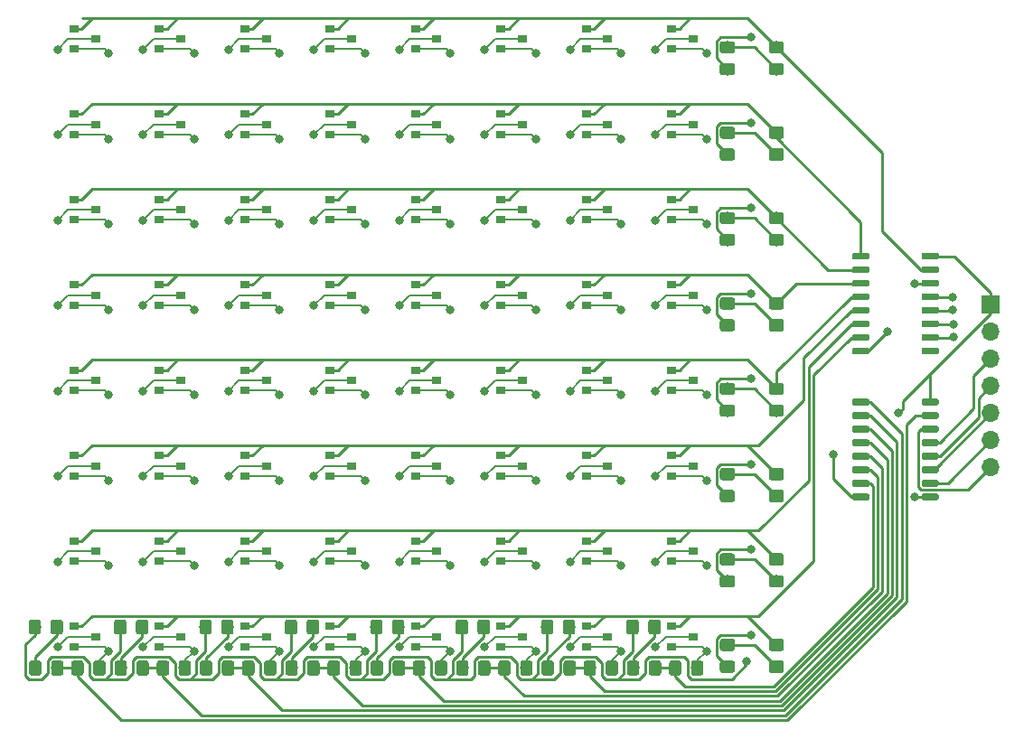
<source format=gbr>
G04 #@! TF.GenerationSoftware,KiCad,Pcbnew,5.1.2-f72e74a~84~ubuntu18.04.1*
G04 #@! TF.CreationDate,2019-06-14T20:13:49+08:00*
G04 #@! TF.ProjectId,simCapSE,73696d43-6170-4534-952e-6b696361645f,rev?*
G04 #@! TF.SameCoordinates,Original*
G04 #@! TF.FileFunction,Copper,L1,Top*
G04 #@! TF.FilePolarity,Positive*
%FSLAX46Y46*%
G04 Gerber Fmt 4.6, Leading zero omitted, Abs format (unit mm)*
G04 Created by KiCad (PCBNEW 5.1.2-f72e74a~84~ubuntu18.04.1) date 2019-06-14 20:13:49*
%MOMM*%
%LPD*%
G04 APERTURE LIST*
%ADD10R,0.900000X0.800000*%
%ADD11C,0.100000*%
%ADD12C,1.150000*%
%ADD13R,1.700000X1.700000*%
%ADD14O,1.700000X1.700000*%
%ADD15C,0.600000*%
%ADD16C,0.800000*%
%ADD17C,0.250000*%
%ADD18C,0.200000*%
G04 APERTURE END LIST*
D10*
X2800000Y1800000D03*
X800000Y850000D03*
X800000Y2750000D03*
X800000Y-5250000D03*
X800000Y-7150000D03*
X2800000Y-6200000D03*
X2800000Y-14200000D03*
X800000Y-15150000D03*
X800000Y-13250000D03*
X800000Y-21250000D03*
X800000Y-23150000D03*
X2800000Y-22200000D03*
X2800000Y-30200000D03*
X800000Y-31150000D03*
X800000Y-29250000D03*
X800000Y-37250000D03*
X800000Y-39150000D03*
X2800000Y-38200000D03*
X2800000Y-46200000D03*
X800000Y-47150000D03*
X800000Y-45250000D03*
X800000Y-53250000D03*
X800000Y-55150000D03*
X2800000Y-54200000D03*
X10800000Y1800000D03*
X8800000Y850000D03*
X8800000Y2750000D03*
X8800000Y-5250000D03*
X8800000Y-7150000D03*
X10800000Y-6200000D03*
X10800000Y-14200000D03*
X8800000Y-15150000D03*
X8800000Y-13250000D03*
X8800000Y-21250000D03*
X8800000Y-23150000D03*
X10800000Y-22200000D03*
X10800000Y-30200000D03*
X8800000Y-31150000D03*
X8800000Y-29250000D03*
X8800000Y-37250000D03*
X8800000Y-39150000D03*
X10800000Y-38200000D03*
X10800000Y-46200000D03*
X8800000Y-47150000D03*
X8800000Y-45250000D03*
X8800000Y-53250000D03*
X8800000Y-55150000D03*
X10800000Y-54200000D03*
X18800000Y1800000D03*
X16800000Y850000D03*
X16800000Y2750000D03*
X16800000Y-5250000D03*
X16800000Y-7150000D03*
X18800000Y-6200000D03*
X18800000Y-14200000D03*
X16800000Y-15150000D03*
X16800000Y-13250000D03*
X16800000Y-21250000D03*
X16800000Y-23150000D03*
X18800000Y-22200000D03*
X16800000Y-29250000D03*
X16800000Y-31150000D03*
X18800000Y-30200000D03*
X16800000Y-37250000D03*
X16800000Y-39150000D03*
X18800000Y-38200000D03*
X18800000Y-46200000D03*
X16800000Y-47150000D03*
X16800000Y-45250000D03*
X16800000Y-53250000D03*
X16800000Y-55150000D03*
X18800000Y-54200000D03*
X26800000Y1800000D03*
X24800000Y850000D03*
X24800000Y2750000D03*
X24800000Y-5250000D03*
X24800000Y-7150000D03*
X26800000Y-6200000D03*
X26800000Y-14200000D03*
X24800000Y-15150000D03*
X24800000Y-13250000D03*
X24800000Y-21250000D03*
X24800000Y-23150000D03*
X26800000Y-22200000D03*
X26800000Y-30200000D03*
X24800000Y-31150000D03*
X24800000Y-29250000D03*
X26800000Y-38200000D03*
X24800000Y-39150000D03*
X24800000Y-37250000D03*
X24800000Y-45250000D03*
X24800000Y-47150000D03*
X26800000Y-46200000D03*
X26800000Y-54200000D03*
X24800000Y-55150000D03*
X24800000Y-53250000D03*
X32800000Y2750000D03*
X32800000Y850000D03*
X34800000Y1800000D03*
X34800000Y-6200000D03*
X32800000Y-7150000D03*
X32800000Y-5250000D03*
X32800000Y-13250000D03*
X32800000Y-15150000D03*
X34800000Y-14200000D03*
X34800000Y-22200000D03*
X32800000Y-23150000D03*
X32800000Y-21250000D03*
X32800000Y-29250000D03*
X32800000Y-31150000D03*
X34800000Y-30200000D03*
X32800000Y-37250000D03*
X32800000Y-39150000D03*
X34800000Y-38200000D03*
X34800000Y-46200000D03*
X32800000Y-47150000D03*
X32800000Y-45250000D03*
X34800000Y-54200000D03*
X32800000Y-55150000D03*
X32800000Y-53250000D03*
X40800000Y2750000D03*
X40800000Y850000D03*
X42800000Y1800000D03*
X42800000Y-6200000D03*
X40800000Y-7150000D03*
X40800000Y-5250000D03*
X40800000Y-13250000D03*
X40800000Y-15150000D03*
X42800000Y-14200000D03*
X42800000Y-22200000D03*
X40800000Y-23150000D03*
X40800000Y-21250000D03*
X42800000Y-30200000D03*
X40800000Y-31150000D03*
X40800000Y-29250000D03*
X42800000Y-38200000D03*
X40800000Y-39150000D03*
X40800000Y-37250000D03*
X42800000Y-46200000D03*
X40800000Y-47150000D03*
X40800000Y-45250000D03*
X42800000Y-54200000D03*
X40800000Y-55150000D03*
X40800000Y-53250000D03*
X48800000Y2750000D03*
X48800000Y850000D03*
X50800000Y1800000D03*
X48800000Y-5250000D03*
X48800000Y-7150000D03*
X50800000Y-6200000D03*
X48800000Y-13250000D03*
X48800000Y-15150000D03*
X50800000Y-14200000D03*
X48800000Y-21250000D03*
X48800000Y-23150000D03*
X50800000Y-22200000D03*
X50800000Y-30200000D03*
X48800000Y-31150000D03*
X48800000Y-29250000D03*
X48800000Y-37250000D03*
X48800000Y-39150000D03*
X50800000Y-38200000D03*
X48800000Y-45250000D03*
X48800000Y-47150000D03*
X50800000Y-46200000D03*
X48800000Y-53250000D03*
X48800000Y-55150000D03*
X50800000Y-54200000D03*
X58800000Y1800000D03*
X56800000Y850000D03*
X56800000Y2750000D03*
X56800000Y-5250000D03*
X56800000Y-7150000D03*
X58800000Y-6200000D03*
X58800000Y-14200000D03*
X56800000Y-15150000D03*
X56800000Y-13250000D03*
X56800000Y-21250000D03*
X56800000Y-23150000D03*
X58800000Y-22200000D03*
X56800000Y-29250000D03*
X56800000Y-31150000D03*
X58800000Y-30200000D03*
X58800000Y-38200000D03*
X56800000Y-39150000D03*
X56800000Y-37250000D03*
X58800000Y-46200000D03*
X56800000Y-47150000D03*
X56800000Y-45250000D03*
X58800000Y-54200000D03*
X56800000Y-55150000D03*
X56800000Y-53250000D03*
D11*
G36*
X-2475495Y-56451204D02*
G01*
X-2451227Y-56454804D01*
X-2427428Y-56460765D01*
X-2404329Y-56469030D01*
X-2382150Y-56479520D01*
X-2361107Y-56492132D01*
X-2341401Y-56506747D01*
X-2323223Y-56523223D01*
X-2306747Y-56541401D01*
X-2292132Y-56561107D01*
X-2279520Y-56582150D01*
X-2269030Y-56604329D01*
X-2260765Y-56627428D01*
X-2254804Y-56651227D01*
X-2251204Y-56675495D01*
X-2250000Y-56699999D01*
X-2250000Y-57600001D01*
X-2251204Y-57624505D01*
X-2254804Y-57648773D01*
X-2260765Y-57672572D01*
X-2269030Y-57695671D01*
X-2279520Y-57717850D01*
X-2292132Y-57738893D01*
X-2306747Y-57758599D01*
X-2323223Y-57776777D01*
X-2341401Y-57793253D01*
X-2361107Y-57807868D01*
X-2382150Y-57820480D01*
X-2404329Y-57830970D01*
X-2427428Y-57839235D01*
X-2451227Y-57845196D01*
X-2475495Y-57848796D01*
X-2499999Y-57850000D01*
X-3150001Y-57850000D01*
X-3174505Y-57848796D01*
X-3198773Y-57845196D01*
X-3222572Y-57839235D01*
X-3245671Y-57830970D01*
X-3267850Y-57820480D01*
X-3288893Y-57807868D01*
X-3308599Y-57793253D01*
X-3326777Y-57776777D01*
X-3343253Y-57758599D01*
X-3357868Y-57738893D01*
X-3370480Y-57717850D01*
X-3380970Y-57695671D01*
X-3389235Y-57672572D01*
X-3395196Y-57648773D01*
X-3398796Y-57624505D01*
X-3400000Y-57600001D01*
X-3400000Y-56699999D01*
X-3398796Y-56675495D01*
X-3395196Y-56651227D01*
X-3389235Y-56627428D01*
X-3380970Y-56604329D01*
X-3370480Y-56582150D01*
X-3357868Y-56561107D01*
X-3343253Y-56541401D01*
X-3326777Y-56523223D01*
X-3308599Y-56506747D01*
X-3288893Y-56492132D01*
X-3267850Y-56479520D01*
X-3245671Y-56469030D01*
X-3222572Y-56460765D01*
X-3198773Y-56454804D01*
X-3174505Y-56451204D01*
X-3150001Y-56450000D01*
X-2499999Y-56450000D01*
X-2475495Y-56451204D01*
X-2475495Y-56451204D01*
G37*
D12*
X-2825000Y-57150000D03*
D11*
G36*
X-425495Y-56451204D02*
G01*
X-401227Y-56454804D01*
X-377428Y-56460765D01*
X-354329Y-56469030D01*
X-332150Y-56479520D01*
X-311107Y-56492132D01*
X-291401Y-56506747D01*
X-273223Y-56523223D01*
X-256747Y-56541401D01*
X-242132Y-56561107D01*
X-229520Y-56582150D01*
X-219030Y-56604329D01*
X-210765Y-56627428D01*
X-204804Y-56651227D01*
X-201204Y-56675495D01*
X-200000Y-56699999D01*
X-200000Y-57600001D01*
X-201204Y-57624505D01*
X-204804Y-57648773D01*
X-210765Y-57672572D01*
X-219030Y-57695671D01*
X-229520Y-57717850D01*
X-242132Y-57738893D01*
X-256747Y-57758599D01*
X-273223Y-57776777D01*
X-291401Y-57793253D01*
X-311107Y-57807868D01*
X-332150Y-57820480D01*
X-354329Y-57830970D01*
X-377428Y-57839235D01*
X-401227Y-57845196D01*
X-425495Y-57848796D01*
X-449999Y-57850000D01*
X-1100001Y-57850000D01*
X-1124505Y-57848796D01*
X-1148773Y-57845196D01*
X-1172572Y-57839235D01*
X-1195671Y-57830970D01*
X-1217850Y-57820480D01*
X-1238893Y-57807868D01*
X-1258599Y-57793253D01*
X-1276777Y-57776777D01*
X-1293253Y-57758599D01*
X-1307868Y-57738893D01*
X-1320480Y-57717850D01*
X-1330970Y-57695671D01*
X-1339235Y-57672572D01*
X-1345196Y-57648773D01*
X-1348796Y-57624505D01*
X-1350000Y-57600001D01*
X-1350000Y-56699999D01*
X-1348796Y-56675495D01*
X-1345196Y-56651227D01*
X-1339235Y-56627428D01*
X-1330970Y-56604329D01*
X-1320480Y-56582150D01*
X-1307868Y-56561107D01*
X-1293253Y-56541401D01*
X-1276777Y-56523223D01*
X-1258599Y-56506747D01*
X-1238893Y-56492132D01*
X-1217850Y-56479520D01*
X-1195671Y-56469030D01*
X-1172572Y-56460765D01*
X-1148773Y-56454804D01*
X-1124505Y-56451204D01*
X-1100001Y-56450000D01*
X-449999Y-56450000D01*
X-425495Y-56451204D01*
X-425495Y-56451204D01*
G37*
D12*
X-775000Y-57150000D03*
D11*
G36*
X7574505Y-56451204D02*
G01*
X7598773Y-56454804D01*
X7622572Y-56460765D01*
X7645671Y-56469030D01*
X7667850Y-56479520D01*
X7688893Y-56492132D01*
X7708599Y-56506747D01*
X7726777Y-56523223D01*
X7743253Y-56541401D01*
X7757868Y-56561107D01*
X7770480Y-56582150D01*
X7780970Y-56604329D01*
X7789235Y-56627428D01*
X7795196Y-56651227D01*
X7798796Y-56675495D01*
X7800000Y-56699999D01*
X7800000Y-57600001D01*
X7798796Y-57624505D01*
X7795196Y-57648773D01*
X7789235Y-57672572D01*
X7780970Y-57695671D01*
X7770480Y-57717850D01*
X7757868Y-57738893D01*
X7743253Y-57758599D01*
X7726777Y-57776777D01*
X7708599Y-57793253D01*
X7688893Y-57807868D01*
X7667850Y-57820480D01*
X7645671Y-57830970D01*
X7622572Y-57839235D01*
X7598773Y-57845196D01*
X7574505Y-57848796D01*
X7550001Y-57850000D01*
X6899999Y-57850000D01*
X6875495Y-57848796D01*
X6851227Y-57845196D01*
X6827428Y-57839235D01*
X6804329Y-57830970D01*
X6782150Y-57820480D01*
X6761107Y-57807868D01*
X6741401Y-57793253D01*
X6723223Y-57776777D01*
X6706747Y-57758599D01*
X6692132Y-57738893D01*
X6679520Y-57717850D01*
X6669030Y-57695671D01*
X6660765Y-57672572D01*
X6654804Y-57648773D01*
X6651204Y-57624505D01*
X6650000Y-57600001D01*
X6650000Y-56699999D01*
X6651204Y-56675495D01*
X6654804Y-56651227D01*
X6660765Y-56627428D01*
X6669030Y-56604329D01*
X6679520Y-56582150D01*
X6692132Y-56561107D01*
X6706747Y-56541401D01*
X6723223Y-56523223D01*
X6741401Y-56506747D01*
X6761107Y-56492132D01*
X6782150Y-56479520D01*
X6804329Y-56469030D01*
X6827428Y-56460765D01*
X6851227Y-56454804D01*
X6875495Y-56451204D01*
X6899999Y-56450000D01*
X7550001Y-56450000D01*
X7574505Y-56451204D01*
X7574505Y-56451204D01*
G37*
D12*
X7225000Y-57150000D03*
D11*
G36*
X5524505Y-56451204D02*
G01*
X5548773Y-56454804D01*
X5572572Y-56460765D01*
X5595671Y-56469030D01*
X5617850Y-56479520D01*
X5638893Y-56492132D01*
X5658599Y-56506747D01*
X5676777Y-56523223D01*
X5693253Y-56541401D01*
X5707868Y-56561107D01*
X5720480Y-56582150D01*
X5730970Y-56604329D01*
X5739235Y-56627428D01*
X5745196Y-56651227D01*
X5748796Y-56675495D01*
X5750000Y-56699999D01*
X5750000Y-57600001D01*
X5748796Y-57624505D01*
X5745196Y-57648773D01*
X5739235Y-57672572D01*
X5730970Y-57695671D01*
X5720480Y-57717850D01*
X5707868Y-57738893D01*
X5693253Y-57758599D01*
X5676777Y-57776777D01*
X5658599Y-57793253D01*
X5638893Y-57807868D01*
X5617850Y-57820480D01*
X5595671Y-57830970D01*
X5572572Y-57839235D01*
X5548773Y-57845196D01*
X5524505Y-57848796D01*
X5500001Y-57850000D01*
X4849999Y-57850000D01*
X4825495Y-57848796D01*
X4801227Y-57845196D01*
X4777428Y-57839235D01*
X4754329Y-57830970D01*
X4732150Y-57820480D01*
X4711107Y-57807868D01*
X4691401Y-57793253D01*
X4673223Y-57776777D01*
X4656747Y-57758599D01*
X4642132Y-57738893D01*
X4629520Y-57717850D01*
X4619030Y-57695671D01*
X4610765Y-57672572D01*
X4604804Y-57648773D01*
X4601204Y-57624505D01*
X4600000Y-57600001D01*
X4600000Y-56699999D01*
X4601204Y-56675495D01*
X4604804Y-56651227D01*
X4610765Y-56627428D01*
X4619030Y-56604329D01*
X4629520Y-56582150D01*
X4642132Y-56561107D01*
X4656747Y-56541401D01*
X4673223Y-56523223D01*
X4691401Y-56506747D01*
X4711107Y-56492132D01*
X4732150Y-56479520D01*
X4754329Y-56469030D01*
X4777428Y-56460765D01*
X4801227Y-56454804D01*
X4825495Y-56451204D01*
X4849999Y-56450000D01*
X5500001Y-56450000D01*
X5524505Y-56451204D01*
X5524505Y-56451204D01*
G37*
D12*
X5175000Y-57150000D03*
D11*
G36*
X13524505Y-56451204D02*
G01*
X13548773Y-56454804D01*
X13572572Y-56460765D01*
X13595671Y-56469030D01*
X13617850Y-56479520D01*
X13638893Y-56492132D01*
X13658599Y-56506747D01*
X13676777Y-56523223D01*
X13693253Y-56541401D01*
X13707868Y-56561107D01*
X13720480Y-56582150D01*
X13730970Y-56604329D01*
X13739235Y-56627428D01*
X13745196Y-56651227D01*
X13748796Y-56675495D01*
X13750000Y-56699999D01*
X13750000Y-57600001D01*
X13748796Y-57624505D01*
X13745196Y-57648773D01*
X13739235Y-57672572D01*
X13730970Y-57695671D01*
X13720480Y-57717850D01*
X13707868Y-57738893D01*
X13693253Y-57758599D01*
X13676777Y-57776777D01*
X13658599Y-57793253D01*
X13638893Y-57807868D01*
X13617850Y-57820480D01*
X13595671Y-57830970D01*
X13572572Y-57839235D01*
X13548773Y-57845196D01*
X13524505Y-57848796D01*
X13500001Y-57850000D01*
X12849999Y-57850000D01*
X12825495Y-57848796D01*
X12801227Y-57845196D01*
X12777428Y-57839235D01*
X12754329Y-57830970D01*
X12732150Y-57820480D01*
X12711107Y-57807868D01*
X12691401Y-57793253D01*
X12673223Y-57776777D01*
X12656747Y-57758599D01*
X12642132Y-57738893D01*
X12629520Y-57717850D01*
X12619030Y-57695671D01*
X12610765Y-57672572D01*
X12604804Y-57648773D01*
X12601204Y-57624505D01*
X12600000Y-57600001D01*
X12600000Y-56699999D01*
X12601204Y-56675495D01*
X12604804Y-56651227D01*
X12610765Y-56627428D01*
X12619030Y-56604329D01*
X12629520Y-56582150D01*
X12642132Y-56561107D01*
X12656747Y-56541401D01*
X12673223Y-56523223D01*
X12691401Y-56506747D01*
X12711107Y-56492132D01*
X12732150Y-56479520D01*
X12754329Y-56469030D01*
X12777428Y-56460765D01*
X12801227Y-56454804D01*
X12825495Y-56451204D01*
X12849999Y-56450000D01*
X13500001Y-56450000D01*
X13524505Y-56451204D01*
X13524505Y-56451204D01*
G37*
D12*
X13175000Y-57150000D03*
D11*
G36*
X15574505Y-56451204D02*
G01*
X15598773Y-56454804D01*
X15622572Y-56460765D01*
X15645671Y-56469030D01*
X15667850Y-56479520D01*
X15688893Y-56492132D01*
X15708599Y-56506747D01*
X15726777Y-56523223D01*
X15743253Y-56541401D01*
X15757868Y-56561107D01*
X15770480Y-56582150D01*
X15780970Y-56604329D01*
X15789235Y-56627428D01*
X15795196Y-56651227D01*
X15798796Y-56675495D01*
X15800000Y-56699999D01*
X15800000Y-57600001D01*
X15798796Y-57624505D01*
X15795196Y-57648773D01*
X15789235Y-57672572D01*
X15780970Y-57695671D01*
X15770480Y-57717850D01*
X15757868Y-57738893D01*
X15743253Y-57758599D01*
X15726777Y-57776777D01*
X15708599Y-57793253D01*
X15688893Y-57807868D01*
X15667850Y-57820480D01*
X15645671Y-57830970D01*
X15622572Y-57839235D01*
X15598773Y-57845196D01*
X15574505Y-57848796D01*
X15550001Y-57850000D01*
X14899999Y-57850000D01*
X14875495Y-57848796D01*
X14851227Y-57845196D01*
X14827428Y-57839235D01*
X14804329Y-57830970D01*
X14782150Y-57820480D01*
X14761107Y-57807868D01*
X14741401Y-57793253D01*
X14723223Y-57776777D01*
X14706747Y-57758599D01*
X14692132Y-57738893D01*
X14679520Y-57717850D01*
X14669030Y-57695671D01*
X14660765Y-57672572D01*
X14654804Y-57648773D01*
X14651204Y-57624505D01*
X14650000Y-57600001D01*
X14650000Y-56699999D01*
X14651204Y-56675495D01*
X14654804Y-56651227D01*
X14660765Y-56627428D01*
X14669030Y-56604329D01*
X14679520Y-56582150D01*
X14692132Y-56561107D01*
X14706747Y-56541401D01*
X14723223Y-56523223D01*
X14741401Y-56506747D01*
X14761107Y-56492132D01*
X14782150Y-56479520D01*
X14804329Y-56469030D01*
X14827428Y-56460765D01*
X14851227Y-56454804D01*
X14875495Y-56451204D01*
X14899999Y-56450000D01*
X15550001Y-56450000D01*
X15574505Y-56451204D01*
X15574505Y-56451204D01*
G37*
D12*
X15225000Y-57150000D03*
D11*
G36*
X23574505Y-56451204D02*
G01*
X23598773Y-56454804D01*
X23622572Y-56460765D01*
X23645671Y-56469030D01*
X23667850Y-56479520D01*
X23688893Y-56492132D01*
X23708599Y-56506747D01*
X23726777Y-56523223D01*
X23743253Y-56541401D01*
X23757868Y-56561107D01*
X23770480Y-56582150D01*
X23780970Y-56604329D01*
X23789235Y-56627428D01*
X23795196Y-56651227D01*
X23798796Y-56675495D01*
X23800000Y-56699999D01*
X23800000Y-57600001D01*
X23798796Y-57624505D01*
X23795196Y-57648773D01*
X23789235Y-57672572D01*
X23780970Y-57695671D01*
X23770480Y-57717850D01*
X23757868Y-57738893D01*
X23743253Y-57758599D01*
X23726777Y-57776777D01*
X23708599Y-57793253D01*
X23688893Y-57807868D01*
X23667850Y-57820480D01*
X23645671Y-57830970D01*
X23622572Y-57839235D01*
X23598773Y-57845196D01*
X23574505Y-57848796D01*
X23550001Y-57850000D01*
X22899999Y-57850000D01*
X22875495Y-57848796D01*
X22851227Y-57845196D01*
X22827428Y-57839235D01*
X22804329Y-57830970D01*
X22782150Y-57820480D01*
X22761107Y-57807868D01*
X22741401Y-57793253D01*
X22723223Y-57776777D01*
X22706747Y-57758599D01*
X22692132Y-57738893D01*
X22679520Y-57717850D01*
X22669030Y-57695671D01*
X22660765Y-57672572D01*
X22654804Y-57648773D01*
X22651204Y-57624505D01*
X22650000Y-57600001D01*
X22650000Y-56699999D01*
X22651204Y-56675495D01*
X22654804Y-56651227D01*
X22660765Y-56627428D01*
X22669030Y-56604329D01*
X22679520Y-56582150D01*
X22692132Y-56561107D01*
X22706747Y-56541401D01*
X22723223Y-56523223D01*
X22741401Y-56506747D01*
X22761107Y-56492132D01*
X22782150Y-56479520D01*
X22804329Y-56469030D01*
X22827428Y-56460765D01*
X22851227Y-56454804D01*
X22875495Y-56451204D01*
X22899999Y-56450000D01*
X23550001Y-56450000D01*
X23574505Y-56451204D01*
X23574505Y-56451204D01*
G37*
D12*
X23225000Y-57150000D03*
D11*
G36*
X21524505Y-56451204D02*
G01*
X21548773Y-56454804D01*
X21572572Y-56460765D01*
X21595671Y-56469030D01*
X21617850Y-56479520D01*
X21638893Y-56492132D01*
X21658599Y-56506747D01*
X21676777Y-56523223D01*
X21693253Y-56541401D01*
X21707868Y-56561107D01*
X21720480Y-56582150D01*
X21730970Y-56604329D01*
X21739235Y-56627428D01*
X21745196Y-56651227D01*
X21748796Y-56675495D01*
X21750000Y-56699999D01*
X21750000Y-57600001D01*
X21748796Y-57624505D01*
X21745196Y-57648773D01*
X21739235Y-57672572D01*
X21730970Y-57695671D01*
X21720480Y-57717850D01*
X21707868Y-57738893D01*
X21693253Y-57758599D01*
X21676777Y-57776777D01*
X21658599Y-57793253D01*
X21638893Y-57807868D01*
X21617850Y-57820480D01*
X21595671Y-57830970D01*
X21572572Y-57839235D01*
X21548773Y-57845196D01*
X21524505Y-57848796D01*
X21500001Y-57850000D01*
X20849999Y-57850000D01*
X20825495Y-57848796D01*
X20801227Y-57845196D01*
X20777428Y-57839235D01*
X20754329Y-57830970D01*
X20732150Y-57820480D01*
X20711107Y-57807868D01*
X20691401Y-57793253D01*
X20673223Y-57776777D01*
X20656747Y-57758599D01*
X20642132Y-57738893D01*
X20629520Y-57717850D01*
X20619030Y-57695671D01*
X20610765Y-57672572D01*
X20604804Y-57648773D01*
X20601204Y-57624505D01*
X20600000Y-57600001D01*
X20600000Y-56699999D01*
X20601204Y-56675495D01*
X20604804Y-56651227D01*
X20610765Y-56627428D01*
X20619030Y-56604329D01*
X20629520Y-56582150D01*
X20642132Y-56561107D01*
X20656747Y-56541401D01*
X20673223Y-56523223D01*
X20691401Y-56506747D01*
X20711107Y-56492132D01*
X20732150Y-56479520D01*
X20754329Y-56469030D01*
X20777428Y-56460765D01*
X20801227Y-56454804D01*
X20825495Y-56451204D01*
X20849999Y-56450000D01*
X21500001Y-56450000D01*
X21524505Y-56451204D01*
X21524505Y-56451204D01*
G37*
D12*
X21175000Y-57150000D03*
D11*
G36*
X31574505Y-56451204D02*
G01*
X31598773Y-56454804D01*
X31622572Y-56460765D01*
X31645671Y-56469030D01*
X31667850Y-56479520D01*
X31688893Y-56492132D01*
X31708599Y-56506747D01*
X31726777Y-56523223D01*
X31743253Y-56541401D01*
X31757868Y-56561107D01*
X31770480Y-56582150D01*
X31780970Y-56604329D01*
X31789235Y-56627428D01*
X31795196Y-56651227D01*
X31798796Y-56675495D01*
X31800000Y-56699999D01*
X31800000Y-57600001D01*
X31798796Y-57624505D01*
X31795196Y-57648773D01*
X31789235Y-57672572D01*
X31780970Y-57695671D01*
X31770480Y-57717850D01*
X31757868Y-57738893D01*
X31743253Y-57758599D01*
X31726777Y-57776777D01*
X31708599Y-57793253D01*
X31688893Y-57807868D01*
X31667850Y-57820480D01*
X31645671Y-57830970D01*
X31622572Y-57839235D01*
X31598773Y-57845196D01*
X31574505Y-57848796D01*
X31550001Y-57850000D01*
X30899999Y-57850000D01*
X30875495Y-57848796D01*
X30851227Y-57845196D01*
X30827428Y-57839235D01*
X30804329Y-57830970D01*
X30782150Y-57820480D01*
X30761107Y-57807868D01*
X30741401Y-57793253D01*
X30723223Y-57776777D01*
X30706747Y-57758599D01*
X30692132Y-57738893D01*
X30679520Y-57717850D01*
X30669030Y-57695671D01*
X30660765Y-57672572D01*
X30654804Y-57648773D01*
X30651204Y-57624505D01*
X30650000Y-57600001D01*
X30650000Y-56699999D01*
X30651204Y-56675495D01*
X30654804Y-56651227D01*
X30660765Y-56627428D01*
X30669030Y-56604329D01*
X30679520Y-56582150D01*
X30692132Y-56561107D01*
X30706747Y-56541401D01*
X30723223Y-56523223D01*
X30741401Y-56506747D01*
X30761107Y-56492132D01*
X30782150Y-56479520D01*
X30804329Y-56469030D01*
X30827428Y-56460765D01*
X30851227Y-56454804D01*
X30875495Y-56451204D01*
X30899999Y-56450000D01*
X31550001Y-56450000D01*
X31574505Y-56451204D01*
X31574505Y-56451204D01*
G37*
D12*
X31225000Y-57150000D03*
D11*
G36*
X29524505Y-56451204D02*
G01*
X29548773Y-56454804D01*
X29572572Y-56460765D01*
X29595671Y-56469030D01*
X29617850Y-56479520D01*
X29638893Y-56492132D01*
X29658599Y-56506747D01*
X29676777Y-56523223D01*
X29693253Y-56541401D01*
X29707868Y-56561107D01*
X29720480Y-56582150D01*
X29730970Y-56604329D01*
X29739235Y-56627428D01*
X29745196Y-56651227D01*
X29748796Y-56675495D01*
X29750000Y-56699999D01*
X29750000Y-57600001D01*
X29748796Y-57624505D01*
X29745196Y-57648773D01*
X29739235Y-57672572D01*
X29730970Y-57695671D01*
X29720480Y-57717850D01*
X29707868Y-57738893D01*
X29693253Y-57758599D01*
X29676777Y-57776777D01*
X29658599Y-57793253D01*
X29638893Y-57807868D01*
X29617850Y-57820480D01*
X29595671Y-57830970D01*
X29572572Y-57839235D01*
X29548773Y-57845196D01*
X29524505Y-57848796D01*
X29500001Y-57850000D01*
X28849999Y-57850000D01*
X28825495Y-57848796D01*
X28801227Y-57845196D01*
X28777428Y-57839235D01*
X28754329Y-57830970D01*
X28732150Y-57820480D01*
X28711107Y-57807868D01*
X28691401Y-57793253D01*
X28673223Y-57776777D01*
X28656747Y-57758599D01*
X28642132Y-57738893D01*
X28629520Y-57717850D01*
X28619030Y-57695671D01*
X28610765Y-57672572D01*
X28604804Y-57648773D01*
X28601204Y-57624505D01*
X28600000Y-57600001D01*
X28600000Y-56699999D01*
X28601204Y-56675495D01*
X28604804Y-56651227D01*
X28610765Y-56627428D01*
X28619030Y-56604329D01*
X28629520Y-56582150D01*
X28642132Y-56561107D01*
X28656747Y-56541401D01*
X28673223Y-56523223D01*
X28691401Y-56506747D01*
X28711107Y-56492132D01*
X28732150Y-56479520D01*
X28754329Y-56469030D01*
X28777428Y-56460765D01*
X28801227Y-56454804D01*
X28825495Y-56451204D01*
X28849999Y-56450000D01*
X29500001Y-56450000D01*
X29524505Y-56451204D01*
X29524505Y-56451204D01*
G37*
D12*
X29175000Y-57150000D03*
D11*
G36*
X39574505Y-56451204D02*
G01*
X39598773Y-56454804D01*
X39622572Y-56460765D01*
X39645671Y-56469030D01*
X39667850Y-56479520D01*
X39688893Y-56492132D01*
X39708599Y-56506747D01*
X39726777Y-56523223D01*
X39743253Y-56541401D01*
X39757868Y-56561107D01*
X39770480Y-56582150D01*
X39780970Y-56604329D01*
X39789235Y-56627428D01*
X39795196Y-56651227D01*
X39798796Y-56675495D01*
X39800000Y-56699999D01*
X39800000Y-57600001D01*
X39798796Y-57624505D01*
X39795196Y-57648773D01*
X39789235Y-57672572D01*
X39780970Y-57695671D01*
X39770480Y-57717850D01*
X39757868Y-57738893D01*
X39743253Y-57758599D01*
X39726777Y-57776777D01*
X39708599Y-57793253D01*
X39688893Y-57807868D01*
X39667850Y-57820480D01*
X39645671Y-57830970D01*
X39622572Y-57839235D01*
X39598773Y-57845196D01*
X39574505Y-57848796D01*
X39550001Y-57850000D01*
X38899999Y-57850000D01*
X38875495Y-57848796D01*
X38851227Y-57845196D01*
X38827428Y-57839235D01*
X38804329Y-57830970D01*
X38782150Y-57820480D01*
X38761107Y-57807868D01*
X38741401Y-57793253D01*
X38723223Y-57776777D01*
X38706747Y-57758599D01*
X38692132Y-57738893D01*
X38679520Y-57717850D01*
X38669030Y-57695671D01*
X38660765Y-57672572D01*
X38654804Y-57648773D01*
X38651204Y-57624505D01*
X38650000Y-57600001D01*
X38650000Y-56699999D01*
X38651204Y-56675495D01*
X38654804Y-56651227D01*
X38660765Y-56627428D01*
X38669030Y-56604329D01*
X38679520Y-56582150D01*
X38692132Y-56561107D01*
X38706747Y-56541401D01*
X38723223Y-56523223D01*
X38741401Y-56506747D01*
X38761107Y-56492132D01*
X38782150Y-56479520D01*
X38804329Y-56469030D01*
X38827428Y-56460765D01*
X38851227Y-56454804D01*
X38875495Y-56451204D01*
X38899999Y-56450000D01*
X39550001Y-56450000D01*
X39574505Y-56451204D01*
X39574505Y-56451204D01*
G37*
D12*
X39225000Y-57150000D03*
D11*
G36*
X37524505Y-56451204D02*
G01*
X37548773Y-56454804D01*
X37572572Y-56460765D01*
X37595671Y-56469030D01*
X37617850Y-56479520D01*
X37638893Y-56492132D01*
X37658599Y-56506747D01*
X37676777Y-56523223D01*
X37693253Y-56541401D01*
X37707868Y-56561107D01*
X37720480Y-56582150D01*
X37730970Y-56604329D01*
X37739235Y-56627428D01*
X37745196Y-56651227D01*
X37748796Y-56675495D01*
X37750000Y-56699999D01*
X37750000Y-57600001D01*
X37748796Y-57624505D01*
X37745196Y-57648773D01*
X37739235Y-57672572D01*
X37730970Y-57695671D01*
X37720480Y-57717850D01*
X37707868Y-57738893D01*
X37693253Y-57758599D01*
X37676777Y-57776777D01*
X37658599Y-57793253D01*
X37638893Y-57807868D01*
X37617850Y-57820480D01*
X37595671Y-57830970D01*
X37572572Y-57839235D01*
X37548773Y-57845196D01*
X37524505Y-57848796D01*
X37500001Y-57850000D01*
X36849999Y-57850000D01*
X36825495Y-57848796D01*
X36801227Y-57845196D01*
X36777428Y-57839235D01*
X36754329Y-57830970D01*
X36732150Y-57820480D01*
X36711107Y-57807868D01*
X36691401Y-57793253D01*
X36673223Y-57776777D01*
X36656747Y-57758599D01*
X36642132Y-57738893D01*
X36629520Y-57717850D01*
X36619030Y-57695671D01*
X36610765Y-57672572D01*
X36604804Y-57648773D01*
X36601204Y-57624505D01*
X36600000Y-57600001D01*
X36600000Y-56699999D01*
X36601204Y-56675495D01*
X36604804Y-56651227D01*
X36610765Y-56627428D01*
X36619030Y-56604329D01*
X36629520Y-56582150D01*
X36642132Y-56561107D01*
X36656747Y-56541401D01*
X36673223Y-56523223D01*
X36691401Y-56506747D01*
X36711107Y-56492132D01*
X36732150Y-56479520D01*
X36754329Y-56469030D01*
X36777428Y-56460765D01*
X36801227Y-56454804D01*
X36825495Y-56451204D01*
X36849999Y-56450000D01*
X37500001Y-56450000D01*
X37524505Y-56451204D01*
X37524505Y-56451204D01*
G37*
D12*
X37175000Y-57150000D03*
D11*
G36*
X45524505Y-56451204D02*
G01*
X45548773Y-56454804D01*
X45572572Y-56460765D01*
X45595671Y-56469030D01*
X45617850Y-56479520D01*
X45638893Y-56492132D01*
X45658599Y-56506747D01*
X45676777Y-56523223D01*
X45693253Y-56541401D01*
X45707868Y-56561107D01*
X45720480Y-56582150D01*
X45730970Y-56604329D01*
X45739235Y-56627428D01*
X45745196Y-56651227D01*
X45748796Y-56675495D01*
X45750000Y-56699999D01*
X45750000Y-57600001D01*
X45748796Y-57624505D01*
X45745196Y-57648773D01*
X45739235Y-57672572D01*
X45730970Y-57695671D01*
X45720480Y-57717850D01*
X45707868Y-57738893D01*
X45693253Y-57758599D01*
X45676777Y-57776777D01*
X45658599Y-57793253D01*
X45638893Y-57807868D01*
X45617850Y-57820480D01*
X45595671Y-57830970D01*
X45572572Y-57839235D01*
X45548773Y-57845196D01*
X45524505Y-57848796D01*
X45500001Y-57850000D01*
X44849999Y-57850000D01*
X44825495Y-57848796D01*
X44801227Y-57845196D01*
X44777428Y-57839235D01*
X44754329Y-57830970D01*
X44732150Y-57820480D01*
X44711107Y-57807868D01*
X44691401Y-57793253D01*
X44673223Y-57776777D01*
X44656747Y-57758599D01*
X44642132Y-57738893D01*
X44629520Y-57717850D01*
X44619030Y-57695671D01*
X44610765Y-57672572D01*
X44604804Y-57648773D01*
X44601204Y-57624505D01*
X44600000Y-57600001D01*
X44600000Y-56699999D01*
X44601204Y-56675495D01*
X44604804Y-56651227D01*
X44610765Y-56627428D01*
X44619030Y-56604329D01*
X44629520Y-56582150D01*
X44642132Y-56561107D01*
X44656747Y-56541401D01*
X44673223Y-56523223D01*
X44691401Y-56506747D01*
X44711107Y-56492132D01*
X44732150Y-56479520D01*
X44754329Y-56469030D01*
X44777428Y-56460765D01*
X44801227Y-56454804D01*
X44825495Y-56451204D01*
X44849999Y-56450000D01*
X45500001Y-56450000D01*
X45524505Y-56451204D01*
X45524505Y-56451204D01*
G37*
D12*
X45175000Y-57150000D03*
D11*
G36*
X47574505Y-56451204D02*
G01*
X47598773Y-56454804D01*
X47622572Y-56460765D01*
X47645671Y-56469030D01*
X47667850Y-56479520D01*
X47688893Y-56492132D01*
X47708599Y-56506747D01*
X47726777Y-56523223D01*
X47743253Y-56541401D01*
X47757868Y-56561107D01*
X47770480Y-56582150D01*
X47780970Y-56604329D01*
X47789235Y-56627428D01*
X47795196Y-56651227D01*
X47798796Y-56675495D01*
X47800000Y-56699999D01*
X47800000Y-57600001D01*
X47798796Y-57624505D01*
X47795196Y-57648773D01*
X47789235Y-57672572D01*
X47780970Y-57695671D01*
X47770480Y-57717850D01*
X47757868Y-57738893D01*
X47743253Y-57758599D01*
X47726777Y-57776777D01*
X47708599Y-57793253D01*
X47688893Y-57807868D01*
X47667850Y-57820480D01*
X47645671Y-57830970D01*
X47622572Y-57839235D01*
X47598773Y-57845196D01*
X47574505Y-57848796D01*
X47550001Y-57850000D01*
X46899999Y-57850000D01*
X46875495Y-57848796D01*
X46851227Y-57845196D01*
X46827428Y-57839235D01*
X46804329Y-57830970D01*
X46782150Y-57820480D01*
X46761107Y-57807868D01*
X46741401Y-57793253D01*
X46723223Y-57776777D01*
X46706747Y-57758599D01*
X46692132Y-57738893D01*
X46679520Y-57717850D01*
X46669030Y-57695671D01*
X46660765Y-57672572D01*
X46654804Y-57648773D01*
X46651204Y-57624505D01*
X46650000Y-57600001D01*
X46650000Y-56699999D01*
X46651204Y-56675495D01*
X46654804Y-56651227D01*
X46660765Y-56627428D01*
X46669030Y-56604329D01*
X46679520Y-56582150D01*
X46692132Y-56561107D01*
X46706747Y-56541401D01*
X46723223Y-56523223D01*
X46741401Y-56506747D01*
X46761107Y-56492132D01*
X46782150Y-56479520D01*
X46804329Y-56469030D01*
X46827428Y-56460765D01*
X46851227Y-56454804D01*
X46875495Y-56451204D01*
X46899999Y-56450000D01*
X47550001Y-56450000D01*
X47574505Y-56451204D01*
X47574505Y-56451204D01*
G37*
D12*
X47225000Y-57150000D03*
D11*
G36*
X55574505Y-56451204D02*
G01*
X55598773Y-56454804D01*
X55622572Y-56460765D01*
X55645671Y-56469030D01*
X55667850Y-56479520D01*
X55688893Y-56492132D01*
X55708599Y-56506747D01*
X55726777Y-56523223D01*
X55743253Y-56541401D01*
X55757868Y-56561107D01*
X55770480Y-56582150D01*
X55780970Y-56604329D01*
X55789235Y-56627428D01*
X55795196Y-56651227D01*
X55798796Y-56675495D01*
X55800000Y-56699999D01*
X55800000Y-57600001D01*
X55798796Y-57624505D01*
X55795196Y-57648773D01*
X55789235Y-57672572D01*
X55780970Y-57695671D01*
X55770480Y-57717850D01*
X55757868Y-57738893D01*
X55743253Y-57758599D01*
X55726777Y-57776777D01*
X55708599Y-57793253D01*
X55688893Y-57807868D01*
X55667850Y-57820480D01*
X55645671Y-57830970D01*
X55622572Y-57839235D01*
X55598773Y-57845196D01*
X55574505Y-57848796D01*
X55550001Y-57850000D01*
X54899999Y-57850000D01*
X54875495Y-57848796D01*
X54851227Y-57845196D01*
X54827428Y-57839235D01*
X54804329Y-57830970D01*
X54782150Y-57820480D01*
X54761107Y-57807868D01*
X54741401Y-57793253D01*
X54723223Y-57776777D01*
X54706747Y-57758599D01*
X54692132Y-57738893D01*
X54679520Y-57717850D01*
X54669030Y-57695671D01*
X54660765Y-57672572D01*
X54654804Y-57648773D01*
X54651204Y-57624505D01*
X54650000Y-57600001D01*
X54650000Y-56699999D01*
X54651204Y-56675495D01*
X54654804Y-56651227D01*
X54660765Y-56627428D01*
X54669030Y-56604329D01*
X54679520Y-56582150D01*
X54692132Y-56561107D01*
X54706747Y-56541401D01*
X54723223Y-56523223D01*
X54741401Y-56506747D01*
X54761107Y-56492132D01*
X54782150Y-56479520D01*
X54804329Y-56469030D01*
X54827428Y-56460765D01*
X54851227Y-56454804D01*
X54875495Y-56451204D01*
X54899999Y-56450000D01*
X55550001Y-56450000D01*
X55574505Y-56451204D01*
X55574505Y-56451204D01*
G37*
D12*
X55225000Y-57150000D03*
D11*
G36*
X53524505Y-56451204D02*
G01*
X53548773Y-56454804D01*
X53572572Y-56460765D01*
X53595671Y-56469030D01*
X53617850Y-56479520D01*
X53638893Y-56492132D01*
X53658599Y-56506747D01*
X53676777Y-56523223D01*
X53693253Y-56541401D01*
X53707868Y-56561107D01*
X53720480Y-56582150D01*
X53730970Y-56604329D01*
X53739235Y-56627428D01*
X53745196Y-56651227D01*
X53748796Y-56675495D01*
X53750000Y-56699999D01*
X53750000Y-57600001D01*
X53748796Y-57624505D01*
X53745196Y-57648773D01*
X53739235Y-57672572D01*
X53730970Y-57695671D01*
X53720480Y-57717850D01*
X53707868Y-57738893D01*
X53693253Y-57758599D01*
X53676777Y-57776777D01*
X53658599Y-57793253D01*
X53638893Y-57807868D01*
X53617850Y-57820480D01*
X53595671Y-57830970D01*
X53572572Y-57839235D01*
X53548773Y-57845196D01*
X53524505Y-57848796D01*
X53500001Y-57850000D01*
X52849999Y-57850000D01*
X52825495Y-57848796D01*
X52801227Y-57845196D01*
X52777428Y-57839235D01*
X52754329Y-57830970D01*
X52732150Y-57820480D01*
X52711107Y-57807868D01*
X52691401Y-57793253D01*
X52673223Y-57776777D01*
X52656747Y-57758599D01*
X52642132Y-57738893D01*
X52629520Y-57717850D01*
X52619030Y-57695671D01*
X52610765Y-57672572D01*
X52604804Y-57648773D01*
X52601204Y-57624505D01*
X52600000Y-57600001D01*
X52600000Y-56699999D01*
X52601204Y-56675495D01*
X52604804Y-56651227D01*
X52610765Y-56627428D01*
X52619030Y-56604329D01*
X52629520Y-56582150D01*
X52642132Y-56561107D01*
X52656747Y-56541401D01*
X52673223Y-56523223D01*
X52691401Y-56506747D01*
X52711107Y-56492132D01*
X52732150Y-56479520D01*
X52754329Y-56469030D01*
X52777428Y-56460765D01*
X52801227Y-56454804D01*
X52825495Y-56451204D01*
X52849999Y-56450000D01*
X53500001Y-56450000D01*
X53524505Y-56451204D01*
X53524505Y-56451204D01*
G37*
D12*
X53175000Y-57150000D03*
D11*
G36*
X67074504Y-451204D02*
G01*
X67098772Y-454804D01*
X67122571Y-460765D01*
X67145670Y-469030D01*
X67167849Y-479520D01*
X67188892Y-492132D01*
X67208598Y-506747D01*
X67226776Y-523223D01*
X67243252Y-541401D01*
X67257867Y-561107D01*
X67270479Y-582150D01*
X67280969Y-604329D01*
X67289234Y-627428D01*
X67295195Y-651227D01*
X67298795Y-675495D01*
X67299999Y-699999D01*
X67299999Y-1350001D01*
X67298795Y-1374505D01*
X67295195Y-1398773D01*
X67289234Y-1422572D01*
X67280969Y-1445671D01*
X67270479Y-1467850D01*
X67257867Y-1488893D01*
X67243252Y-1508599D01*
X67226776Y-1526777D01*
X67208598Y-1543253D01*
X67188892Y-1557868D01*
X67167849Y-1570480D01*
X67145670Y-1580970D01*
X67122571Y-1589235D01*
X67098772Y-1595196D01*
X67074504Y-1598796D01*
X67050000Y-1600000D01*
X66149998Y-1600000D01*
X66125494Y-1598796D01*
X66101226Y-1595196D01*
X66077427Y-1589235D01*
X66054328Y-1580970D01*
X66032149Y-1570480D01*
X66011106Y-1557868D01*
X65991400Y-1543253D01*
X65973222Y-1526777D01*
X65956746Y-1508599D01*
X65942131Y-1488893D01*
X65929519Y-1467850D01*
X65919029Y-1445671D01*
X65910764Y-1422572D01*
X65904803Y-1398773D01*
X65901203Y-1374505D01*
X65899999Y-1350001D01*
X65899999Y-699999D01*
X65901203Y-675495D01*
X65904803Y-651227D01*
X65910764Y-627428D01*
X65919029Y-604329D01*
X65929519Y-582150D01*
X65942131Y-561107D01*
X65956746Y-541401D01*
X65973222Y-523223D01*
X65991400Y-506747D01*
X66011106Y-492132D01*
X66032149Y-479520D01*
X66054328Y-469030D01*
X66077427Y-460765D01*
X66101226Y-454804D01*
X66125494Y-451204D01*
X66149998Y-450000D01*
X67050000Y-450000D01*
X67074504Y-451204D01*
X67074504Y-451204D01*
G37*
D12*
X66599999Y-1025000D03*
D11*
G36*
X67074504Y1598796D02*
G01*
X67098772Y1595196D01*
X67122571Y1589235D01*
X67145670Y1580970D01*
X67167849Y1570480D01*
X67188892Y1557868D01*
X67208598Y1543253D01*
X67226776Y1526777D01*
X67243252Y1508599D01*
X67257867Y1488893D01*
X67270479Y1467850D01*
X67280969Y1445671D01*
X67289234Y1422572D01*
X67295195Y1398773D01*
X67298795Y1374505D01*
X67299999Y1350001D01*
X67299999Y699999D01*
X67298795Y675495D01*
X67295195Y651227D01*
X67289234Y627428D01*
X67280969Y604329D01*
X67270479Y582150D01*
X67257867Y561107D01*
X67243252Y541401D01*
X67226776Y523223D01*
X67208598Y506747D01*
X67188892Y492132D01*
X67167849Y479520D01*
X67145670Y469030D01*
X67122571Y460765D01*
X67098772Y454804D01*
X67074504Y451204D01*
X67050000Y450000D01*
X66149998Y450000D01*
X66125494Y451204D01*
X66101226Y454804D01*
X66077427Y460765D01*
X66054328Y469030D01*
X66032149Y479520D01*
X66011106Y492132D01*
X65991400Y506747D01*
X65973222Y523223D01*
X65956746Y541401D01*
X65942131Y561107D01*
X65929519Y582150D01*
X65919029Y604329D01*
X65910764Y627428D01*
X65904803Y651227D01*
X65901203Y675495D01*
X65899999Y699999D01*
X65899999Y1350001D01*
X65901203Y1374505D01*
X65904803Y1398773D01*
X65910764Y1422572D01*
X65919029Y1445671D01*
X65929519Y1467850D01*
X65942131Y1488893D01*
X65956746Y1508599D01*
X65973222Y1526777D01*
X65991400Y1543253D01*
X66011106Y1557868D01*
X66032149Y1570480D01*
X66054328Y1580970D01*
X66077427Y1589235D01*
X66101226Y1595196D01*
X66125494Y1598796D01*
X66149998Y1600000D01*
X67050000Y1600000D01*
X67074504Y1598796D01*
X67074504Y1598796D01*
G37*
D12*
X66599999Y1025000D03*
D11*
G36*
X67074504Y-6401204D02*
G01*
X67098772Y-6404804D01*
X67122571Y-6410765D01*
X67145670Y-6419030D01*
X67167849Y-6429520D01*
X67188892Y-6442132D01*
X67208598Y-6456747D01*
X67226776Y-6473223D01*
X67243252Y-6491401D01*
X67257867Y-6511107D01*
X67270479Y-6532150D01*
X67280969Y-6554329D01*
X67289234Y-6577428D01*
X67295195Y-6601227D01*
X67298795Y-6625495D01*
X67299999Y-6649999D01*
X67299999Y-7300001D01*
X67298795Y-7324505D01*
X67295195Y-7348773D01*
X67289234Y-7372572D01*
X67280969Y-7395671D01*
X67270479Y-7417850D01*
X67257867Y-7438893D01*
X67243252Y-7458599D01*
X67226776Y-7476777D01*
X67208598Y-7493253D01*
X67188892Y-7507868D01*
X67167849Y-7520480D01*
X67145670Y-7530970D01*
X67122571Y-7539235D01*
X67098772Y-7545196D01*
X67074504Y-7548796D01*
X67050000Y-7550000D01*
X66149998Y-7550000D01*
X66125494Y-7548796D01*
X66101226Y-7545196D01*
X66077427Y-7539235D01*
X66054328Y-7530970D01*
X66032149Y-7520480D01*
X66011106Y-7507868D01*
X65991400Y-7493253D01*
X65973222Y-7476777D01*
X65956746Y-7458599D01*
X65942131Y-7438893D01*
X65929519Y-7417850D01*
X65919029Y-7395671D01*
X65910764Y-7372572D01*
X65904803Y-7348773D01*
X65901203Y-7324505D01*
X65899999Y-7300001D01*
X65899999Y-6649999D01*
X65901203Y-6625495D01*
X65904803Y-6601227D01*
X65910764Y-6577428D01*
X65919029Y-6554329D01*
X65929519Y-6532150D01*
X65942131Y-6511107D01*
X65956746Y-6491401D01*
X65973222Y-6473223D01*
X65991400Y-6456747D01*
X66011106Y-6442132D01*
X66032149Y-6429520D01*
X66054328Y-6419030D01*
X66077427Y-6410765D01*
X66101226Y-6404804D01*
X66125494Y-6401204D01*
X66149998Y-6400000D01*
X67050000Y-6400000D01*
X67074504Y-6401204D01*
X67074504Y-6401204D01*
G37*
D12*
X66599999Y-6975000D03*
D11*
G36*
X67074504Y-8451204D02*
G01*
X67098772Y-8454804D01*
X67122571Y-8460765D01*
X67145670Y-8469030D01*
X67167849Y-8479520D01*
X67188892Y-8492132D01*
X67208598Y-8506747D01*
X67226776Y-8523223D01*
X67243252Y-8541401D01*
X67257867Y-8561107D01*
X67270479Y-8582150D01*
X67280969Y-8604329D01*
X67289234Y-8627428D01*
X67295195Y-8651227D01*
X67298795Y-8675495D01*
X67299999Y-8699999D01*
X67299999Y-9350001D01*
X67298795Y-9374505D01*
X67295195Y-9398773D01*
X67289234Y-9422572D01*
X67280969Y-9445671D01*
X67270479Y-9467850D01*
X67257867Y-9488893D01*
X67243252Y-9508599D01*
X67226776Y-9526777D01*
X67208598Y-9543253D01*
X67188892Y-9557868D01*
X67167849Y-9570480D01*
X67145670Y-9580970D01*
X67122571Y-9589235D01*
X67098772Y-9595196D01*
X67074504Y-9598796D01*
X67050000Y-9600000D01*
X66149998Y-9600000D01*
X66125494Y-9598796D01*
X66101226Y-9595196D01*
X66077427Y-9589235D01*
X66054328Y-9580970D01*
X66032149Y-9570480D01*
X66011106Y-9557868D01*
X65991400Y-9543253D01*
X65973222Y-9526777D01*
X65956746Y-9508599D01*
X65942131Y-9488893D01*
X65929519Y-9467850D01*
X65919029Y-9445671D01*
X65910764Y-9422572D01*
X65904803Y-9398773D01*
X65901203Y-9374505D01*
X65899999Y-9350001D01*
X65899999Y-8699999D01*
X65901203Y-8675495D01*
X65904803Y-8651227D01*
X65910764Y-8627428D01*
X65919029Y-8604329D01*
X65929519Y-8582150D01*
X65942131Y-8561107D01*
X65956746Y-8541401D01*
X65973222Y-8523223D01*
X65991400Y-8506747D01*
X66011106Y-8492132D01*
X66032149Y-8479520D01*
X66054328Y-8469030D01*
X66077427Y-8460765D01*
X66101226Y-8454804D01*
X66125494Y-8451204D01*
X66149998Y-8450000D01*
X67050000Y-8450000D01*
X67074504Y-8451204D01*
X67074504Y-8451204D01*
G37*
D12*
X66599999Y-9025000D03*
D11*
G36*
X67074504Y-16451204D02*
G01*
X67098772Y-16454804D01*
X67122571Y-16460765D01*
X67145670Y-16469030D01*
X67167849Y-16479520D01*
X67188892Y-16492132D01*
X67208598Y-16506747D01*
X67226776Y-16523223D01*
X67243252Y-16541401D01*
X67257867Y-16561107D01*
X67270479Y-16582150D01*
X67280969Y-16604329D01*
X67289234Y-16627428D01*
X67295195Y-16651227D01*
X67298795Y-16675495D01*
X67299999Y-16699999D01*
X67299999Y-17350001D01*
X67298795Y-17374505D01*
X67295195Y-17398773D01*
X67289234Y-17422572D01*
X67280969Y-17445671D01*
X67270479Y-17467850D01*
X67257867Y-17488893D01*
X67243252Y-17508599D01*
X67226776Y-17526777D01*
X67208598Y-17543253D01*
X67188892Y-17557868D01*
X67167849Y-17570480D01*
X67145670Y-17580970D01*
X67122571Y-17589235D01*
X67098772Y-17595196D01*
X67074504Y-17598796D01*
X67050000Y-17600000D01*
X66149998Y-17600000D01*
X66125494Y-17598796D01*
X66101226Y-17595196D01*
X66077427Y-17589235D01*
X66054328Y-17580970D01*
X66032149Y-17570480D01*
X66011106Y-17557868D01*
X65991400Y-17543253D01*
X65973222Y-17526777D01*
X65956746Y-17508599D01*
X65942131Y-17488893D01*
X65929519Y-17467850D01*
X65919029Y-17445671D01*
X65910764Y-17422572D01*
X65904803Y-17398773D01*
X65901203Y-17374505D01*
X65899999Y-17350001D01*
X65899999Y-16699999D01*
X65901203Y-16675495D01*
X65904803Y-16651227D01*
X65910764Y-16627428D01*
X65919029Y-16604329D01*
X65929519Y-16582150D01*
X65942131Y-16561107D01*
X65956746Y-16541401D01*
X65973222Y-16523223D01*
X65991400Y-16506747D01*
X66011106Y-16492132D01*
X66032149Y-16479520D01*
X66054328Y-16469030D01*
X66077427Y-16460765D01*
X66101226Y-16454804D01*
X66125494Y-16451204D01*
X66149998Y-16450000D01*
X67050000Y-16450000D01*
X67074504Y-16451204D01*
X67074504Y-16451204D01*
G37*
D12*
X66599999Y-17025000D03*
D11*
G36*
X67074504Y-14401204D02*
G01*
X67098772Y-14404804D01*
X67122571Y-14410765D01*
X67145670Y-14419030D01*
X67167849Y-14429520D01*
X67188892Y-14442132D01*
X67208598Y-14456747D01*
X67226776Y-14473223D01*
X67243252Y-14491401D01*
X67257867Y-14511107D01*
X67270479Y-14532150D01*
X67280969Y-14554329D01*
X67289234Y-14577428D01*
X67295195Y-14601227D01*
X67298795Y-14625495D01*
X67299999Y-14649999D01*
X67299999Y-15300001D01*
X67298795Y-15324505D01*
X67295195Y-15348773D01*
X67289234Y-15372572D01*
X67280969Y-15395671D01*
X67270479Y-15417850D01*
X67257867Y-15438893D01*
X67243252Y-15458599D01*
X67226776Y-15476777D01*
X67208598Y-15493253D01*
X67188892Y-15507868D01*
X67167849Y-15520480D01*
X67145670Y-15530970D01*
X67122571Y-15539235D01*
X67098772Y-15545196D01*
X67074504Y-15548796D01*
X67050000Y-15550000D01*
X66149998Y-15550000D01*
X66125494Y-15548796D01*
X66101226Y-15545196D01*
X66077427Y-15539235D01*
X66054328Y-15530970D01*
X66032149Y-15520480D01*
X66011106Y-15507868D01*
X65991400Y-15493253D01*
X65973222Y-15476777D01*
X65956746Y-15458599D01*
X65942131Y-15438893D01*
X65929519Y-15417850D01*
X65919029Y-15395671D01*
X65910764Y-15372572D01*
X65904803Y-15348773D01*
X65901203Y-15324505D01*
X65899999Y-15300001D01*
X65899999Y-14649999D01*
X65901203Y-14625495D01*
X65904803Y-14601227D01*
X65910764Y-14577428D01*
X65919029Y-14554329D01*
X65929519Y-14532150D01*
X65942131Y-14511107D01*
X65956746Y-14491401D01*
X65973222Y-14473223D01*
X65991400Y-14456747D01*
X66011106Y-14442132D01*
X66032149Y-14429520D01*
X66054328Y-14419030D01*
X66077427Y-14410765D01*
X66101226Y-14404804D01*
X66125494Y-14401204D01*
X66149998Y-14400000D01*
X67050000Y-14400000D01*
X67074504Y-14401204D01*
X67074504Y-14401204D01*
G37*
D12*
X66599999Y-14975000D03*
D11*
G36*
X67074504Y-22401204D02*
G01*
X67098772Y-22404804D01*
X67122571Y-22410765D01*
X67145670Y-22419030D01*
X67167849Y-22429520D01*
X67188892Y-22442132D01*
X67208598Y-22456747D01*
X67226776Y-22473223D01*
X67243252Y-22491401D01*
X67257867Y-22511107D01*
X67270479Y-22532150D01*
X67280969Y-22554329D01*
X67289234Y-22577428D01*
X67295195Y-22601227D01*
X67298795Y-22625495D01*
X67299999Y-22649999D01*
X67299999Y-23300001D01*
X67298795Y-23324505D01*
X67295195Y-23348773D01*
X67289234Y-23372572D01*
X67280969Y-23395671D01*
X67270479Y-23417850D01*
X67257867Y-23438893D01*
X67243252Y-23458599D01*
X67226776Y-23476777D01*
X67208598Y-23493253D01*
X67188892Y-23507868D01*
X67167849Y-23520480D01*
X67145670Y-23530970D01*
X67122571Y-23539235D01*
X67098772Y-23545196D01*
X67074504Y-23548796D01*
X67050000Y-23550000D01*
X66149998Y-23550000D01*
X66125494Y-23548796D01*
X66101226Y-23545196D01*
X66077427Y-23539235D01*
X66054328Y-23530970D01*
X66032149Y-23520480D01*
X66011106Y-23507868D01*
X65991400Y-23493253D01*
X65973222Y-23476777D01*
X65956746Y-23458599D01*
X65942131Y-23438893D01*
X65929519Y-23417850D01*
X65919029Y-23395671D01*
X65910764Y-23372572D01*
X65904803Y-23348773D01*
X65901203Y-23324505D01*
X65899999Y-23300001D01*
X65899999Y-22649999D01*
X65901203Y-22625495D01*
X65904803Y-22601227D01*
X65910764Y-22577428D01*
X65919029Y-22554329D01*
X65929519Y-22532150D01*
X65942131Y-22511107D01*
X65956746Y-22491401D01*
X65973222Y-22473223D01*
X65991400Y-22456747D01*
X66011106Y-22442132D01*
X66032149Y-22429520D01*
X66054328Y-22419030D01*
X66077427Y-22410765D01*
X66101226Y-22404804D01*
X66125494Y-22401204D01*
X66149998Y-22400000D01*
X67050000Y-22400000D01*
X67074504Y-22401204D01*
X67074504Y-22401204D01*
G37*
D12*
X66599999Y-22975000D03*
D11*
G36*
X67074504Y-24451204D02*
G01*
X67098772Y-24454804D01*
X67122571Y-24460765D01*
X67145670Y-24469030D01*
X67167849Y-24479520D01*
X67188892Y-24492132D01*
X67208598Y-24506747D01*
X67226776Y-24523223D01*
X67243252Y-24541401D01*
X67257867Y-24561107D01*
X67270479Y-24582150D01*
X67280969Y-24604329D01*
X67289234Y-24627428D01*
X67295195Y-24651227D01*
X67298795Y-24675495D01*
X67299999Y-24699999D01*
X67299999Y-25350001D01*
X67298795Y-25374505D01*
X67295195Y-25398773D01*
X67289234Y-25422572D01*
X67280969Y-25445671D01*
X67270479Y-25467850D01*
X67257867Y-25488893D01*
X67243252Y-25508599D01*
X67226776Y-25526777D01*
X67208598Y-25543253D01*
X67188892Y-25557868D01*
X67167849Y-25570480D01*
X67145670Y-25580970D01*
X67122571Y-25589235D01*
X67098772Y-25595196D01*
X67074504Y-25598796D01*
X67050000Y-25600000D01*
X66149998Y-25600000D01*
X66125494Y-25598796D01*
X66101226Y-25595196D01*
X66077427Y-25589235D01*
X66054328Y-25580970D01*
X66032149Y-25570480D01*
X66011106Y-25557868D01*
X65991400Y-25543253D01*
X65973222Y-25526777D01*
X65956746Y-25508599D01*
X65942131Y-25488893D01*
X65929519Y-25467850D01*
X65919029Y-25445671D01*
X65910764Y-25422572D01*
X65904803Y-25398773D01*
X65901203Y-25374505D01*
X65899999Y-25350001D01*
X65899999Y-24699999D01*
X65901203Y-24675495D01*
X65904803Y-24651227D01*
X65910764Y-24627428D01*
X65919029Y-24604329D01*
X65929519Y-24582150D01*
X65942131Y-24561107D01*
X65956746Y-24541401D01*
X65973222Y-24523223D01*
X65991400Y-24506747D01*
X66011106Y-24492132D01*
X66032149Y-24479520D01*
X66054328Y-24469030D01*
X66077427Y-24460765D01*
X66101226Y-24454804D01*
X66125494Y-24451204D01*
X66149998Y-24450000D01*
X67050000Y-24450000D01*
X67074504Y-24451204D01*
X67074504Y-24451204D01*
G37*
D12*
X66599999Y-25025000D03*
D11*
G36*
X67074504Y-30401204D02*
G01*
X67098772Y-30404804D01*
X67122571Y-30410765D01*
X67145670Y-30419030D01*
X67167849Y-30429520D01*
X67188892Y-30442132D01*
X67208598Y-30456747D01*
X67226776Y-30473223D01*
X67243252Y-30491401D01*
X67257867Y-30511107D01*
X67270479Y-30532150D01*
X67280969Y-30554329D01*
X67289234Y-30577428D01*
X67295195Y-30601227D01*
X67298795Y-30625495D01*
X67299999Y-30649999D01*
X67299999Y-31300001D01*
X67298795Y-31324505D01*
X67295195Y-31348773D01*
X67289234Y-31372572D01*
X67280969Y-31395671D01*
X67270479Y-31417850D01*
X67257867Y-31438893D01*
X67243252Y-31458599D01*
X67226776Y-31476777D01*
X67208598Y-31493253D01*
X67188892Y-31507868D01*
X67167849Y-31520480D01*
X67145670Y-31530970D01*
X67122571Y-31539235D01*
X67098772Y-31545196D01*
X67074504Y-31548796D01*
X67050000Y-31550000D01*
X66149998Y-31550000D01*
X66125494Y-31548796D01*
X66101226Y-31545196D01*
X66077427Y-31539235D01*
X66054328Y-31530970D01*
X66032149Y-31520480D01*
X66011106Y-31507868D01*
X65991400Y-31493253D01*
X65973222Y-31476777D01*
X65956746Y-31458599D01*
X65942131Y-31438893D01*
X65929519Y-31417850D01*
X65919029Y-31395671D01*
X65910764Y-31372572D01*
X65904803Y-31348773D01*
X65901203Y-31324505D01*
X65899999Y-31300001D01*
X65899999Y-30649999D01*
X65901203Y-30625495D01*
X65904803Y-30601227D01*
X65910764Y-30577428D01*
X65919029Y-30554329D01*
X65929519Y-30532150D01*
X65942131Y-30511107D01*
X65956746Y-30491401D01*
X65973222Y-30473223D01*
X65991400Y-30456747D01*
X66011106Y-30442132D01*
X66032149Y-30429520D01*
X66054328Y-30419030D01*
X66077427Y-30410765D01*
X66101226Y-30404804D01*
X66125494Y-30401204D01*
X66149998Y-30400000D01*
X67050000Y-30400000D01*
X67074504Y-30401204D01*
X67074504Y-30401204D01*
G37*
D12*
X66599999Y-30975000D03*
D11*
G36*
X67074504Y-32451204D02*
G01*
X67098772Y-32454804D01*
X67122571Y-32460765D01*
X67145670Y-32469030D01*
X67167849Y-32479520D01*
X67188892Y-32492132D01*
X67208598Y-32506747D01*
X67226776Y-32523223D01*
X67243252Y-32541401D01*
X67257867Y-32561107D01*
X67270479Y-32582150D01*
X67280969Y-32604329D01*
X67289234Y-32627428D01*
X67295195Y-32651227D01*
X67298795Y-32675495D01*
X67299999Y-32699999D01*
X67299999Y-33350001D01*
X67298795Y-33374505D01*
X67295195Y-33398773D01*
X67289234Y-33422572D01*
X67280969Y-33445671D01*
X67270479Y-33467850D01*
X67257867Y-33488893D01*
X67243252Y-33508599D01*
X67226776Y-33526777D01*
X67208598Y-33543253D01*
X67188892Y-33557868D01*
X67167849Y-33570480D01*
X67145670Y-33580970D01*
X67122571Y-33589235D01*
X67098772Y-33595196D01*
X67074504Y-33598796D01*
X67050000Y-33600000D01*
X66149998Y-33600000D01*
X66125494Y-33598796D01*
X66101226Y-33595196D01*
X66077427Y-33589235D01*
X66054328Y-33580970D01*
X66032149Y-33570480D01*
X66011106Y-33557868D01*
X65991400Y-33543253D01*
X65973222Y-33526777D01*
X65956746Y-33508599D01*
X65942131Y-33488893D01*
X65929519Y-33467850D01*
X65919029Y-33445671D01*
X65910764Y-33422572D01*
X65904803Y-33398773D01*
X65901203Y-33374505D01*
X65899999Y-33350001D01*
X65899999Y-32699999D01*
X65901203Y-32675495D01*
X65904803Y-32651227D01*
X65910764Y-32627428D01*
X65919029Y-32604329D01*
X65929519Y-32582150D01*
X65942131Y-32561107D01*
X65956746Y-32541401D01*
X65973222Y-32523223D01*
X65991400Y-32506747D01*
X66011106Y-32492132D01*
X66032149Y-32479520D01*
X66054328Y-32469030D01*
X66077427Y-32460765D01*
X66101226Y-32454804D01*
X66125494Y-32451204D01*
X66149998Y-32450000D01*
X67050000Y-32450000D01*
X67074504Y-32451204D01*
X67074504Y-32451204D01*
G37*
D12*
X66599999Y-33025000D03*
D11*
G36*
X67074504Y-38401204D02*
G01*
X67098772Y-38404804D01*
X67122571Y-38410765D01*
X67145670Y-38419030D01*
X67167849Y-38429520D01*
X67188892Y-38442132D01*
X67208598Y-38456747D01*
X67226776Y-38473223D01*
X67243252Y-38491401D01*
X67257867Y-38511107D01*
X67270479Y-38532150D01*
X67280969Y-38554329D01*
X67289234Y-38577428D01*
X67295195Y-38601227D01*
X67298795Y-38625495D01*
X67299999Y-38649999D01*
X67299999Y-39300001D01*
X67298795Y-39324505D01*
X67295195Y-39348773D01*
X67289234Y-39372572D01*
X67280969Y-39395671D01*
X67270479Y-39417850D01*
X67257867Y-39438893D01*
X67243252Y-39458599D01*
X67226776Y-39476777D01*
X67208598Y-39493253D01*
X67188892Y-39507868D01*
X67167849Y-39520480D01*
X67145670Y-39530970D01*
X67122571Y-39539235D01*
X67098772Y-39545196D01*
X67074504Y-39548796D01*
X67050000Y-39550000D01*
X66149998Y-39550000D01*
X66125494Y-39548796D01*
X66101226Y-39545196D01*
X66077427Y-39539235D01*
X66054328Y-39530970D01*
X66032149Y-39520480D01*
X66011106Y-39507868D01*
X65991400Y-39493253D01*
X65973222Y-39476777D01*
X65956746Y-39458599D01*
X65942131Y-39438893D01*
X65929519Y-39417850D01*
X65919029Y-39395671D01*
X65910764Y-39372572D01*
X65904803Y-39348773D01*
X65901203Y-39324505D01*
X65899999Y-39300001D01*
X65899999Y-38649999D01*
X65901203Y-38625495D01*
X65904803Y-38601227D01*
X65910764Y-38577428D01*
X65919029Y-38554329D01*
X65929519Y-38532150D01*
X65942131Y-38511107D01*
X65956746Y-38491401D01*
X65973222Y-38473223D01*
X65991400Y-38456747D01*
X66011106Y-38442132D01*
X66032149Y-38429520D01*
X66054328Y-38419030D01*
X66077427Y-38410765D01*
X66101226Y-38404804D01*
X66125494Y-38401204D01*
X66149998Y-38400000D01*
X67050000Y-38400000D01*
X67074504Y-38401204D01*
X67074504Y-38401204D01*
G37*
D12*
X66599999Y-38975000D03*
D11*
G36*
X67074504Y-40451204D02*
G01*
X67098772Y-40454804D01*
X67122571Y-40460765D01*
X67145670Y-40469030D01*
X67167849Y-40479520D01*
X67188892Y-40492132D01*
X67208598Y-40506747D01*
X67226776Y-40523223D01*
X67243252Y-40541401D01*
X67257867Y-40561107D01*
X67270479Y-40582150D01*
X67280969Y-40604329D01*
X67289234Y-40627428D01*
X67295195Y-40651227D01*
X67298795Y-40675495D01*
X67299999Y-40699999D01*
X67299999Y-41350001D01*
X67298795Y-41374505D01*
X67295195Y-41398773D01*
X67289234Y-41422572D01*
X67280969Y-41445671D01*
X67270479Y-41467850D01*
X67257867Y-41488893D01*
X67243252Y-41508599D01*
X67226776Y-41526777D01*
X67208598Y-41543253D01*
X67188892Y-41557868D01*
X67167849Y-41570480D01*
X67145670Y-41580970D01*
X67122571Y-41589235D01*
X67098772Y-41595196D01*
X67074504Y-41598796D01*
X67050000Y-41600000D01*
X66149998Y-41600000D01*
X66125494Y-41598796D01*
X66101226Y-41595196D01*
X66077427Y-41589235D01*
X66054328Y-41580970D01*
X66032149Y-41570480D01*
X66011106Y-41557868D01*
X65991400Y-41543253D01*
X65973222Y-41526777D01*
X65956746Y-41508599D01*
X65942131Y-41488893D01*
X65929519Y-41467850D01*
X65919029Y-41445671D01*
X65910764Y-41422572D01*
X65904803Y-41398773D01*
X65901203Y-41374505D01*
X65899999Y-41350001D01*
X65899999Y-40699999D01*
X65901203Y-40675495D01*
X65904803Y-40651227D01*
X65910764Y-40627428D01*
X65919029Y-40604329D01*
X65929519Y-40582150D01*
X65942131Y-40561107D01*
X65956746Y-40541401D01*
X65973222Y-40523223D01*
X65991400Y-40506747D01*
X66011106Y-40492132D01*
X66032149Y-40479520D01*
X66054328Y-40469030D01*
X66077427Y-40460765D01*
X66101226Y-40454804D01*
X66125494Y-40451204D01*
X66149998Y-40450000D01*
X67050000Y-40450000D01*
X67074504Y-40451204D01*
X67074504Y-40451204D01*
G37*
D12*
X66599999Y-41025000D03*
D11*
G36*
X67074504Y-48451204D02*
G01*
X67098772Y-48454804D01*
X67122571Y-48460765D01*
X67145670Y-48469030D01*
X67167849Y-48479520D01*
X67188892Y-48492132D01*
X67208598Y-48506747D01*
X67226776Y-48523223D01*
X67243252Y-48541401D01*
X67257867Y-48561107D01*
X67270479Y-48582150D01*
X67280969Y-48604329D01*
X67289234Y-48627428D01*
X67295195Y-48651227D01*
X67298795Y-48675495D01*
X67299999Y-48699999D01*
X67299999Y-49350001D01*
X67298795Y-49374505D01*
X67295195Y-49398773D01*
X67289234Y-49422572D01*
X67280969Y-49445671D01*
X67270479Y-49467850D01*
X67257867Y-49488893D01*
X67243252Y-49508599D01*
X67226776Y-49526777D01*
X67208598Y-49543253D01*
X67188892Y-49557868D01*
X67167849Y-49570480D01*
X67145670Y-49580970D01*
X67122571Y-49589235D01*
X67098772Y-49595196D01*
X67074504Y-49598796D01*
X67050000Y-49600000D01*
X66149998Y-49600000D01*
X66125494Y-49598796D01*
X66101226Y-49595196D01*
X66077427Y-49589235D01*
X66054328Y-49580970D01*
X66032149Y-49570480D01*
X66011106Y-49557868D01*
X65991400Y-49543253D01*
X65973222Y-49526777D01*
X65956746Y-49508599D01*
X65942131Y-49488893D01*
X65929519Y-49467850D01*
X65919029Y-49445671D01*
X65910764Y-49422572D01*
X65904803Y-49398773D01*
X65901203Y-49374505D01*
X65899999Y-49350001D01*
X65899999Y-48699999D01*
X65901203Y-48675495D01*
X65904803Y-48651227D01*
X65910764Y-48627428D01*
X65919029Y-48604329D01*
X65929519Y-48582150D01*
X65942131Y-48561107D01*
X65956746Y-48541401D01*
X65973222Y-48523223D01*
X65991400Y-48506747D01*
X66011106Y-48492132D01*
X66032149Y-48479520D01*
X66054328Y-48469030D01*
X66077427Y-48460765D01*
X66101226Y-48454804D01*
X66125494Y-48451204D01*
X66149998Y-48450000D01*
X67050000Y-48450000D01*
X67074504Y-48451204D01*
X67074504Y-48451204D01*
G37*
D12*
X66599999Y-49025000D03*
D11*
G36*
X67074504Y-46401204D02*
G01*
X67098772Y-46404804D01*
X67122571Y-46410765D01*
X67145670Y-46419030D01*
X67167849Y-46429520D01*
X67188892Y-46442132D01*
X67208598Y-46456747D01*
X67226776Y-46473223D01*
X67243252Y-46491401D01*
X67257867Y-46511107D01*
X67270479Y-46532150D01*
X67280969Y-46554329D01*
X67289234Y-46577428D01*
X67295195Y-46601227D01*
X67298795Y-46625495D01*
X67299999Y-46649999D01*
X67299999Y-47300001D01*
X67298795Y-47324505D01*
X67295195Y-47348773D01*
X67289234Y-47372572D01*
X67280969Y-47395671D01*
X67270479Y-47417850D01*
X67257867Y-47438893D01*
X67243252Y-47458599D01*
X67226776Y-47476777D01*
X67208598Y-47493253D01*
X67188892Y-47507868D01*
X67167849Y-47520480D01*
X67145670Y-47530970D01*
X67122571Y-47539235D01*
X67098772Y-47545196D01*
X67074504Y-47548796D01*
X67050000Y-47550000D01*
X66149998Y-47550000D01*
X66125494Y-47548796D01*
X66101226Y-47545196D01*
X66077427Y-47539235D01*
X66054328Y-47530970D01*
X66032149Y-47520480D01*
X66011106Y-47507868D01*
X65991400Y-47493253D01*
X65973222Y-47476777D01*
X65956746Y-47458599D01*
X65942131Y-47438893D01*
X65929519Y-47417850D01*
X65919029Y-47395671D01*
X65910764Y-47372572D01*
X65904803Y-47348773D01*
X65901203Y-47324505D01*
X65899999Y-47300001D01*
X65899999Y-46649999D01*
X65901203Y-46625495D01*
X65904803Y-46601227D01*
X65910764Y-46577428D01*
X65919029Y-46554329D01*
X65929519Y-46532150D01*
X65942131Y-46511107D01*
X65956746Y-46491401D01*
X65973222Y-46473223D01*
X65991400Y-46456747D01*
X66011106Y-46442132D01*
X66032149Y-46429520D01*
X66054328Y-46419030D01*
X66077427Y-46410765D01*
X66101226Y-46404804D01*
X66125494Y-46401204D01*
X66149998Y-46400000D01*
X67050000Y-46400000D01*
X67074504Y-46401204D01*
X67074504Y-46401204D01*
G37*
D12*
X66599999Y-46975000D03*
D11*
G36*
X67074504Y-54401204D02*
G01*
X67098772Y-54404804D01*
X67122571Y-54410765D01*
X67145670Y-54419030D01*
X67167849Y-54429520D01*
X67188892Y-54442132D01*
X67208598Y-54456747D01*
X67226776Y-54473223D01*
X67243252Y-54491401D01*
X67257867Y-54511107D01*
X67270479Y-54532150D01*
X67280969Y-54554329D01*
X67289234Y-54577428D01*
X67295195Y-54601227D01*
X67298795Y-54625495D01*
X67299999Y-54649999D01*
X67299999Y-55300001D01*
X67298795Y-55324505D01*
X67295195Y-55348773D01*
X67289234Y-55372572D01*
X67280969Y-55395671D01*
X67270479Y-55417850D01*
X67257867Y-55438893D01*
X67243252Y-55458599D01*
X67226776Y-55476777D01*
X67208598Y-55493253D01*
X67188892Y-55507868D01*
X67167849Y-55520480D01*
X67145670Y-55530970D01*
X67122571Y-55539235D01*
X67098772Y-55545196D01*
X67074504Y-55548796D01*
X67050000Y-55550000D01*
X66149998Y-55550000D01*
X66125494Y-55548796D01*
X66101226Y-55545196D01*
X66077427Y-55539235D01*
X66054328Y-55530970D01*
X66032149Y-55520480D01*
X66011106Y-55507868D01*
X65991400Y-55493253D01*
X65973222Y-55476777D01*
X65956746Y-55458599D01*
X65942131Y-55438893D01*
X65929519Y-55417850D01*
X65919029Y-55395671D01*
X65910764Y-55372572D01*
X65904803Y-55348773D01*
X65901203Y-55324505D01*
X65899999Y-55300001D01*
X65899999Y-54649999D01*
X65901203Y-54625495D01*
X65904803Y-54601227D01*
X65910764Y-54577428D01*
X65919029Y-54554329D01*
X65929519Y-54532150D01*
X65942131Y-54511107D01*
X65956746Y-54491401D01*
X65973222Y-54473223D01*
X65991400Y-54456747D01*
X66011106Y-54442132D01*
X66032149Y-54429520D01*
X66054328Y-54419030D01*
X66077427Y-54410765D01*
X66101226Y-54404804D01*
X66125494Y-54401204D01*
X66149998Y-54400000D01*
X67050000Y-54400000D01*
X67074504Y-54401204D01*
X67074504Y-54401204D01*
G37*
D12*
X66599999Y-54975000D03*
D11*
G36*
X67074504Y-56451204D02*
G01*
X67098772Y-56454804D01*
X67122571Y-56460765D01*
X67145670Y-56469030D01*
X67167849Y-56479520D01*
X67188892Y-56492132D01*
X67208598Y-56506747D01*
X67226776Y-56523223D01*
X67243252Y-56541401D01*
X67257867Y-56561107D01*
X67270479Y-56582150D01*
X67280969Y-56604329D01*
X67289234Y-56627428D01*
X67295195Y-56651227D01*
X67298795Y-56675495D01*
X67299999Y-56699999D01*
X67299999Y-57350001D01*
X67298795Y-57374505D01*
X67295195Y-57398773D01*
X67289234Y-57422572D01*
X67280969Y-57445671D01*
X67270479Y-57467850D01*
X67257867Y-57488893D01*
X67243252Y-57508599D01*
X67226776Y-57526777D01*
X67208598Y-57543253D01*
X67188892Y-57557868D01*
X67167849Y-57570480D01*
X67145670Y-57580970D01*
X67122571Y-57589235D01*
X67098772Y-57595196D01*
X67074504Y-57598796D01*
X67050000Y-57600000D01*
X66149998Y-57600000D01*
X66125494Y-57598796D01*
X66101226Y-57595196D01*
X66077427Y-57589235D01*
X66054328Y-57580970D01*
X66032149Y-57570480D01*
X66011106Y-57557868D01*
X65991400Y-57543253D01*
X65973222Y-57526777D01*
X65956746Y-57508599D01*
X65942131Y-57488893D01*
X65929519Y-57467850D01*
X65919029Y-57445671D01*
X65910764Y-57422572D01*
X65904803Y-57398773D01*
X65901203Y-57374505D01*
X65899999Y-57350001D01*
X65899999Y-56699999D01*
X65901203Y-56675495D01*
X65904803Y-56651227D01*
X65910764Y-56627428D01*
X65919029Y-56604329D01*
X65929519Y-56582150D01*
X65942131Y-56561107D01*
X65956746Y-56541401D01*
X65973222Y-56523223D01*
X65991400Y-56506747D01*
X66011106Y-56492132D01*
X66032149Y-56479520D01*
X66054328Y-56469030D01*
X66077427Y-56460765D01*
X66101226Y-56454804D01*
X66125494Y-56451204D01*
X66149998Y-56450000D01*
X67050000Y-56450000D01*
X67074504Y-56451204D01*
X67074504Y-56451204D01*
G37*
D12*
X66599999Y-57025000D03*
D13*
X86700000Y-23100000D03*
D14*
X86700000Y-25640000D03*
X86700000Y-28180000D03*
X86700000Y-30720000D03*
X86700000Y-33260000D03*
X86700000Y-35800000D03*
X86700000Y-38340000D03*
D11*
G36*
X3524505Y-56451204D02*
G01*
X3548773Y-56454804D01*
X3572572Y-56460765D01*
X3595671Y-56469030D01*
X3617850Y-56479520D01*
X3638893Y-56492132D01*
X3658599Y-56506747D01*
X3676777Y-56523223D01*
X3693253Y-56541401D01*
X3707868Y-56561107D01*
X3720480Y-56582150D01*
X3730970Y-56604329D01*
X3739235Y-56627428D01*
X3745196Y-56651227D01*
X3748796Y-56675495D01*
X3750000Y-56699999D01*
X3750000Y-57600001D01*
X3748796Y-57624505D01*
X3745196Y-57648773D01*
X3739235Y-57672572D01*
X3730970Y-57695671D01*
X3720480Y-57717850D01*
X3707868Y-57738893D01*
X3693253Y-57758599D01*
X3676777Y-57776777D01*
X3658599Y-57793253D01*
X3638893Y-57807868D01*
X3617850Y-57820480D01*
X3595671Y-57830970D01*
X3572572Y-57839235D01*
X3548773Y-57845196D01*
X3524505Y-57848796D01*
X3500001Y-57850000D01*
X2849999Y-57850000D01*
X2825495Y-57848796D01*
X2801227Y-57845196D01*
X2777428Y-57839235D01*
X2754329Y-57830970D01*
X2732150Y-57820480D01*
X2711107Y-57807868D01*
X2691401Y-57793253D01*
X2673223Y-57776777D01*
X2656747Y-57758599D01*
X2642132Y-57738893D01*
X2629520Y-57717850D01*
X2619030Y-57695671D01*
X2610765Y-57672572D01*
X2604804Y-57648773D01*
X2601204Y-57624505D01*
X2600000Y-57600001D01*
X2600000Y-56699999D01*
X2601204Y-56675495D01*
X2604804Y-56651227D01*
X2610765Y-56627428D01*
X2619030Y-56604329D01*
X2629520Y-56582150D01*
X2642132Y-56561107D01*
X2656747Y-56541401D01*
X2673223Y-56523223D01*
X2691401Y-56506747D01*
X2711107Y-56492132D01*
X2732150Y-56479520D01*
X2754329Y-56469030D01*
X2777428Y-56460765D01*
X2801227Y-56454804D01*
X2825495Y-56451204D01*
X2849999Y-56450000D01*
X3500001Y-56450000D01*
X3524505Y-56451204D01*
X3524505Y-56451204D01*
G37*
D12*
X3175000Y-57150000D03*
D11*
G36*
X1474505Y-56451204D02*
G01*
X1498773Y-56454804D01*
X1522572Y-56460765D01*
X1545671Y-56469030D01*
X1567850Y-56479520D01*
X1588893Y-56492132D01*
X1608599Y-56506747D01*
X1626777Y-56523223D01*
X1643253Y-56541401D01*
X1657868Y-56561107D01*
X1670480Y-56582150D01*
X1680970Y-56604329D01*
X1689235Y-56627428D01*
X1695196Y-56651227D01*
X1698796Y-56675495D01*
X1700000Y-56699999D01*
X1700000Y-57600001D01*
X1698796Y-57624505D01*
X1695196Y-57648773D01*
X1689235Y-57672572D01*
X1680970Y-57695671D01*
X1670480Y-57717850D01*
X1657868Y-57738893D01*
X1643253Y-57758599D01*
X1626777Y-57776777D01*
X1608599Y-57793253D01*
X1588893Y-57807868D01*
X1567850Y-57820480D01*
X1545671Y-57830970D01*
X1522572Y-57839235D01*
X1498773Y-57845196D01*
X1474505Y-57848796D01*
X1450001Y-57850000D01*
X799999Y-57850000D01*
X775495Y-57848796D01*
X751227Y-57845196D01*
X727428Y-57839235D01*
X704329Y-57830970D01*
X682150Y-57820480D01*
X661107Y-57807868D01*
X641401Y-57793253D01*
X623223Y-57776777D01*
X606747Y-57758599D01*
X592132Y-57738893D01*
X579520Y-57717850D01*
X569030Y-57695671D01*
X560765Y-57672572D01*
X554804Y-57648773D01*
X551204Y-57624505D01*
X550000Y-57600001D01*
X550000Y-56699999D01*
X551204Y-56675495D01*
X554804Y-56651227D01*
X560765Y-56627428D01*
X569030Y-56604329D01*
X579520Y-56582150D01*
X592132Y-56561107D01*
X606747Y-56541401D01*
X623223Y-56523223D01*
X641401Y-56506747D01*
X661107Y-56492132D01*
X682150Y-56479520D01*
X704329Y-56469030D01*
X727428Y-56460765D01*
X751227Y-56454804D01*
X775495Y-56451204D01*
X799999Y-56450000D01*
X1450001Y-56450000D01*
X1474505Y-56451204D01*
X1474505Y-56451204D01*
G37*
D12*
X1125000Y-57150000D03*
D11*
G36*
X9474505Y-56451204D02*
G01*
X9498773Y-56454804D01*
X9522572Y-56460765D01*
X9545671Y-56469030D01*
X9567850Y-56479520D01*
X9588893Y-56492132D01*
X9608599Y-56506747D01*
X9626777Y-56523223D01*
X9643253Y-56541401D01*
X9657868Y-56561107D01*
X9670480Y-56582150D01*
X9680970Y-56604329D01*
X9689235Y-56627428D01*
X9695196Y-56651227D01*
X9698796Y-56675495D01*
X9700000Y-56699999D01*
X9700000Y-57600001D01*
X9698796Y-57624505D01*
X9695196Y-57648773D01*
X9689235Y-57672572D01*
X9680970Y-57695671D01*
X9670480Y-57717850D01*
X9657868Y-57738893D01*
X9643253Y-57758599D01*
X9626777Y-57776777D01*
X9608599Y-57793253D01*
X9588893Y-57807868D01*
X9567850Y-57820480D01*
X9545671Y-57830970D01*
X9522572Y-57839235D01*
X9498773Y-57845196D01*
X9474505Y-57848796D01*
X9450001Y-57850000D01*
X8799999Y-57850000D01*
X8775495Y-57848796D01*
X8751227Y-57845196D01*
X8727428Y-57839235D01*
X8704329Y-57830970D01*
X8682150Y-57820480D01*
X8661107Y-57807868D01*
X8641401Y-57793253D01*
X8623223Y-57776777D01*
X8606747Y-57758599D01*
X8592132Y-57738893D01*
X8579520Y-57717850D01*
X8569030Y-57695671D01*
X8560765Y-57672572D01*
X8554804Y-57648773D01*
X8551204Y-57624505D01*
X8550000Y-57600001D01*
X8550000Y-56699999D01*
X8551204Y-56675495D01*
X8554804Y-56651227D01*
X8560765Y-56627428D01*
X8569030Y-56604329D01*
X8579520Y-56582150D01*
X8592132Y-56561107D01*
X8606747Y-56541401D01*
X8623223Y-56523223D01*
X8641401Y-56506747D01*
X8661107Y-56492132D01*
X8682150Y-56479520D01*
X8704329Y-56469030D01*
X8727428Y-56460765D01*
X8751227Y-56454804D01*
X8775495Y-56451204D01*
X8799999Y-56450000D01*
X9450001Y-56450000D01*
X9474505Y-56451204D01*
X9474505Y-56451204D01*
G37*
D12*
X9125000Y-57150000D03*
D11*
G36*
X11524505Y-56451204D02*
G01*
X11548773Y-56454804D01*
X11572572Y-56460765D01*
X11595671Y-56469030D01*
X11617850Y-56479520D01*
X11638893Y-56492132D01*
X11658599Y-56506747D01*
X11676777Y-56523223D01*
X11693253Y-56541401D01*
X11707868Y-56561107D01*
X11720480Y-56582150D01*
X11730970Y-56604329D01*
X11739235Y-56627428D01*
X11745196Y-56651227D01*
X11748796Y-56675495D01*
X11750000Y-56699999D01*
X11750000Y-57600001D01*
X11748796Y-57624505D01*
X11745196Y-57648773D01*
X11739235Y-57672572D01*
X11730970Y-57695671D01*
X11720480Y-57717850D01*
X11707868Y-57738893D01*
X11693253Y-57758599D01*
X11676777Y-57776777D01*
X11658599Y-57793253D01*
X11638893Y-57807868D01*
X11617850Y-57820480D01*
X11595671Y-57830970D01*
X11572572Y-57839235D01*
X11548773Y-57845196D01*
X11524505Y-57848796D01*
X11500001Y-57850000D01*
X10849999Y-57850000D01*
X10825495Y-57848796D01*
X10801227Y-57845196D01*
X10777428Y-57839235D01*
X10754329Y-57830970D01*
X10732150Y-57820480D01*
X10711107Y-57807868D01*
X10691401Y-57793253D01*
X10673223Y-57776777D01*
X10656747Y-57758599D01*
X10642132Y-57738893D01*
X10629520Y-57717850D01*
X10619030Y-57695671D01*
X10610765Y-57672572D01*
X10604804Y-57648773D01*
X10601204Y-57624505D01*
X10600000Y-57600001D01*
X10600000Y-56699999D01*
X10601204Y-56675495D01*
X10604804Y-56651227D01*
X10610765Y-56627428D01*
X10619030Y-56604329D01*
X10629520Y-56582150D01*
X10642132Y-56561107D01*
X10656747Y-56541401D01*
X10673223Y-56523223D01*
X10691401Y-56506747D01*
X10711107Y-56492132D01*
X10732150Y-56479520D01*
X10754329Y-56469030D01*
X10777428Y-56460765D01*
X10801227Y-56454804D01*
X10825495Y-56451204D01*
X10849999Y-56450000D01*
X11500001Y-56450000D01*
X11524505Y-56451204D01*
X11524505Y-56451204D01*
G37*
D12*
X11175000Y-57150000D03*
D11*
G36*
X19524505Y-56451204D02*
G01*
X19548773Y-56454804D01*
X19572572Y-56460765D01*
X19595671Y-56469030D01*
X19617850Y-56479520D01*
X19638893Y-56492132D01*
X19658599Y-56506747D01*
X19676777Y-56523223D01*
X19693253Y-56541401D01*
X19707868Y-56561107D01*
X19720480Y-56582150D01*
X19730970Y-56604329D01*
X19739235Y-56627428D01*
X19745196Y-56651227D01*
X19748796Y-56675495D01*
X19750000Y-56699999D01*
X19750000Y-57600001D01*
X19748796Y-57624505D01*
X19745196Y-57648773D01*
X19739235Y-57672572D01*
X19730970Y-57695671D01*
X19720480Y-57717850D01*
X19707868Y-57738893D01*
X19693253Y-57758599D01*
X19676777Y-57776777D01*
X19658599Y-57793253D01*
X19638893Y-57807868D01*
X19617850Y-57820480D01*
X19595671Y-57830970D01*
X19572572Y-57839235D01*
X19548773Y-57845196D01*
X19524505Y-57848796D01*
X19500001Y-57850000D01*
X18849999Y-57850000D01*
X18825495Y-57848796D01*
X18801227Y-57845196D01*
X18777428Y-57839235D01*
X18754329Y-57830970D01*
X18732150Y-57820480D01*
X18711107Y-57807868D01*
X18691401Y-57793253D01*
X18673223Y-57776777D01*
X18656747Y-57758599D01*
X18642132Y-57738893D01*
X18629520Y-57717850D01*
X18619030Y-57695671D01*
X18610765Y-57672572D01*
X18604804Y-57648773D01*
X18601204Y-57624505D01*
X18600000Y-57600001D01*
X18600000Y-56699999D01*
X18601204Y-56675495D01*
X18604804Y-56651227D01*
X18610765Y-56627428D01*
X18619030Y-56604329D01*
X18629520Y-56582150D01*
X18642132Y-56561107D01*
X18656747Y-56541401D01*
X18673223Y-56523223D01*
X18691401Y-56506747D01*
X18711107Y-56492132D01*
X18732150Y-56479520D01*
X18754329Y-56469030D01*
X18777428Y-56460765D01*
X18801227Y-56454804D01*
X18825495Y-56451204D01*
X18849999Y-56450000D01*
X19500001Y-56450000D01*
X19524505Y-56451204D01*
X19524505Y-56451204D01*
G37*
D12*
X19175000Y-57150000D03*
D11*
G36*
X17474505Y-56451204D02*
G01*
X17498773Y-56454804D01*
X17522572Y-56460765D01*
X17545671Y-56469030D01*
X17567850Y-56479520D01*
X17588893Y-56492132D01*
X17608599Y-56506747D01*
X17626777Y-56523223D01*
X17643253Y-56541401D01*
X17657868Y-56561107D01*
X17670480Y-56582150D01*
X17680970Y-56604329D01*
X17689235Y-56627428D01*
X17695196Y-56651227D01*
X17698796Y-56675495D01*
X17700000Y-56699999D01*
X17700000Y-57600001D01*
X17698796Y-57624505D01*
X17695196Y-57648773D01*
X17689235Y-57672572D01*
X17680970Y-57695671D01*
X17670480Y-57717850D01*
X17657868Y-57738893D01*
X17643253Y-57758599D01*
X17626777Y-57776777D01*
X17608599Y-57793253D01*
X17588893Y-57807868D01*
X17567850Y-57820480D01*
X17545671Y-57830970D01*
X17522572Y-57839235D01*
X17498773Y-57845196D01*
X17474505Y-57848796D01*
X17450001Y-57850000D01*
X16799999Y-57850000D01*
X16775495Y-57848796D01*
X16751227Y-57845196D01*
X16727428Y-57839235D01*
X16704329Y-57830970D01*
X16682150Y-57820480D01*
X16661107Y-57807868D01*
X16641401Y-57793253D01*
X16623223Y-57776777D01*
X16606747Y-57758599D01*
X16592132Y-57738893D01*
X16579520Y-57717850D01*
X16569030Y-57695671D01*
X16560765Y-57672572D01*
X16554804Y-57648773D01*
X16551204Y-57624505D01*
X16550000Y-57600001D01*
X16550000Y-56699999D01*
X16551204Y-56675495D01*
X16554804Y-56651227D01*
X16560765Y-56627428D01*
X16569030Y-56604329D01*
X16579520Y-56582150D01*
X16592132Y-56561107D01*
X16606747Y-56541401D01*
X16623223Y-56523223D01*
X16641401Y-56506747D01*
X16661107Y-56492132D01*
X16682150Y-56479520D01*
X16704329Y-56469030D01*
X16727428Y-56460765D01*
X16751227Y-56454804D01*
X16775495Y-56451204D01*
X16799999Y-56450000D01*
X17450001Y-56450000D01*
X17474505Y-56451204D01*
X17474505Y-56451204D01*
G37*
D12*
X17125000Y-57150000D03*
D11*
G36*
X25474505Y-56451204D02*
G01*
X25498773Y-56454804D01*
X25522572Y-56460765D01*
X25545671Y-56469030D01*
X25567850Y-56479520D01*
X25588893Y-56492132D01*
X25608599Y-56506747D01*
X25626777Y-56523223D01*
X25643253Y-56541401D01*
X25657868Y-56561107D01*
X25670480Y-56582150D01*
X25680970Y-56604329D01*
X25689235Y-56627428D01*
X25695196Y-56651227D01*
X25698796Y-56675495D01*
X25700000Y-56699999D01*
X25700000Y-57600001D01*
X25698796Y-57624505D01*
X25695196Y-57648773D01*
X25689235Y-57672572D01*
X25680970Y-57695671D01*
X25670480Y-57717850D01*
X25657868Y-57738893D01*
X25643253Y-57758599D01*
X25626777Y-57776777D01*
X25608599Y-57793253D01*
X25588893Y-57807868D01*
X25567850Y-57820480D01*
X25545671Y-57830970D01*
X25522572Y-57839235D01*
X25498773Y-57845196D01*
X25474505Y-57848796D01*
X25450001Y-57850000D01*
X24799999Y-57850000D01*
X24775495Y-57848796D01*
X24751227Y-57845196D01*
X24727428Y-57839235D01*
X24704329Y-57830970D01*
X24682150Y-57820480D01*
X24661107Y-57807868D01*
X24641401Y-57793253D01*
X24623223Y-57776777D01*
X24606747Y-57758599D01*
X24592132Y-57738893D01*
X24579520Y-57717850D01*
X24569030Y-57695671D01*
X24560765Y-57672572D01*
X24554804Y-57648773D01*
X24551204Y-57624505D01*
X24550000Y-57600001D01*
X24550000Y-56699999D01*
X24551204Y-56675495D01*
X24554804Y-56651227D01*
X24560765Y-56627428D01*
X24569030Y-56604329D01*
X24579520Y-56582150D01*
X24592132Y-56561107D01*
X24606747Y-56541401D01*
X24623223Y-56523223D01*
X24641401Y-56506747D01*
X24661107Y-56492132D01*
X24682150Y-56479520D01*
X24704329Y-56469030D01*
X24727428Y-56460765D01*
X24751227Y-56454804D01*
X24775495Y-56451204D01*
X24799999Y-56450000D01*
X25450001Y-56450000D01*
X25474505Y-56451204D01*
X25474505Y-56451204D01*
G37*
D12*
X25125000Y-57150000D03*
D11*
G36*
X27524505Y-56451204D02*
G01*
X27548773Y-56454804D01*
X27572572Y-56460765D01*
X27595671Y-56469030D01*
X27617850Y-56479520D01*
X27638893Y-56492132D01*
X27658599Y-56506747D01*
X27676777Y-56523223D01*
X27693253Y-56541401D01*
X27707868Y-56561107D01*
X27720480Y-56582150D01*
X27730970Y-56604329D01*
X27739235Y-56627428D01*
X27745196Y-56651227D01*
X27748796Y-56675495D01*
X27750000Y-56699999D01*
X27750000Y-57600001D01*
X27748796Y-57624505D01*
X27745196Y-57648773D01*
X27739235Y-57672572D01*
X27730970Y-57695671D01*
X27720480Y-57717850D01*
X27707868Y-57738893D01*
X27693253Y-57758599D01*
X27676777Y-57776777D01*
X27658599Y-57793253D01*
X27638893Y-57807868D01*
X27617850Y-57820480D01*
X27595671Y-57830970D01*
X27572572Y-57839235D01*
X27548773Y-57845196D01*
X27524505Y-57848796D01*
X27500001Y-57850000D01*
X26849999Y-57850000D01*
X26825495Y-57848796D01*
X26801227Y-57845196D01*
X26777428Y-57839235D01*
X26754329Y-57830970D01*
X26732150Y-57820480D01*
X26711107Y-57807868D01*
X26691401Y-57793253D01*
X26673223Y-57776777D01*
X26656747Y-57758599D01*
X26642132Y-57738893D01*
X26629520Y-57717850D01*
X26619030Y-57695671D01*
X26610765Y-57672572D01*
X26604804Y-57648773D01*
X26601204Y-57624505D01*
X26600000Y-57600001D01*
X26600000Y-56699999D01*
X26601204Y-56675495D01*
X26604804Y-56651227D01*
X26610765Y-56627428D01*
X26619030Y-56604329D01*
X26629520Y-56582150D01*
X26642132Y-56561107D01*
X26656747Y-56541401D01*
X26673223Y-56523223D01*
X26691401Y-56506747D01*
X26711107Y-56492132D01*
X26732150Y-56479520D01*
X26754329Y-56469030D01*
X26777428Y-56460765D01*
X26801227Y-56454804D01*
X26825495Y-56451204D01*
X26849999Y-56450000D01*
X27500001Y-56450000D01*
X27524505Y-56451204D01*
X27524505Y-56451204D01*
G37*
D12*
X27175000Y-57150000D03*
D11*
G36*
X35524505Y-56451204D02*
G01*
X35548773Y-56454804D01*
X35572572Y-56460765D01*
X35595671Y-56469030D01*
X35617850Y-56479520D01*
X35638893Y-56492132D01*
X35658599Y-56506747D01*
X35676777Y-56523223D01*
X35693253Y-56541401D01*
X35707868Y-56561107D01*
X35720480Y-56582150D01*
X35730970Y-56604329D01*
X35739235Y-56627428D01*
X35745196Y-56651227D01*
X35748796Y-56675495D01*
X35750000Y-56699999D01*
X35750000Y-57600001D01*
X35748796Y-57624505D01*
X35745196Y-57648773D01*
X35739235Y-57672572D01*
X35730970Y-57695671D01*
X35720480Y-57717850D01*
X35707868Y-57738893D01*
X35693253Y-57758599D01*
X35676777Y-57776777D01*
X35658599Y-57793253D01*
X35638893Y-57807868D01*
X35617850Y-57820480D01*
X35595671Y-57830970D01*
X35572572Y-57839235D01*
X35548773Y-57845196D01*
X35524505Y-57848796D01*
X35500001Y-57850000D01*
X34849999Y-57850000D01*
X34825495Y-57848796D01*
X34801227Y-57845196D01*
X34777428Y-57839235D01*
X34754329Y-57830970D01*
X34732150Y-57820480D01*
X34711107Y-57807868D01*
X34691401Y-57793253D01*
X34673223Y-57776777D01*
X34656747Y-57758599D01*
X34642132Y-57738893D01*
X34629520Y-57717850D01*
X34619030Y-57695671D01*
X34610765Y-57672572D01*
X34604804Y-57648773D01*
X34601204Y-57624505D01*
X34600000Y-57600001D01*
X34600000Y-56699999D01*
X34601204Y-56675495D01*
X34604804Y-56651227D01*
X34610765Y-56627428D01*
X34619030Y-56604329D01*
X34629520Y-56582150D01*
X34642132Y-56561107D01*
X34656747Y-56541401D01*
X34673223Y-56523223D01*
X34691401Y-56506747D01*
X34711107Y-56492132D01*
X34732150Y-56479520D01*
X34754329Y-56469030D01*
X34777428Y-56460765D01*
X34801227Y-56454804D01*
X34825495Y-56451204D01*
X34849999Y-56450000D01*
X35500001Y-56450000D01*
X35524505Y-56451204D01*
X35524505Y-56451204D01*
G37*
D12*
X35175000Y-57150000D03*
D11*
G36*
X33474505Y-56451204D02*
G01*
X33498773Y-56454804D01*
X33522572Y-56460765D01*
X33545671Y-56469030D01*
X33567850Y-56479520D01*
X33588893Y-56492132D01*
X33608599Y-56506747D01*
X33626777Y-56523223D01*
X33643253Y-56541401D01*
X33657868Y-56561107D01*
X33670480Y-56582150D01*
X33680970Y-56604329D01*
X33689235Y-56627428D01*
X33695196Y-56651227D01*
X33698796Y-56675495D01*
X33700000Y-56699999D01*
X33700000Y-57600001D01*
X33698796Y-57624505D01*
X33695196Y-57648773D01*
X33689235Y-57672572D01*
X33680970Y-57695671D01*
X33670480Y-57717850D01*
X33657868Y-57738893D01*
X33643253Y-57758599D01*
X33626777Y-57776777D01*
X33608599Y-57793253D01*
X33588893Y-57807868D01*
X33567850Y-57820480D01*
X33545671Y-57830970D01*
X33522572Y-57839235D01*
X33498773Y-57845196D01*
X33474505Y-57848796D01*
X33450001Y-57850000D01*
X32799999Y-57850000D01*
X32775495Y-57848796D01*
X32751227Y-57845196D01*
X32727428Y-57839235D01*
X32704329Y-57830970D01*
X32682150Y-57820480D01*
X32661107Y-57807868D01*
X32641401Y-57793253D01*
X32623223Y-57776777D01*
X32606747Y-57758599D01*
X32592132Y-57738893D01*
X32579520Y-57717850D01*
X32569030Y-57695671D01*
X32560765Y-57672572D01*
X32554804Y-57648773D01*
X32551204Y-57624505D01*
X32550000Y-57600001D01*
X32550000Y-56699999D01*
X32551204Y-56675495D01*
X32554804Y-56651227D01*
X32560765Y-56627428D01*
X32569030Y-56604329D01*
X32579520Y-56582150D01*
X32592132Y-56561107D01*
X32606747Y-56541401D01*
X32623223Y-56523223D01*
X32641401Y-56506747D01*
X32661107Y-56492132D01*
X32682150Y-56479520D01*
X32704329Y-56469030D01*
X32727428Y-56460765D01*
X32751227Y-56454804D01*
X32775495Y-56451204D01*
X32799999Y-56450000D01*
X33450001Y-56450000D01*
X33474505Y-56451204D01*
X33474505Y-56451204D01*
G37*
D12*
X33125000Y-57150000D03*
D11*
G36*
X41474505Y-56451204D02*
G01*
X41498773Y-56454804D01*
X41522572Y-56460765D01*
X41545671Y-56469030D01*
X41567850Y-56479520D01*
X41588893Y-56492132D01*
X41608599Y-56506747D01*
X41626777Y-56523223D01*
X41643253Y-56541401D01*
X41657868Y-56561107D01*
X41670480Y-56582150D01*
X41680970Y-56604329D01*
X41689235Y-56627428D01*
X41695196Y-56651227D01*
X41698796Y-56675495D01*
X41700000Y-56699999D01*
X41700000Y-57600001D01*
X41698796Y-57624505D01*
X41695196Y-57648773D01*
X41689235Y-57672572D01*
X41680970Y-57695671D01*
X41670480Y-57717850D01*
X41657868Y-57738893D01*
X41643253Y-57758599D01*
X41626777Y-57776777D01*
X41608599Y-57793253D01*
X41588893Y-57807868D01*
X41567850Y-57820480D01*
X41545671Y-57830970D01*
X41522572Y-57839235D01*
X41498773Y-57845196D01*
X41474505Y-57848796D01*
X41450001Y-57850000D01*
X40799999Y-57850000D01*
X40775495Y-57848796D01*
X40751227Y-57845196D01*
X40727428Y-57839235D01*
X40704329Y-57830970D01*
X40682150Y-57820480D01*
X40661107Y-57807868D01*
X40641401Y-57793253D01*
X40623223Y-57776777D01*
X40606747Y-57758599D01*
X40592132Y-57738893D01*
X40579520Y-57717850D01*
X40569030Y-57695671D01*
X40560765Y-57672572D01*
X40554804Y-57648773D01*
X40551204Y-57624505D01*
X40550000Y-57600001D01*
X40550000Y-56699999D01*
X40551204Y-56675495D01*
X40554804Y-56651227D01*
X40560765Y-56627428D01*
X40569030Y-56604329D01*
X40579520Y-56582150D01*
X40592132Y-56561107D01*
X40606747Y-56541401D01*
X40623223Y-56523223D01*
X40641401Y-56506747D01*
X40661107Y-56492132D01*
X40682150Y-56479520D01*
X40704329Y-56469030D01*
X40727428Y-56460765D01*
X40751227Y-56454804D01*
X40775495Y-56451204D01*
X40799999Y-56450000D01*
X41450001Y-56450000D01*
X41474505Y-56451204D01*
X41474505Y-56451204D01*
G37*
D12*
X41125000Y-57150000D03*
D11*
G36*
X43524505Y-56451204D02*
G01*
X43548773Y-56454804D01*
X43572572Y-56460765D01*
X43595671Y-56469030D01*
X43617850Y-56479520D01*
X43638893Y-56492132D01*
X43658599Y-56506747D01*
X43676777Y-56523223D01*
X43693253Y-56541401D01*
X43707868Y-56561107D01*
X43720480Y-56582150D01*
X43730970Y-56604329D01*
X43739235Y-56627428D01*
X43745196Y-56651227D01*
X43748796Y-56675495D01*
X43750000Y-56699999D01*
X43750000Y-57600001D01*
X43748796Y-57624505D01*
X43745196Y-57648773D01*
X43739235Y-57672572D01*
X43730970Y-57695671D01*
X43720480Y-57717850D01*
X43707868Y-57738893D01*
X43693253Y-57758599D01*
X43676777Y-57776777D01*
X43658599Y-57793253D01*
X43638893Y-57807868D01*
X43617850Y-57820480D01*
X43595671Y-57830970D01*
X43572572Y-57839235D01*
X43548773Y-57845196D01*
X43524505Y-57848796D01*
X43500001Y-57850000D01*
X42849999Y-57850000D01*
X42825495Y-57848796D01*
X42801227Y-57845196D01*
X42777428Y-57839235D01*
X42754329Y-57830970D01*
X42732150Y-57820480D01*
X42711107Y-57807868D01*
X42691401Y-57793253D01*
X42673223Y-57776777D01*
X42656747Y-57758599D01*
X42642132Y-57738893D01*
X42629520Y-57717850D01*
X42619030Y-57695671D01*
X42610765Y-57672572D01*
X42604804Y-57648773D01*
X42601204Y-57624505D01*
X42600000Y-57600001D01*
X42600000Y-56699999D01*
X42601204Y-56675495D01*
X42604804Y-56651227D01*
X42610765Y-56627428D01*
X42619030Y-56604329D01*
X42629520Y-56582150D01*
X42642132Y-56561107D01*
X42656747Y-56541401D01*
X42673223Y-56523223D01*
X42691401Y-56506747D01*
X42711107Y-56492132D01*
X42732150Y-56479520D01*
X42754329Y-56469030D01*
X42777428Y-56460765D01*
X42801227Y-56454804D01*
X42825495Y-56451204D01*
X42849999Y-56450000D01*
X43500001Y-56450000D01*
X43524505Y-56451204D01*
X43524505Y-56451204D01*
G37*
D12*
X43175000Y-57150000D03*
D11*
G36*
X51524505Y-56451204D02*
G01*
X51548773Y-56454804D01*
X51572572Y-56460765D01*
X51595671Y-56469030D01*
X51617850Y-56479520D01*
X51638893Y-56492132D01*
X51658599Y-56506747D01*
X51676777Y-56523223D01*
X51693253Y-56541401D01*
X51707868Y-56561107D01*
X51720480Y-56582150D01*
X51730970Y-56604329D01*
X51739235Y-56627428D01*
X51745196Y-56651227D01*
X51748796Y-56675495D01*
X51750000Y-56699999D01*
X51750000Y-57600001D01*
X51748796Y-57624505D01*
X51745196Y-57648773D01*
X51739235Y-57672572D01*
X51730970Y-57695671D01*
X51720480Y-57717850D01*
X51707868Y-57738893D01*
X51693253Y-57758599D01*
X51676777Y-57776777D01*
X51658599Y-57793253D01*
X51638893Y-57807868D01*
X51617850Y-57820480D01*
X51595671Y-57830970D01*
X51572572Y-57839235D01*
X51548773Y-57845196D01*
X51524505Y-57848796D01*
X51500001Y-57850000D01*
X50849999Y-57850000D01*
X50825495Y-57848796D01*
X50801227Y-57845196D01*
X50777428Y-57839235D01*
X50754329Y-57830970D01*
X50732150Y-57820480D01*
X50711107Y-57807868D01*
X50691401Y-57793253D01*
X50673223Y-57776777D01*
X50656747Y-57758599D01*
X50642132Y-57738893D01*
X50629520Y-57717850D01*
X50619030Y-57695671D01*
X50610765Y-57672572D01*
X50604804Y-57648773D01*
X50601204Y-57624505D01*
X50600000Y-57600001D01*
X50600000Y-56699999D01*
X50601204Y-56675495D01*
X50604804Y-56651227D01*
X50610765Y-56627428D01*
X50619030Y-56604329D01*
X50629520Y-56582150D01*
X50642132Y-56561107D01*
X50656747Y-56541401D01*
X50673223Y-56523223D01*
X50691401Y-56506747D01*
X50711107Y-56492132D01*
X50732150Y-56479520D01*
X50754329Y-56469030D01*
X50777428Y-56460765D01*
X50801227Y-56454804D01*
X50825495Y-56451204D01*
X50849999Y-56450000D01*
X51500001Y-56450000D01*
X51524505Y-56451204D01*
X51524505Y-56451204D01*
G37*
D12*
X51175000Y-57150000D03*
D11*
G36*
X49474505Y-56451204D02*
G01*
X49498773Y-56454804D01*
X49522572Y-56460765D01*
X49545671Y-56469030D01*
X49567850Y-56479520D01*
X49588893Y-56492132D01*
X49608599Y-56506747D01*
X49626777Y-56523223D01*
X49643253Y-56541401D01*
X49657868Y-56561107D01*
X49670480Y-56582150D01*
X49680970Y-56604329D01*
X49689235Y-56627428D01*
X49695196Y-56651227D01*
X49698796Y-56675495D01*
X49700000Y-56699999D01*
X49700000Y-57600001D01*
X49698796Y-57624505D01*
X49695196Y-57648773D01*
X49689235Y-57672572D01*
X49680970Y-57695671D01*
X49670480Y-57717850D01*
X49657868Y-57738893D01*
X49643253Y-57758599D01*
X49626777Y-57776777D01*
X49608599Y-57793253D01*
X49588893Y-57807868D01*
X49567850Y-57820480D01*
X49545671Y-57830970D01*
X49522572Y-57839235D01*
X49498773Y-57845196D01*
X49474505Y-57848796D01*
X49450001Y-57850000D01*
X48799999Y-57850000D01*
X48775495Y-57848796D01*
X48751227Y-57845196D01*
X48727428Y-57839235D01*
X48704329Y-57830970D01*
X48682150Y-57820480D01*
X48661107Y-57807868D01*
X48641401Y-57793253D01*
X48623223Y-57776777D01*
X48606747Y-57758599D01*
X48592132Y-57738893D01*
X48579520Y-57717850D01*
X48569030Y-57695671D01*
X48560765Y-57672572D01*
X48554804Y-57648773D01*
X48551204Y-57624505D01*
X48550000Y-57600001D01*
X48550000Y-56699999D01*
X48551204Y-56675495D01*
X48554804Y-56651227D01*
X48560765Y-56627428D01*
X48569030Y-56604329D01*
X48579520Y-56582150D01*
X48592132Y-56561107D01*
X48606747Y-56541401D01*
X48623223Y-56523223D01*
X48641401Y-56506747D01*
X48661107Y-56492132D01*
X48682150Y-56479520D01*
X48704329Y-56469030D01*
X48727428Y-56460765D01*
X48751227Y-56454804D01*
X48775495Y-56451204D01*
X48799999Y-56450000D01*
X49450001Y-56450000D01*
X49474505Y-56451204D01*
X49474505Y-56451204D01*
G37*
D12*
X49125000Y-57150000D03*
D11*
G36*
X59524505Y-56451204D02*
G01*
X59548773Y-56454804D01*
X59572572Y-56460765D01*
X59595671Y-56469030D01*
X59617850Y-56479520D01*
X59638893Y-56492132D01*
X59658599Y-56506747D01*
X59676777Y-56523223D01*
X59693253Y-56541401D01*
X59707868Y-56561107D01*
X59720480Y-56582150D01*
X59730970Y-56604329D01*
X59739235Y-56627428D01*
X59745196Y-56651227D01*
X59748796Y-56675495D01*
X59750000Y-56699999D01*
X59750000Y-57600001D01*
X59748796Y-57624505D01*
X59745196Y-57648773D01*
X59739235Y-57672572D01*
X59730970Y-57695671D01*
X59720480Y-57717850D01*
X59707868Y-57738893D01*
X59693253Y-57758599D01*
X59676777Y-57776777D01*
X59658599Y-57793253D01*
X59638893Y-57807868D01*
X59617850Y-57820480D01*
X59595671Y-57830970D01*
X59572572Y-57839235D01*
X59548773Y-57845196D01*
X59524505Y-57848796D01*
X59500001Y-57850000D01*
X58849999Y-57850000D01*
X58825495Y-57848796D01*
X58801227Y-57845196D01*
X58777428Y-57839235D01*
X58754329Y-57830970D01*
X58732150Y-57820480D01*
X58711107Y-57807868D01*
X58691401Y-57793253D01*
X58673223Y-57776777D01*
X58656747Y-57758599D01*
X58642132Y-57738893D01*
X58629520Y-57717850D01*
X58619030Y-57695671D01*
X58610765Y-57672572D01*
X58604804Y-57648773D01*
X58601204Y-57624505D01*
X58600000Y-57600001D01*
X58600000Y-56699999D01*
X58601204Y-56675495D01*
X58604804Y-56651227D01*
X58610765Y-56627428D01*
X58619030Y-56604329D01*
X58629520Y-56582150D01*
X58642132Y-56561107D01*
X58656747Y-56541401D01*
X58673223Y-56523223D01*
X58691401Y-56506747D01*
X58711107Y-56492132D01*
X58732150Y-56479520D01*
X58754329Y-56469030D01*
X58777428Y-56460765D01*
X58801227Y-56454804D01*
X58825495Y-56451204D01*
X58849999Y-56450000D01*
X59500001Y-56450000D01*
X59524505Y-56451204D01*
X59524505Y-56451204D01*
G37*
D12*
X59175000Y-57150000D03*
D11*
G36*
X57474505Y-56451204D02*
G01*
X57498773Y-56454804D01*
X57522572Y-56460765D01*
X57545671Y-56469030D01*
X57567850Y-56479520D01*
X57588893Y-56492132D01*
X57608599Y-56506747D01*
X57626777Y-56523223D01*
X57643253Y-56541401D01*
X57657868Y-56561107D01*
X57670480Y-56582150D01*
X57680970Y-56604329D01*
X57689235Y-56627428D01*
X57695196Y-56651227D01*
X57698796Y-56675495D01*
X57700000Y-56699999D01*
X57700000Y-57600001D01*
X57698796Y-57624505D01*
X57695196Y-57648773D01*
X57689235Y-57672572D01*
X57680970Y-57695671D01*
X57670480Y-57717850D01*
X57657868Y-57738893D01*
X57643253Y-57758599D01*
X57626777Y-57776777D01*
X57608599Y-57793253D01*
X57588893Y-57807868D01*
X57567850Y-57820480D01*
X57545671Y-57830970D01*
X57522572Y-57839235D01*
X57498773Y-57845196D01*
X57474505Y-57848796D01*
X57450001Y-57850000D01*
X56799999Y-57850000D01*
X56775495Y-57848796D01*
X56751227Y-57845196D01*
X56727428Y-57839235D01*
X56704329Y-57830970D01*
X56682150Y-57820480D01*
X56661107Y-57807868D01*
X56641401Y-57793253D01*
X56623223Y-57776777D01*
X56606747Y-57758599D01*
X56592132Y-57738893D01*
X56579520Y-57717850D01*
X56569030Y-57695671D01*
X56560765Y-57672572D01*
X56554804Y-57648773D01*
X56551204Y-57624505D01*
X56550000Y-57600001D01*
X56550000Y-56699999D01*
X56551204Y-56675495D01*
X56554804Y-56651227D01*
X56560765Y-56627428D01*
X56569030Y-56604329D01*
X56579520Y-56582150D01*
X56592132Y-56561107D01*
X56606747Y-56541401D01*
X56623223Y-56523223D01*
X56641401Y-56506747D01*
X56661107Y-56492132D01*
X56682150Y-56479520D01*
X56704329Y-56469030D01*
X56727428Y-56460765D01*
X56751227Y-56454804D01*
X56775495Y-56451204D01*
X56799999Y-56450000D01*
X57450001Y-56450000D01*
X57474505Y-56451204D01*
X57474505Y-56451204D01*
G37*
D12*
X57125000Y-57150000D03*
D11*
G36*
X-475495Y-52601204D02*
G01*
X-451227Y-52604804D01*
X-427428Y-52610765D01*
X-404329Y-52619030D01*
X-382150Y-52629520D01*
X-361107Y-52642132D01*
X-341401Y-52656747D01*
X-323223Y-52673223D01*
X-306747Y-52691401D01*
X-292132Y-52711107D01*
X-279520Y-52732150D01*
X-269030Y-52754329D01*
X-260765Y-52777428D01*
X-254804Y-52801227D01*
X-251204Y-52825495D01*
X-250000Y-52849999D01*
X-250000Y-53750001D01*
X-251204Y-53774505D01*
X-254804Y-53798773D01*
X-260765Y-53822572D01*
X-269030Y-53845671D01*
X-279520Y-53867850D01*
X-292132Y-53888893D01*
X-306747Y-53908599D01*
X-323223Y-53926777D01*
X-341401Y-53943253D01*
X-361107Y-53957868D01*
X-382150Y-53970480D01*
X-404329Y-53980970D01*
X-427428Y-53989235D01*
X-451227Y-53995196D01*
X-475495Y-53998796D01*
X-499999Y-54000000D01*
X-1150001Y-54000000D01*
X-1174505Y-53998796D01*
X-1198773Y-53995196D01*
X-1222572Y-53989235D01*
X-1245671Y-53980970D01*
X-1267850Y-53970480D01*
X-1288893Y-53957868D01*
X-1308599Y-53943253D01*
X-1326777Y-53926777D01*
X-1343253Y-53908599D01*
X-1357868Y-53888893D01*
X-1370480Y-53867850D01*
X-1380970Y-53845671D01*
X-1389235Y-53822572D01*
X-1395196Y-53798773D01*
X-1398796Y-53774505D01*
X-1400000Y-53750001D01*
X-1400000Y-52849999D01*
X-1398796Y-52825495D01*
X-1395196Y-52801227D01*
X-1389235Y-52777428D01*
X-1380970Y-52754329D01*
X-1370480Y-52732150D01*
X-1357868Y-52711107D01*
X-1343253Y-52691401D01*
X-1326777Y-52673223D01*
X-1308599Y-52656747D01*
X-1288893Y-52642132D01*
X-1267850Y-52629520D01*
X-1245671Y-52619030D01*
X-1222572Y-52610765D01*
X-1198773Y-52604804D01*
X-1174505Y-52601204D01*
X-1150001Y-52600000D01*
X-499999Y-52600000D01*
X-475495Y-52601204D01*
X-475495Y-52601204D01*
G37*
D12*
X-825000Y-53300000D03*
D11*
G36*
X-2525495Y-52601204D02*
G01*
X-2501227Y-52604804D01*
X-2477428Y-52610765D01*
X-2454329Y-52619030D01*
X-2432150Y-52629520D01*
X-2411107Y-52642132D01*
X-2391401Y-52656747D01*
X-2373223Y-52673223D01*
X-2356747Y-52691401D01*
X-2342132Y-52711107D01*
X-2329520Y-52732150D01*
X-2319030Y-52754329D01*
X-2310765Y-52777428D01*
X-2304804Y-52801227D01*
X-2301204Y-52825495D01*
X-2300000Y-52849999D01*
X-2300000Y-53750001D01*
X-2301204Y-53774505D01*
X-2304804Y-53798773D01*
X-2310765Y-53822572D01*
X-2319030Y-53845671D01*
X-2329520Y-53867850D01*
X-2342132Y-53888893D01*
X-2356747Y-53908599D01*
X-2373223Y-53926777D01*
X-2391401Y-53943253D01*
X-2411107Y-53957868D01*
X-2432150Y-53970480D01*
X-2454329Y-53980970D01*
X-2477428Y-53989235D01*
X-2501227Y-53995196D01*
X-2525495Y-53998796D01*
X-2549999Y-54000000D01*
X-3200001Y-54000000D01*
X-3224505Y-53998796D01*
X-3248773Y-53995196D01*
X-3272572Y-53989235D01*
X-3295671Y-53980970D01*
X-3317850Y-53970480D01*
X-3338893Y-53957868D01*
X-3358599Y-53943253D01*
X-3376777Y-53926777D01*
X-3393253Y-53908599D01*
X-3407868Y-53888893D01*
X-3420480Y-53867850D01*
X-3430970Y-53845671D01*
X-3439235Y-53822572D01*
X-3445196Y-53798773D01*
X-3448796Y-53774505D01*
X-3450000Y-53750001D01*
X-3450000Y-52849999D01*
X-3448796Y-52825495D01*
X-3445196Y-52801227D01*
X-3439235Y-52777428D01*
X-3430970Y-52754329D01*
X-3420480Y-52732150D01*
X-3407868Y-52711107D01*
X-3393253Y-52691401D01*
X-3376777Y-52673223D01*
X-3358599Y-52656747D01*
X-3338893Y-52642132D01*
X-3317850Y-52629520D01*
X-3295671Y-52619030D01*
X-3272572Y-52610765D01*
X-3248773Y-52604804D01*
X-3224505Y-52601204D01*
X-3200001Y-52600000D01*
X-2549999Y-52600000D01*
X-2525495Y-52601204D01*
X-2525495Y-52601204D01*
G37*
D12*
X-2875000Y-53300000D03*
D11*
G36*
X7524505Y-52601204D02*
G01*
X7548773Y-52604804D01*
X7572572Y-52610765D01*
X7595671Y-52619030D01*
X7617850Y-52629520D01*
X7638893Y-52642132D01*
X7658599Y-52656747D01*
X7676777Y-52673223D01*
X7693253Y-52691401D01*
X7707868Y-52711107D01*
X7720480Y-52732150D01*
X7730970Y-52754329D01*
X7739235Y-52777428D01*
X7745196Y-52801227D01*
X7748796Y-52825495D01*
X7750000Y-52849999D01*
X7750000Y-53750001D01*
X7748796Y-53774505D01*
X7745196Y-53798773D01*
X7739235Y-53822572D01*
X7730970Y-53845671D01*
X7720480Y-53867850D01*
X7707868Y-53888893D01*
X7693253Y-53908599D01*
X7676777Y-53926777D01*
X7658599Y-53943253D01*
X7638893Y-53957868D01*
X7617850Y-53970480D01*
X7595671Y-53980970D01*
X7572572Y-53989235D01*
X7548773Y-53995196D01*
X7524505Y-53998796D01*
X7500001Y-54000000D01*
X6849999Y-54000000D01*
X6825495Y-53998796D01*
X6801227Y-53995196D01*
X6777428Y-53989235D01*
X6754329Y-53980970D01*
X6732150Y-53970480D01*
X6711107Y-53957868D01*
X6691401Y-53943253D01*
X6673223Y-53926777D01*
X6656747Y-53908599D01*
X6642132Y-53888893D01*
X6629520Y-53867850D01*
X6619030Y-53845671D01*
X6610765Y-53822572D01*
X6604804Y-53798773D01*
X6601204Y-53774505D01*
X6600000Y-53750001D01*
X6600000Y-52849999D01*
X6601204Y-52825495D01*
X6604804Y-52801227D01*
X6610765Y-52777428D01*
X6619030Y-52754329D01*
X6629520Y-52732150D01*
X6642132Y-52711107D01*
X6656747Y-52691401D01*
X6673223Y-52673223D01*
X6691401Y-52656747D01*
X6711107Y-52642132D01*
X6732150Y-52629520D01*
X6754329Y-52619030D01*
X6777428Y-52610765D01*
X6801227Y-52604804D01*
X6825495Y-52601204D01*
X6849999Y-52600000D01*
X7500001Y-52600000D01*
X7524505Y-52601204D01*
X7524505Y-52601204D01*
G37*
D12*
X7175000Y-53300000D03*
D11*
G36*
X5474505Y-52601204D02*
G01*
X5498773Y-52604804D01*
X5522572Y-52610765D01*
X5545671Y-52619030D01*
X5567850Y-52629520D01*
X5588893Y-52642132D01*
X5608599Y-52656747D01*
X5626777Y-52673223D01*
X5643253Y-52691401D01*
X5657868Y-52711107D01*
X5670480Y-52732150D01*
X5680970Y-52754329D01*
X5689235Y-52777428D01*
X5695196Y-52801227D01*
X5698796Y-52825495D01*
X5700000Y-52849999D01*
X5700000Y-53750001D01*
X5698796Y-53774505D01*
X5695196Y-53798773D01*
X5689235Y-53822572D01*
X5680970Y-53845671D01*
X5670480Y-53867850D01*
X5657868Y-53888893D01*
X5643253Y-53908599D01*
X5626777Y-53926777D01*
X5608599Y-53943253D01*
X5588893Y-53957868D01*
X5567850Y-53970480D01*
X5545671Y-53980970D01*
X5522572Y-53989235D01*
X5498773Y-53995196D01*
X5474505Y-53998796D01*
X5450001Y-54000000D01*
X4799999Y-54000000D01*
X4775495Y-53998796D01*
X4751227Y-53995196D01*
X4727428Y-53989235D01*
X4704329Y-53980970D01*
X4682150Y-53970480D01*
X4661107Y-53957868D01*
X4641401Y-53943253D01*
X4623223Y-53926777D01*
X4606747Y-53908599D01*
X4592132Y-53888893D01*
X4579520Y-53867850D01*
X4569030Y-53845671D01*
X4560765Y-53822572D01*
X4554804Y-53798773D01*
X4551204Y-53774505D01*
X4550000Y-53750001D01*
X4550000Y-52849999D01*
X4551204Y-52825495D01*
X4554804Y-52801227D01*
X4560765Y-52777428D01*
X4569030Y-52754329D01*
X4579520Y-52732150D01*
X4592132Y-52711107D01*
X4606747Y-52691401D01*
X4623223Y-52673223D01*
X4641401Y-52656747D01*
X4661107Y-52642132D01*
X4682150Y-52629520D01*
X4704329Y-52619030D01*
X4727428Y-52610765D01*
X4751227Y-52604804D01*
X4775495Y-52601204D01*
X4799999Y-52600000D01*
X5450001Y-52600000D01*
X5474505Y-52601204D01*
X5474505Y-52601204D01*
G37*
D12*
X5125000Y-53300000D03*
D11*
G36*
X13474505Y-52601204D02*
G01*
X13498773Y-52604804D01*
X13522572Y-52610765D01*
X13545671Y-52619030D01*
X13567850Y-52629520D01*
X13588893Y-52642132D01*
X13608599Y-52656747D01*
X13626777Y-52673223D01*
X13643253Y-52691401D01*
X13657868Y-52711107D01*
X13670480Y-52732150D01*
X13680970Y-52754329D01*
X13689235Y-52777428D01*
X13695196Y-52801227D01*
X13698796Y-52825495D01*
X13700000Y-52849999D01*
X13700000Y-53750001D01*
X13698796Y-53774505D01*
X13695196Y-53798773D01*
X13689235Y-53822572D01*
X13680970Y-53845671D01*
X13670480Y-53867850D01*
X13657868Y-53888893D01*
X13643253Y-53908599D01*
X13626777Y-53926777D01*
X13608599Y-53943253D01*
X13588893Y-53957868D01*
X13567850Y-53970480D01*
X13545671Y-53980970D01*
X13522572Y-53989235D01*
X13498773Y-53995196D01*
X13474505Y-53998796D01*
X13450001Y-54000000D01*
X12799999Y-54000000D01*
X12775495Y-53998796D01*
X12751227Y-53995196D01*
X12727428Y-53989235D01*
X12704329Y-53980970D01*
X12682150Y-53970480D01*
X12661107Y-53957868D01*
X12641401Y-53943253D01*
X12623223Y-53926777D01*
X12606747Y-53908599D01*
X12592132Y-53888893D01*
X12579520Y-53867850D01*
X12569030Y-53845671D01*
X12560765Y-53822572D01*
X12554804Y-53798773D01*
X12551204Y-53774505D01*
X12550000Y-53750001D01*
X12550000Y-52849999D01*
X12551204Y-52825495D01*
X12554804Y-52801227D01*
X12560765Y-52777428D01*
X12569030Y-52754329D01*
X12579520Y-52732150D01*
X12592132Y-52711107D01*
X12606747Y-52691401D01*
X12623223Y-52673223D01*
X12641401Y-52656747D01*
X12661107Y-52642132D01*
X12682150Y-52629520D01*
X12704329Y-52619030D01*
X12727428Y-52610765D01*
X12751227Y-52604804D01*
X12775495Y-52601204D01*
X12799999Y-52600000D01*
X13450001Y-52600000D01*
X13474505Y-52601204D01*
X13474505Y-52601204D01*
G37*
D12*
X13125000Y-53300000D03*
D11*
G36*
X15524505Y-52601204D02*
G01*
X15548773Y-52604804D01*
X15572572Y-52610765D01*
X15595671Y-52619030D01*
X15617850Y-52629520D01*
X15638893Y-52642132D01*
X15658599Y-52656747D01*
X15676777Y-52673223D01*
X15693253Y-52691401D01*
X15707868Y-52711107D01*
X15720480Y-52732150D01*
X15730970Y-52754329D01*
X15739235Y-52777428D01*
X15745196Y-52801227D01*
X15748796Y-52825495D01*
X15750000Y-52849999D01*
X15750000Y-53750001D01*
X15748796Y-53774505D01*
X15745196Y-53798773D01*
X15739235Y-53822572D01*
X15730970Y-53845671D01*
X15720480Y-53867850D01*
X15707868Y-53888893D01*
X15693253Y-53908599D01*
X15676777Y-53926777D01*
X15658599Y-53943253D01*
X15638893Y-53957868D01*
X15617850Y-53970480D01*
X15595671Y-53980970D01*
X15572572Y-53989235D01*
X15548773Y-53995196D01*
X15524505Y-53998796D01*
X15500001Y-54000000D01*
X14849999Y-54000000D01*
X14825495Y-53998796D01*
X14801227Y-53995196D01*
X14777428Y-53989235D01*
X14754329Y-53980970D01*
X14732150Y-53970480D01*
X14711107Y-53957868D01*
X14691401Y-53943253D01*
X14673223Y-53926777D01*
X14656747Y-53908599D01*
X14642132Y-53888893D01*
X14629520Y-53867850D01*
X14619030Y-53845671D01*
X14610765Y-53822572D01*
X14604804Y-53798773D01*
X14601204Y-53774505D01*
X14600000Y-53750001D01*
X14600000Y-52849999D01*
X14601204Y-52825495D01*
X14604804Y-52801227D01*
X14610765Y-52777428D01*
X14619030Y-52754329D01*
X14629520Y-52732150D01*
X14642132Y-52711107D01*
X14656747Y-52691401D01*
X14673223Y-52673223D01*
X14691401Y-52656747D01*
X14711107Y-52642132D01*
X14732150Y-52629520D01*
X14754329Y-52619030D01*
X14777428Y-52610765D01*
X14801227Y-52604804D01*
X14825495Y-52601204D01*
X14849999Y-52600000D01*
X15500001Y-52600000D01*
X15524505Y-52601204D01*
X15524505Y-52601204D01*
G37*
D12*
X15175000Y-53300000D03*
D11*
G36*
X21474505Y-52601204D02*
G01*
X21498773Y-52604804D01*
X21522572Y-52610765D01*
X21545671Y-52619030D01*
X21567850Y-52629520D01*
X21588893Y-52642132D01*
X21608599Y-52656747D01*
X21626777Y-52673223D01*
X21643253Y-52691401D01*
X21657868Y-52711107D01*
X21670480Y-52732150D01*
X21680970Y-52754329D01*
X21689235Y-52777428D01*
X21695196Y-52801227D01*
X21698796Y-52825495D01*
X21700000Y-52849999D01*
X21700000Y-53750001D01*
X21698796Y-53774505D01*
X21695196Y-53798773D01*
X21689235Y-53822572D01*
X21680970Y-53845671D01*
X21670480Y-53867850D01*
X21657868Y-53888893D01*
X21643253Y-53908599D01*
X21626777Y-53926777D01*
X21608599Y-53943253D01*
X21588893Y-53957868D01*
X21567850Y-53970480D01*
X21545671Y-53980970D01*
X21522572Y-53989235D01*
X21498773Y-53995196D01*
X21474505Y-53998796D01*
X21450001Y-54000000D01*
X20799999Y-54000000D01*
X20775495Y-53998796D01*
X20751227Y-53995196D01*
X20727428Y-53989235D01*
X20704329Y-53980970D01*
X20682150Y-53970480D01*
X20661107Y-53957868D01*
X20641401Y-53943253D01*
X20623223Y-53926777D01*
X20606747Y-53908599D01*
X20592132Y-53888893D01*
X20579520Y-53867850D01*
X20569030Y-53845671D01*
X20560765Y-53822572D01*
X20554804Y-53798773D01*
X20551204Y-53774505D01*
X20550000Y-53750001D01*
X20550000Y-52849999D01*
X20551204Y-52825495D01*
X20554804Y-52801227D01*
X20560765Y-52777428D01*
X20569030Y-52754329D01*
X20579520Y-52732150D01*
X20592132Y-52711107D01*
X20606747Y-52691401D01*
X20623223Y-52673223D01*
X20641401Y-52656747D01*
X20661107Y-52642132D01*
X20682150Y-52629520D01*
X20704329Y-52619030D01*
X20727428Y-52610765D01*
X20751227Y-52604804D01*
X20775495Y-52601204D01*
X20799999Y-52600000D01*
X21450001Y-52600000D01*
X21474505Y-52601204D01*
X21474505Y-52601204D01*
G37*
D12*
X21125000Y-53300000D03*
D11*
G36*
X23524505Y-52601204D02*
G01*
X23548773Y-52604804D01*
X23572572Y-52610765D01*
X23595671Y-52619030D01*
X23617850Y-52629520D01*
X23638893Y-52642132D01*
X23658599Y-52656747D01*
X23676777Y-52673223D01*
X23693253Y-52691401D01*
X23707868Y-52711107D01*
X23720480Y-52732150D01*
X23730970Y-52754329D01*
X23739235Y-52777428D01*
X23745196Y-52801227D01*
X23748796Y-52825495D01*
X23750000Y-52849999D01*
X23750000Y-53750001D01*
X23748796Y-53774505D01*
X23745196Y-53798773D01*
X23739235Y-53822572D01*
X23730970Y-53845671D01*
X23720480Y-53867850D01*
X23707868Y-53888893D01*
X23693253Y-53908599D01*
X23676777Y-53926777D01*
X23658599Y-53943253D01*
X23638893Y-53957868D01*
X23617850Y-53970480D01*
X23595671Y-53980970D01*
X23572572Y-53989235D01*
X23548773Y-53995196D01*
X23524505Y-53998796D01*
X23500001Y-54000000D01*
X22849999Y-54000000D01*
X22825495Y-53998796D01*
X22801227Y-53995196D01*
X22777428Y-53989235D01*
X22754329Y-53980970D01*
X22732150Y-53970480D01*
X22711107Y-53957868D01*
X22691401Y-53943253D01*
X22673223Y-53926777D01*
X22656747Y-53908599D01*
X22642132Y-53888893D01*
X22629520Y-53867850D01*
X22619030Y-53845671D01*
X22610765Y-53822572D01*
X22604804Y-53798773D01*
X22601204Y-53774505D01*
X22600000Y-53750001D01*
X22600000Y-52849999D01*
X22601204Y-52825495D01*
X22604804Y-52801227D01*
X22610765Y-52777428D01*
X22619030Y-52754329D01*
X22629520Y-52732150D01*
X22642132Y-52711107D01*
X22656747Y-52691401D01*
X22673223Y-52673223D01*
X22691401Y-52656747D01*
X22711107Y-52642132D01*
X22732150Y-52629520D01*
X22754329Y-52619030D01*
X22777428Y-52610765D01*
X22801227Y-52604804D01*
X22825495Y-52601204D01*
X22849999Y-52600000D01*
X23500001Y-52600000D01*
X23524505Y-52601204D01*
X23524505Y-52601204D01*
G37*
D12*
X23175000Y-53300000D03*
D11*
G36*
X29474505Y-52601204D02*
G01*
X29498773Y-52604804D01*
X29522572Y-52610765D01*
X29545671Y-52619030D01*
X29567850Y-52629520D01*
X29588893Y-52642132D01*
X29608599Y-52656747D01*
X29626777Y-52673223D01*
X29643253Y-52691401D01*
X29657868Y-52711107D01*
X29670480Y-52732150D01*
X29680970Y-52754329D01*
X29689235Y-52777428D01*
X29695196Y-52801227D01*
X29698796Y-52825495D01*
X29700000Y-52849999D01*
X29700000Y-53750001D01*
X29698796Y-53774505D01*
X29695196Y-53798773D01*
X29689235Y-53822572D01*
X29680970Y-53845671D01*
X29670480Y-53867850D01*
X29657868Y-53888893D01*
X29643253Y-53908599D01*
X29626777Y-53926777D01*
X29608599Y-53943253D01*
X29588893Y-53957868D01*
X29567850Y-53970480D01*
X29545671Y-53980970D01*
X29522572Y-53989235D01*
X29498773Y-53995196D01*
X29474505Y-53998796D01*
X29450001Y-54000000D01*
X28799999Y-54000000D01*
X28775495Y-53998796D01*
X28751227Y-53995196D01*
X28727428Y-53989235D01*
X28704329Y-53980970D01*
X28682150Y-53970480D01*
X28661107Y-53957868D01*
X28641401Y-53943253D01*
X28623223Y-53926777D01*
X28606747Y-53908599D01*
X28592132Y-53888893D01*
X28579520Y-53867850D01*
X28569030Y-53845671D01*
X28560765Y-53822572D01*
X28554804Y-53798773D01*
X28551204Y-53774505D01*
X28550000Y-53750001D01*
X28550000Y-52849999D01*
X28551204Y-52825495D01*
X28554804Y-52801227D01*
X28560765Y-52777428D01*
X28569030Y-52754329D01*
X28579520Y-52732150D01*
X28592132Y-52711107D01*
X28606747Y-52691401D01*
X28623223Y-52673223D01*
X28641401Y-52656747D01*
X28661107Y-52642132D01*
X28682150Y-52629520D01*
X28704329Y-52619030D01*
X28727428Y-52610765D01*
X28751227Y-52604804D01*
X28775495Y-52601204D01*
X28799999Y-52600000D01*
X29450001Y-52600000D01*
X29474505Y-52601204D01*
X29474505Y-52601204D01*
G37*
D12*
X29125000Y-53300000D03*
D11*
G36*
X31524505Y-52601204D02*
G01*
X31548773Y-52604804D01*
X31572572Y-52610765D01*
X31595671Y-52619030D01*
X31617850Y-52629520D01*
X31638893Y-52642132D01*
X31658599Y-52656747D01*
X31676777Y-52673223D01*
X31693253Y-52691401D01*
X31707868Y-52711107D01*
X31720480Y-52732150D01*
X31730970Y-52754329D01*
X31739235Y-52777428D01*
X31745196Y-52801227D01*
X31748796Y-52825495D01*
X31750000Y-52849999D01*
X31750000Y-53750001D01*
X31748796Y-53774505D01*
X31745196Y-53798773D01*
X31739235Y-53822572D01*
X31730970Y-53845671D01*
X31720480Y-53867850D01*
X31707868Y-53888893D01*
X31693253Y-53908599D01*
X31676777Y-53926777D01*
X31658599Y-53943253D01*
X31638893Y-53957868D01*
X31617850Y-53970480D01*
X31595671Y-53980970D01*
X31572572Y-53989235D01*
X31548773Y-53995196D01*
X31524505Y-53998796D01*
X31500001Y-54000000D01*
X30849999Y-54000000D01*
X30825495Y-53998796D01*
X30801227Y-53995196D01*
X30777428Y-53989235D01*
X30754329Y-53980970D01*
X30732150Y-53970480D01*
X30711107Y-53957868D01*
X30691401Y-53943253D01*
X30673223Y-53926777D01*
X30656747Y-53908599D01*
X30642132Y-53888893D01*
X30629520Y-53867850D01*
X30619030Y-53845671D01*
X30610765Y-53822572D01*
X30604804Y-53798773D01*
X30601204Y-53774505D01*
X30600000Y-53750001D01*
X30600000Y-52849999D01*
X30601204Y-52825495D01*
X30604804Y-52801227D01*
X30610765Y-52777428D01*
X30619030Y-52754329D01*
X30629520Y-52732150D01*
X30642132Y-52711107D01*
X30656747Y-52691401D01*
X30673223Y-52673223D01*
X30691401Y-52656747D01*
X30711107Y-52642132D01*
X30732150Y-52629520D01*
X30754329Y-52619030D01*
X30777428Y-52610765D01*
X30801227Y-52604804D01*
X30825495Y-52601204D01*
X30849999Y-52600000D01*
X31500001Y-52600000D01*
X31524505Y-52601204D01*
X31524505Y-52601204D01*
G37*
D12*
X31175000Y-53300000D03*
D11*
G36*
X39524505Y-52601204D02*
G01*
X39548773Y-52604804D01*
X39572572Y-52610765D01*
X39595671Y-52619030D01*
X39617850Y-52629520D01*
X39638893Y-52642132D01*
X39658599Y-52656747D01*
X39676777Y-52673223D01*
X39693253Y-52691401D01*
X39707868Y-52711107D01*
X39720480Y-52732150D01*
X39730970Y-52754329D01*
X39739235Y-52777428D01*
X39745196Y-52801227D01*
X39748796Y-52825495D01*
X39750000Y-52849999D01*
X39750000Y-53750001D01*
X39748796Y-53774505D01*
X39745196Y-53798773D01*
X39739235Y-53822572D01*
X39730970Y-53845671D01*
X39720480Y-53867850D01*
X39707868Y-53888893D01*
X39693253Y-53908599D01*
X39676777Y-53926777D01*
X39658599Y-53943253D01*
X39638893Y-53957868D01*
X39617850Y-53970480D01*
X39595671Y-53980970D01*
X39572572Y-53989235D01*
X39548773Y-53995196D01*
X39524505Y-53998796D01*
X39500001Y-54000000D01*
X38849999Y-54000000D01*
X38825495Y-53998796D01*
X38801227Y-53995196D01*
X38777428Y-53989235D01*
X38754329Y-53980970D01*
X38732150Y-53970480D01*
X38711107Y-53957868D01*
X38691401Y-53943253D01*
X38673223Y-53926777D01*
X38656747Y-53908599D01*
X38642132Y-53888893D01*
X38629520Y-53867850D01*
X38619030Y-53845671D01*
X38610765Y-53822572D01*
X38604804Y-53798773D01*
X38601204Y-53774505D01*
X38600000Y-53750001D01*
X38600000Y-52849999D01*
X38601204Y-52825495D01*
X38604804Y-52801227D01*
X38610765Y-52777428D01*
X38619030Y-52754329D01*
X38629520Y-52732150D01*
X38642132Y-52711107D01*
X38656747Y-52691401D01*
X38673223Y-52673223D01*
X38691401Y-52656747D01*
X38711107Y-52642132D01*
X38732150Y-52629520D01*
X38754329Y-52619030D01*
X38777428Y-52610765D01*
X38801227Y-52604804D01*
X38825495Y-52601204D01*
X38849999Y-52600000D01*
X39500001Y-52600000D01*
X39524505Y-52601204D01*
X39524505Y-52601204D01*
G37*
D12*
X39175000Y-53300000D03*
D11*
G36*
X37474505Y-52601204D02*
G01*
X37498773Y-52604804D01*
X37522572Y-52610765D01*
X37545671Y-52619030D01*
X37567850Y-52629520D01*
X37588893Y-52642132D01*
X37608599Y-52656747D01*
X37626777Y-52673223D01*
X37643253Y-52691401D01*
X37657868Y-52711107D01*
X37670480Y-52732150D01*
X37680970Y-52754329D01*
X37689235Y-52777428D01*
X37695196Y-52801227D01*
X37698796Y-52825495D01*
X37700000Y-52849999D01*
X37700000Y-53750001D01*
X37698796Y-53774505D01*
X37695196Y-53798773D01*
X37689235Y-53822572D01*
X37680970Y-53845671D01*
X37670480Y-53867850D01*
X37657868Y-53888893D01*
X37643253Y-53908599D01*
X37626777Y-53926777D01*
X37608599Y-53943253D01*
X37588893Y-53957868D01*
X37567850Y-53970480D01*
X37545671Y-53980970D01*
X37522572Y-53989235D01*
X37498773Y-53995196D01*
X37474505Y-53998796D01*
X37450001Y-54000000D01*
X36799999Y-54000000D01*
X36775495Y-53998796D01*
X36751227Y-53995196D01*
X36727428Y-53989235D01*
X36704329Y-53980970D01*
X36682150Y-53970480D01*
X36661107Y-53957868D01*
X36641401Y-53943253D01*
X36623223Y-53926777D01*
X36606747Y-53908599D01*
X36592132Y-53888893D01*
X36579520Y-53867850D01*
X36569030Y-53845671D01*
X36560765Y-53822572D01*
X36554804Y-53798773D01*
X36551204Y-53774505D01*
X36550000Y-53750001D01*
X36550000Y-52849999D01*
X36551204Y-52825495D01*
X36554804Y-52801227D01*
X36560765Y-52777428D01*
X36569030Y-52754329D01*
X36579520Y-52732150D01*
X36592132Y-52711107D01*
X36606747Y-52691401D01*
X36623223Y-52673223D01*
X36641401Y-52656747D01*
X36661107Y-52642132D01*
X36682150Y-52629520D01*
X36704329Y-52619030D01*
X36727428Y-52610765D01*
X36751227Y-52604804D01*
X36775495Y-52601204D01*
X36799999Y-52600000D01*
X37450001Y-52600000D01*
X37474505Y-52601204D01*
X37474505Y-52601204D01*
G37*
D12*
X37125000Y-53300000D03*
D11*
G36*
X47524505Y-52601204D02*
G01*
X47548773Y-52604804D01*
X47572572Y-52610765D01*
X47595671Y-52619030D01*
X47617850Y-52629520D01*
X47638893Y-52642132D01*
X47658599Y-52656747D01*
X47676777Y-52673223D01*
X47693253Y-52691401D01*
X47707868Y-52711107D01*
X47720480Y-52732150D01*
X47730970Y-52754329D01*
X47739235Y-52777428D01*
X47745196Y-52801227D01*
X47748796Y-52825495D01*
X47750000Y-52849999D01*
X47750000Y-53750001D01*
X47748796Y-53774505D01*
X47745196Y-53798773D01*
X47739235Y-53822572D01*
X47730970Y-53845671D01*
X47720480Y-53867850D01*
X47707868Y-53888893D01*
X47693253Y-53908599D01*
X47676777Y-53926777D01*
X47658599Y-53943253D01*
X47638893Y-53957868D01*
X47617850Y-53970480D01*
X47595671Y-53980970D01*
X47572572Y-53989235D01*
X47548773Y-53995196D01*
X47524505Y-53998796D01*
X47500001Y-54000000D01*
X46849999Y-54000000D01*
X46825495Y-53998796D01*
X46801227Y-53995196D01*
X46777428Y-53989235D01*
X46754329Y-53980970D01*
X46732150Y-53970480D01*
X46711107Y-53957868D01*
X46691401Y-53943253D01*
X46673223Y-53926777D01*
X46656747Y-53908599D01*
X46642132Y-53888893D01*
X46629520Y-53867850D01*
X46619030Y-53845671D01*
X46610765Y-53822572D01*
X46604804Y-53798773D01*
X46601204Y-53774505D01*
X46600000Y-53750001D01*
X46600000Y-52849999D01*
X46601204Y-52825495D01*
X46604804Y-52801227D01*
X46610765Y-52777428D01*
X46619030Y-52754329D01*
X46629520Y-52732150D01*
X46642132Y-52711107D01*
X46656747Y-52691401D01*
X46673223Y-52673223D01*
X46691401Y-52656747D01*
X46711107Y-52642132D01*
X46732150Y-52629520D01*
X46754329Y-52619030D01*
X46777428Y-52610765D01*
X46801227Y-52604804D01*
X46825495Y-52601204D01*
X46849999Y-52600000D01*
X47500001Y-52600000D01*
X47524505Y-52601204D01*
X47524505Y-52601204D01*
G37*
D12*
X47175000Y-53300000D03*
D11*
G36*
X45474505Y-52601204D02*
G01*
X45498773Y-52604804D01*
X45522572Y-52610765D01*
X45545671Y-52619030D01*
X45567850Y-52629520D01*
X45588893Y-52642132D01*
X45608599Y-52656747D01*
X45626777Y-52673223D01*
X45643253Y-52691401D01*
X45657868Y-52711107D01*
X45670480Y-52732150D01*
X45680970Y-52754329D01*
X45689235Y-52777428D01*
X45695196Y-52801227D01*
X45698796Y-52825495D01*
X45700000Y-52849999D01*
X45700000Y-53750001D01*
X45698796Y-53774505D01*
X45695196Y-53798773D01*
X45689235Y-53822572D01*
X45680970Y-53845671D01*
X45670480Y-53867850D01*
X45657868Y-53888893D01*
X45643253Y-53908599D01*
X45626777Y-53926777D01*
X45608599Y-53943253D01*
X45588893Y-53957868D01*
X45567850Y-53970480D01*
X45545671Y-53980970D01*
X45522572Y-53989235D01*
X45498773Y-53995196D01*
X45474505Y-53998796D01*
X45450001Y-54000000D01*
X44799999Y-54000000D01*
X44775495Y-53998796D01*
X44751227Y-53995196D01*
X44727428Y-53989235D01*
X44704329Y-53980970D01*
X44682150Y-53970480D01*
X44661107Y-53957868D01*
X44641401Y-53943253D01*
X44623223Y-53926777D01*
X44606747Y-53908599D01*
X44592132Y-53888893D01*
X44579520Y-53867850D01*
X44569030Y-53845671D01*
X44560765Y-53822572D01*
X44554804Y-53798773D01*
X44551204Y-53774505D01*
X44550000Y-53750001D01*
X44550000Y-52849999D01*
X44551204Y-52825495D01*
X44554804Y-52801227D01*
X44560765Y-52777428D01*
X44569030Y-52754329D01*
X44579520Y-52732150D01*
X44592132Y-52711107D01*
X44606747Y-52691401D01*
X44623223Y-52673223D01*
X44641401Y-52656747D01*
X44661107Y-52642132D01*
X44682150Y-52629520D01*
X44704329Y-52619030D01*
X44727428Y-52610765D01*
X44751227Y-52604804D01*
X44775495Y-52601204D01*
X44799999Y-52600000D01*
X45450001Y-52600000D01*
X45474505Y-52601204D01*
X45474505Y-52601204D01*
G37*
D12*
X45125000Y-53300000D03*
D11*
G36*
X53474505Y-52601204D02*
G01*
X53498773Y-52604804D01*
X53522572Y-52610765D01*
X53545671Y-52619030D01*
X53567850Y-52629520D01*
X53588893Y-52642132D01*
X53608599Y-52656747D01*
X53626777Y-52673223D01*
X53643253Y-52691401D01*
X53657868Y-52711107D01*
X53670480Y-52732150D01*
X53680970Y-52754329D01*
X53689235Y-52777428D01*
X53695196Y-52801227D01*
X53698796Y-52825495D01*
X53700000Y-52849999D01*
X53700000Y-53750001D01*
X53698796Y-53774505D01*
X53695196Y-53798773D01*
X53689235Y-53822572D01*
X53680970Y-53845671D01*
X53670480Y-53867850D01*
X53657868Y-53888893D01*
X53643253Y-53908599D01*
X53626777Y-53926777D01*
X53608599Y-53943253D01*
X53588893Y-53957868D01*
X53567850Y-53970480D01*
X53545671Y-53980970D01*
X53522572Y-53989235D01*
X53498773Y-53995196D01*
X53474505Y-53998796D01*
X53450001Y-54000000D01*
X52799999Y-54000000D01*
X52775495Y-53998796D01*
X52751227Y-53995196D01*
X52727428Y-53989235D01*
X52704329Y-53980970D01*
X52682150Y-53970480D01*
X52661107Y-53957868D01*
X52641401Y-53943253D01*
X52623223Y-53926777D01*
X52606747Y-53908599D01*
X52592132Y-53888893D01*
X52579520Y-53867850D01*
X52569030Y-53845671D01*
X52560765Y-53822572D01*
X52554804Y-53798773D01*
X52551204Y-53774505D01*
X52550000Y-53750001D01*
X52550000Y-52849999D01*
X52551204Y-52825495D01*
X52554804Y-52801227D01*
X52560765Y-52777428D01*
X52569030Y-52754329D01*
X52579520Y-52732150D01*
X52592132Y-52711107D01*
X52606747Y-52691401D01*
X52623223Y-52673223D01*
X52641401Y-52656747D01*
X52661107Y-52642132D01*
X52682150Y-52629520D01*
X52704329Y-52619030D01*
X52727428Y-52610765D01*
X52751227Y-52604804D01*
X52775495Y-52601204D01*
X52799999Y-52600000D01*
X53450001Y-52600000D01*
X53474505Y-52601204D01*
X53474505Y-52601204D01*
G37*
D12*
X53125000Y-53300000D03*
D11*
G36*
X55524505Y-52601204D02*
G01*
X55548773Y-52604804D01*
X55572572Y-52610765D01*
X55595671Y-52619030D01*
X55617850Y-52629520D01*
X55638893Y-52642132D01*
X55658599Y-52656747D01*
X55676777Y-52673223D01*
X55693253Y-52691401D01*
X55707868Y-52711107D01*
X55720480Y-52732150D01*
X55730970Y-52754329D01*
X55739235Y-52777428D01*
X55745196Y-52801227D01*
X55748796Y-52825495D01*
X55750000Y-52849999D01*
X55750000Y-53750001D01*
X55748796Y-53774505D01*
X55745196Y-53798773D01*
X55739235Y-53822572D01*
X55730970Y-53845671D01*
X55720480Y-53867850D01*
X55707868Y-53888893D01*
X55693253Y-53908599D01*
X55676777Y-53926777D01*
X55658599Y-53943253D01*
X55638893Y-53957868D01*
X55617850Y-53970480D01*
X55595671Y-53980970D01*
X55572572Y-53989235D01*
X55548773Y-53995196D01*
X55524505Y-53998796D01*
X55500001Y-54000000D01*
X54849999Y-54000000D01*
X54825495Y-53998796D01*
X54801227Y-53995196D01*
X54777428Y-53989235D01*
X54754329Y-53980970D01*
X54732150Y-53970480D01*
X54711107Y-53957868D01*
X54691401Y-53943253D01*
X54673223Y-53926777D01*
X54656747Y-53908599D01*
X54642132Y-53888893D01*
X54629520Y-53867850D01*
X54619030Y-53845671D01*
X54610765Y-53822572D01*
X54604804Y-53798773D01*
X54601204Y-53774505D01*
X54600000Y-53750001D01*
X54600000Y-52849999D01*
X54601204Y-52825495D01*
X54604804Y-52801227D01*
X54610765Y-52777428D01*
X54619030Y-52754329D01*
X54629520Y-52732150D01*
X54642132Y-52711107D01*
X54656747Y-52691401D01*
X54673223Y-52673223D01*
X54691401Y-52656747D01*
X54711107Y-52642132D01*
X54732150Y-52629520D01*
X54754329Y-52619030D01*
X54777428Y-52610765D01*
X54801227Y-52604804D01*
X54825495Y-52601204D01*
X54849999Y-52600000D01*
X55500001Y-52600000D01*
X55524505Y-52601204D01*
X55524505Y-52601204D01*
G37*
D12*
X55175000Y-53300000D03*
D11*
G36*
X62474505Y1598796D02*
G01*
X62498773Y1595196D01*
X62522572Y1589235D01*
X62545671Y1580970D01*
X62567850Y1570480D01*
X62588893Y1557868D01*
X62608599Y1543253D01*
X62626777Y1526777D01*
X62643253Y1508599D01*
X62657868Y1488893D01*
X62670480Y1467850D01*
X62680970Y1445671D01*
X62689235Y1422572D01*
X62695196Y1398773D01*
X62698796Y1374505D01*
X62700000Y1350001D01*
X62700000Y699999D01*
X62698796Y675495D01*
X62695196Y651227D01*
X62689235Y627428D01*
X62680970Y604329D01*
X62670480Y582150D01*
X62657868Y561107D01*
X62643253Y541401D01*
X62626777Y523223D01*
X62608599Y506747D01*
X62588893Y492132D01*
X62567850Y479520D01*
X62545671Y469030D01*
X62522572Y460765D01*
X62498773Y454804D01*
X62474505Y451204D01*
X62450001Y450000D01*
X61549999Y450000D01*
X61525495Y451204D01*
X61501227Y454804D01*
X61477428Y460765D01*
X61454329Y469030D01*
X61432150Y479520D01*
X61411107Y492132D01*
X61391401Y506747D01*
X61373223Y523223D01*
X61356747Y541401D01*
X61342132Y561107D01*
X61329520Y582150D01*
X61319030Y604329D01*
X61310765Y627428D01*
X61304804Y651227D01*
X61301204Y675495D01*
X61300000Y699999D01*
X61300000Y1350001D01*
X61301204Y1374505D01*
X61304804Y1398773D01*
X61310765Y1422572D01*
X61319030Y1445671D01*
X61329520Y1467850D01*
X61342132Y1488893D01*
X61356747Y1508599D01*
X61373223Y1526777D01*
X61391401Y1543253D01*
X61411107Y1557868D01*
X61432150Y1570480D01*
X61454329Y1580970D01*
X61477428Y1589235D01*
X61501227Y1595196D01*
X61525495Y1598796D01*
X61549999Y1600000D01*
X62450001Y1600000D01*
X62474505Y1598796D01*
X62474505Y1598796D01*
G37*
D12*
X62000000Y1025000D03*
D11*
G36*
X62474505Y-451204D02*
G01*
X62498773Y-454804D01*
X62522572Y-460765D01*
X62545671Y-469030D01*
X62567850Y-479520D01*
X62588893Y-492132D01*
X62608599Y-506747D01*
X62626777Y-523223D01*
X62643253Y-541401D01*
X62657868Y-561107D01*
X62670480Y-582150D01*
X62680970Y-604329D01*
X62689235Y-627428D01*
X62695196Y-651227D01*
X62698796Y-675495D01*
X62700000Y-699999D01*
X62700000Y-1350001D01*
X62698796Y-1374505D01*
X62695196Y-1398773D01*
X62689235Y-1422572D01*
X62680970Y-1445671D01*
X62670480Y-1467850D01*
X62657868Y-1488893D01*
X62643253Y-1508599D01*
X62626777Y-1526777D01*
X62608599Y-1543253D01*
X62588893Y-1557868D01*
X62567850Y-1570480D01*
X62545671Y-1580970D01*
X62522572Y-1589235D01*
X62498773Y-1595196D01*
X62474505Y-1598796D01*
X62450001Y-1600000D01*
X61549999Y-1600000D01*
X61525495Y-1598796D01*
X61501227Y-1595196D01*
X61477428Y-1589235D01*
X61454329Y-1580970D01*
X61432150Y-1570480D01*
X61411107Y-1557868D01*
X61391401Y-1543253D01*
X61373223Y-1526777D01*
X61356747Y-1508599D01*
X61342132Y-1488893D01*
X61329520Y-1467850D01*
X61319030Y-1445671D01*
X61310765Y-1422572D01*
X61304804Y-1398773D01*
X61301204Y-1374505D01*
X61300000Y-1350001D01*
X61300000Y-699999D01*
X61301204Y-675495D01*
X61304804Y-651227D01*
X61310765Y-627428D01*
X61319030Y-604329D01*
X61329520Y-582150D01*
X61342132Y-561107D01*
X61356747Y-541401D01*
X61373223Y-523223D01*
X61391401Y-506747D01*
X61411107Y-492132D01*
X61432150Y-479520D01*
X61454329Y-469030D01*
X61477428Y-460765D01*
X61501227Y-454804D01*
X61525495Y-451204D01*
X61549999Y-450000D01*
X62450001Y-450000D01*
X62474505Y-451204D01*
X62474505Y-451204D01*
G37*
D12*
X62000000Y-1025000D03*
D11*
G36*
X62474505Y-6401204D02*
G01*
X62498773Y-6404804D01*
X62522572Y-6410765D01*
X62545671Y-6419030D01*
X62567850Y-6429520D01*
X62588893Y-6442132D01*
X62608599Y-6456747D01*
X62626777Y-6473223D01*
X62643253Y-6491401D01*
X62657868Y-6511107D01*
X62670480Y-6532150D01*
X62680970Y-6554329D01*
X62689235Y-6577428D01*
X62695196Y-6601227D01*
X62698796Y-6625495D01*
X62700000Y-6649999D01*
X62700000Y-7300001D01*
X62698796Y-7324505D01*
X62695196Y-7348773D01*
X62689235Y-7372572D01*
X62680970Y-7395671D01*
X62670480Y-7417850D01*
X62657868Y-7438893D01*
X62643253Y-7458599D01*
X62626777Y-7476777D01*
X62608599Y-7493253D01*
X62588893Y-7507868D01*
X62567850Y-7520480D01*
X62545671Y-7530970D01*
X62522572Y-7539235D01*
X62498773Y-7545196D01*
X62474505Y-7548796D01*
X62450001Y-7550000D01*
X61549999Y-7550000D01*
X61525495Y-7548796D01*
X61501227Y-7545196D01*
X61477428Y-7539235D01*
X61454329Y-7530970D01*
X61432150Y-7520480D01*
X61411107Y-7507868D01*
X61391401Y-7493253D01*
X61373223Y-7476777D01*
X61356747Y-7458599D01*
X61342132Y-7438893D01*
X61329520Y-7417850D01*
X61319030Y-7395671D01*
X61310765Y-7372572D01*
X61304804Y-7348773D01*
X61301204Y-7324505D01*
X61300000Y-7300001D01*
X61300000Y-6649999D01*
X61301204Y-6625495D01*
X61304804Y-6601227D01*
X61310765Y-6577428D01*
X61319030Y-6554329D01*
X61329520Y-6532150D01*
X61342132Y-6511107D01*
X61356747Y-6491401D01*
X61373223Y-6473223D01*
X61391401Y-6456747D01*
X61411107Y-6442132D01*
X61432150Y-6429520D01*
X61454329Y-6419030D01*
X61477428Y-6410765D01*
X61501227Y-6404804D01*
X61525495Y-6401204D01*
X61549999Y-6400000D01*
X62450001Y-6400000D01*
X62474505Y-6401204D01*
X62474505Y-6401204D01*
G37*
D12*
X62000000Y-6975000D03*
D11*
G36*
X62474505Y-8451204D02*
G01*
X62498773Y-8454804D01*
X62522572Y-8460765D01*
X62545671Y-8469030D01*
X62567850Y-8479520D01*
X62588893Y-8492132D01*
X62608599Y-8506747D01*
X62626777Y-8523223D01*
X62643253Y-8541401D01*
X62657868Y-8561107D01*
X62670480Y-8582150D01*
X62680970Y-8604329D01*
X62689235Y-8627428D01*
X62695196Y-8651227D01*
X62698796Y-8675495D01*
X62700000Y-8699999D01*
X62700000Y-9350001D01*
X62698796Y-9374505D01*
X62695196Y-9398773D01*
X62689235Y-9422572D01*
X62680970Y-9445671D01*
X62670480Y-9467850D01*
X62657868Y-9488893D01*
X62643253Y-9508599D01*
X62626777Y-9526777D01*
X62608599Y-9543253D01*
X62588893Y-9557868D01*
X62567850Y-9570480D01*
X62545671Y-9580970D01*
X62522572Y-9589235D01*
X62498773Y-9595196D01*
X62474505Y-9598796D01*
X62450001Y-9600000D01*
X61549999Y-9600000D01*
X61525495Y-9598796D01*
X61501227Y-9595196D01*
X61477428Y-9589235D01*
X61454329Y-9580970D01*
X61432150Y-9570480D01*
X61411107Y-9557868D01*
X61391401Y-9543253D01*
X61373223Y-9526777D01*
X61356747Y-9508599D01*
X61342132Y-9488893D01*
X61329520Y-9467850D01*
X61319030Y-9445671D01*
X61310765Y-9422572D01*
X61304804Y-9398773D01*
X61301204Y-9374505D01*
X61300000Y-9350001D01*
X61300000Y-8699999D01*
X61301204Y-8675495D01*
X61304804Y-8651227D01*
X61310765Y-8627428D01*
X61319030Y-8604329D01*
X61329520Y-8582150D01*
X61342132Y-8561107D01*
X61356747Y-8541401D01*
X61373223Y-8523223D01*
X61391401Y-8506747D01*
X61411107Y-8492132D01*
X61432150Y-8479520D01*
X61454329Y-8469030D01*
X61477428Y-8460765D01*
X61501227Y-8454804D01*
X61525495Y-8451204D01*
X61549999Y-8450000D01*
X62450001Y-8450000D01*
X62474505Y-8451204D01*
X62474505Y-8451204D01*
G37*
D12*
X62000000Y-9025000D03*
D11*
G36*
X62474505Y-16451204D02*
G01*
X62498773Y-16454804D01*
X62522572Y-16460765D01*
X62545671Y-16469030D01*
X62567850Y-16479520D01*
X62588893Y-16492132D01*
X62608599Y-16506747D01*
X62626777Y-16523223D01*
X62643253Y-16541401D01*
X62657868Y-16561107D01*
X62670480Y-16582150D01*
X62680970Y-16604329D01*
X62689235Y-16627428D01*
X62695196Y-16651227D01*
X62698796Y-16675495D01*
X62700000Y-16699999D01*
X62700000Y-17350001D01*
X62698796Y-17374505D01*
X62695196Y-17398773D01*
X62689235Y-17422572D01*
X62680970Y-17445671D01*
X62670480Y-17467850D01*
X62657868Y-17488893D01*
X62643253Y-17508599D01*
X62626777Y-17526777D01*
X62608599Y-17543253D01*
X62588893Y-17557868D01*
X62567850Y-17570480D01*
X62545671Y-17580970D01*
X62522572Y-17589235D01*
X62498773Y-17595196D01*
X62474505Y-17598796D01*
X62450001Y-17600000D01*
X61549999Y-17600000D01*
X61525495Y-17598796D01*
X61501227Y-17595196D01*
X61477428Y-17589235D01*
X61454329Y-17580970D01*
X61432150Y-17570480D01*
X61411107Y-17557868D01*
X61391401Y-17543253D01*
X61373223Y-17526777D01*
X61356747Y-17508599D01*
X61342132Y-17488893D01*
X61329520Y-17467850D01*
X61319030Y-17445671D01*
X61310765Y-17422572D01*
X61304804Y-17398773D01*
X61301204Y-17374505D01*
X61300000Y-17350001D01*
X61300000Y-16699999D01*
X61301204Y-16675495D01*
X61304804Y-16651227D01*
X61310765Y-16627428D01*
X61319030Y-16604329D01*
X61329520Y-16582150D01*
X61342132Y-16561107D01*
X61356747Y-16541401D01*
X61373223Y-16523223D01*
X61391401Y-16506747D01*
X61411107Y-16492132D01*
X61432150Y-16479520D01*
X61454329Y-16469030D01*
X61477428Y-16460765D01*
X61501227Y-16454804D01*
X61525495Y-16451204D01*
X61549999Y-16450000D01*
X62450001Y-16450000D01*
X62474505Y-16451204D01*
X62474505Y-16451204D01*
G37*
D12*
X62000000Y-17025000D03*
D11*
G36*
X62474505Y-14401204D02*
G01*
X62498773Y-14404804D01*
X62522572Y-14410765D01*
X62545671Y-14419030D01*
X62567850Y-14429520D01*
X62588893Y-14442132D01*
X62608599Y-14456747D01*
X62626777Y-14473223D01*
X62643253Y-14491401D01*
X62657868Y-14511107D01*
X62670480Y-14532150D01*
X62680970Y-14554329D01*
X62689235Y-14577428D01*
X62695196Y-14601227D01*
X62698796Y-14625495D01*
X62700000Y-14649999D01*
X62700000Y-15300001D01*
X62698796Y-15324505D01*
X62695196Y-15348773D01*
X62689235Y-15372572D01*
X62680970Y-15395671D01*
X62670480Y-15417850D01*
X62657868Y-15438893D01*
X62643253Y-15458599D01*
X62626777Y-15476777D01*
X62608599Y-15493253D01*
X62588893Y-15507868D01*
X62567850Y-15520480D01*
X62545671Y-15530970D01*
X62522572Y-15539235D01*
X62498773Y-15545196D01*
X62474505Y-15548796D01*
X62450001Y-15550000D01*
X61549999Y-15550000D01*
X61525495Y-15548796D01*
X61501227Y-15545196D01*
X61477428Y-15539235D01*
X61454329Y-15530970D01*
X61432150Y-15520480D01*
X61411107Y-15507868D01*
X61391401Y-15493253D01*
X61373223Y-15476777D01*
X61356747Y-15458599D01*
X61342132Y-15438893D01*
X61329520Y-15417850D01*
X61319030Y-15395671D01*
X61310765Y-15372572D01*
X61304804Y-15348773D01*
X61301204Y-15324505D01*
X61300000Y-15300001D01*
X61300000Y-14649999D01*
X61301204Y-14625495D01*
X61304804Y-14601227D01*
X61310765Y-14577428D01*
X61319030Y-14554329D01*
X61329520Y-14532150D01*
X61342132Y-14511107D01*
X61356747Y-14491401D01*
X61373223Y-14473223D01*
X61391401Y-14456747D01*
X61411107Y-14442132D01*
X61432150Y-14429520D01*
X61454329Y-14419030D01*
X61477428Y-14410765D01*
X61501227Y-14404804D01*
X61525495Y-14401204D01*
X61549999Y-14400000D01*
X62450001Y-14400000D01*
X62474505Y-14401204D01*
X62474505Y-14401204D01*
G37*
D12*
X62000000Y-14975000D03*
D11*
G36*
X62474505Y-22401204D02*
G01*
X62498773Y-22404804D01*
X62522572Y-22410765D01*
X62545671Y-22419030D01*
X62567850Y-22429520D01*
X62588893Y-22442132D01*
X62608599Y-22456747D01*
X62626777Y-22473223D01*
X62643253Y-22491401D01*
X62657868Y-22511107D01*
X62670480Y-22532150D01*
X62680970Y-22554329D01*
X62689235Y-22577428D01*
X62695196Y-22601227D01*
X62698796Y-22625495D01*
X62700000Y-22649999D01*
X62700000Y-23300001D01*
X62698796Y-23324505D01*
X62695196Y-23348773D01*
X62689235Y-23372572D01*
X62680970Y-23395671D01*
X62670480Y-23417850D01*
X62657868Y-23438893D01*
X62643253Y-23458599D01*
X62626777Y-23476777D01*
X62608599Y-23493253D01*
X62588893Y-23507868D01*
X62567850Y-23520480D01*
X62545671Y-23530970D01*
X62522572Y-23539235D01*
X62498773Y-23545196D01*
X62474505Y-23548796D01*
X62450001Y-23550000D01*
X61549999Y-23550000D01*
X61525495Y-23548796D01*
X61501227Y-23545196D01*
X61477428Y-23539235D01*
X61454329Y-23530970D01*
X61432150Y-23520480D01*
X61411107Y-23507868D01*
X61391401Y-23493253D01*
X61373223Y-23476777D01*
X61356747Y-23458599D01*
X61342132Y-23438893D01*
X61329520Y-23417850D01*
X61319030Y-23395671D01*
X61310765Y-23372572D01*
X61304804Y-23348773D01*
X61301204Y-23324505D01*
X61300000Y-23300001D01*
X61300000Y-22649999D01*
X61301204Y-22625495D01*
X61304804Y-22601227D01*
X61310765Y-22577428D01*
X61319030Y-22554329D01*
X61329520Y-22532150D01*
X61342132Y-22511107D01*
X61356747Y-22491401D01*
X61373223Y-22473223D01*
X61391401Y-22456747D01*
X61411107Y-22442132D01*
X61432150Y-22429520D01*
X61454329Y-22419030D01*
X61477428Y-22410765D01*
X61501227Y-22404804D01*
X61525495Y-22401204D01*
X61549999Y-22400000D01*
X62450001Y-22400000D01*
X62474505Y-22401204D01*
X62474505Y-22401204D01*
G37*
D12*
X62000000Y-22975000D03*
D11*
G36*
X62474505Y-24451204D02*
G01*
X62498773Y-24454804D01*
X62522572Y-24460765D01*
X62545671Y-24469030D01*
X62567850Y-24479520D01*
X62588893Y-24492132D01*
X62608599Y-24506747D01*
X62626777Y-24523223D01*
X62643253Y-24541401D01*
X62657868Y-24561107D01*
X62670480Y-24582150D01*
X62680970Y-24604329D01*
X62689235Y-24627428D01*
X62695196Y-24651227D01*
X62698796Y-24675495D01*
X62700000Y-24699999D01*
X62700000Y-25350001D01*
X62698796Y-25374505D01*
X62695196Y-25398773D01*
X62689235Y-25422572D01*
X62680970Y-25445671D01*
X62670480Y-25467850D01*
X62657868Y-25488893D01*
X62643253Y-25508599D01*
X62626777Y-25526777D01*
X62608599Y-25543253D01*
X62588893Y-25557868D01*
X62567850Y-25570480D01*
X62545671Y-25580970D01*
X62522572Y-25589235D01*
X62498773Y-25595196D01*
X62474505Y-25598796D01*
X62450001Y-25600000D01*
X61549999Y-25600000D01*
X61525495Y-25598796D01*
X61501227Y-25595196D01*
X61477428Y-25589235D01*
X61454329Y-25580970D01*
X61432150Y-25570480D01*
X61411107Y-25557868D01*
X61391401Y-25543253D01*
X61373223Y-25526777D01*
X61356747Y-25508599D01*
X61342132Y-25488893D01*
X61329520Y-25467850D01*
X61319030Y-25445671D01*
X61310765Y-25422572D01*
X61304804Y-25398773D01*
X61301204Y-25374505D01*
X61300000Y-25350001D01*
X61300000Y-24699999D01*
X61301204Y-24675495D01*
X61304804Y-24651227D01*
X61310765Y-24627428D01*
X61319030Y-24604329D01*
X61329520Y-24582150D01*
X61342132Y-24561107D01*
X61356747Y-24541401D01*
X61373223Y-24523223D01*
X61391401Y-24506747D01*
X61411107Y-24492132D01*
X61432150Y-24479520D01*
X61454329Y-24469030D01*
X61477428Y-24460765D01*
X61501227Y-24454804D01*
X61525495Y-24451204D01*
X61549999Y-24450000D01*
X62450001Y-24450000D01*
X62474505Y-24451204D01*
X62474505Y-24451204D01*
G37*
D12*
X62000000Y-25025000D03*
D11*
G36*
X62474505Y-30401204D02*
G01*
X62498773Y-30404804D01*
X62522572Y-30410765D01*
X62545671Y-30419030D01*
X62567850Y-30429520D01*
X62588893Y-30442132D01*
X62608599Y-30456747D01*
X62626777Y-30473223D01*
X62643253Y-30491401D01*
X62657868Y-30511107D01*
X62670480Y-30532150D01*
X62680970Y-30554329D01*
X62689235Y-30577428D01*
X62695196Y-30601227D01*
X62698796Y-30625495D01*
X62700000Y-30649999D01*
X62700000Y-31300001D01*
X62698796Y-31324505D01*
X62695196Y-31348773D01*
X62689235Y-31372572D01*
X62680970Y-31395671D01*
X62670480Y-31417850D01*
X62657868Y-31438893D01*
X62643253Y-31458599D01*
X62626777Y-31476777D01*
X62608599Y-31493253D01*
X62588893Y-31507868D01*
X62567850Y-31520480D01*
X62545671Y-31530970D01*
X62522572Y-31539235D01*
X62498773Y-31545196D01*
X62474505Y-31548796D01*
X62450001Y-31550000D01*
X61549999Y-31550000D01*
X61525495Y-31548796D01*
X61501227Y-31545196D01*
X61477428Y-31539235D01*
X61454329Y-31530970D01*
X61432150Y-31520480D01*
X61411107Y-31507868D01*
X61391401Y-31493253D01*
X61373223Y-31476777D01*
X61356747Y-31458599D01*
X61342132Y-31438893D01*
X61329520Y-31417850D01*
X61319030Y-31395671D01*
X61310765Y-31372572D01*
X61304804Y-31348773D01*
X61301204Y-31324505D01*
X61300000Y-31300001D01*
X61300000Y-30649999D01*
X61301204Y-30625495D01*
X61304804Y-30601227D01*
X61310765Y-30577428D01*
X61319030Y-30554329D01*
X61329520Y-30532150D01*
X61342132Y-30511107D01*
X61356747Y-30491401D01*
X61373223Y-30473223D01*
X61391401Y-30456747D01*
X61411107Y-30442132D01*
X61432150Y-30429520D01*
X61454329Y-30419030D01*
X61477428Y-30410765D01*
X61501227Y-30404804D01*
X61525495Y-30401204D01*
X61549999Y-30400000D01*
X62450001Y-30400000D01*
X62474505Y-30401204D01*
X62474505Y-30401204D01*
G37*
D12*
X62000000Y-30975000D03*
D11*
G36*
X62474505Y-32451204D02*
G01*
X62498773Y-32454804D01*
X62522572Y-32460765D01*
X62545671Y-32469030D01*
X62567850Y-32479520D01*
X62588893Y-32492132D01*
X62608599Y-32506747D01*
X62626777Y-32523223D01*
X62643253Y-32541401D01*
X62657868Y-32561107D01*
X62670480Y-32582150D01*
X62680970Y-32604329D01*
X62689235Y-32627428D01*
X62695196Y-32651227D01*
X62698796Y-32675495D01*
X62700000Y-32699999D01*
X62700000Y-33350001D01*
X62698796Y-33374505D01*
X62695196Y-33398773D01*
X62689235Y-33422572D01*
X62680970Y-33445671D01*
X62670480Y-33467850D01*
X62657868Y-33488893D01*
X62643253Y-33508599D01*
X62626777Y-33526777D01*
X62608599Y-33543253D01*
X62588893Y-33557868D01*
X62567850Y-33570480D01*
X62545671Y-33580970D01*
X62522572Y-33589235D01*
X62498773Y-33595196D01*
X62474505Y-33598796D01*
X62450001Y-33600000D01*
X61549999Y-33600000D01*
X61525495Y-33598796D01*
X61501227Y-33595196D01*
X61477428Y-33589235D01*
X61454329Y-33580970D01*
X61432150Y-33570480D01*
X61411107Y-33557868D01*
X61391401Y-33543253D01*
X61373223Y-33526777D01*
X61356747Y-33508599D01*
X61342132Y-33488893D01*
X61329520Y-33467850D01*
X61319030Y-33445671D01*
X61310765Y-33422572D01*
X61304804Y-33398773D01*
X61301204Y-33374505D01*
X61300000Y-33350001D01*
X61300000Y-32699999D01*
X61301204Y-32675495D01*
X61304804Y-32651227D01*
X61310765Y-32627428D01*
X61319030Y-32604329D01*
X61329520Y-32582150D01*
X61342132Y-32561107D01*
X61356747Y-32541401D01*
X61373223Y-32523223D01*
X61391401Y-32506747D01*
X61411107Y-32492132D01*
X61432150Y-32479520D01*
X61454329Y-32469030D01*
X61477428Y-32460765D01*
X61501227Y-32454804D01*
X61525495Y-32451204D01*
X61549999Y-32450000D01*
X62450001Y-32450000D01*
X62474505Y-32451204D01*
X62474505Y-32451204D01*
G37*
D12*
X62000000Y-33025000D03*
D11*
G36*
X62474505Y-40451204D02*
G01*
X62498773Y-40454804D01*
X62522572Y-40460765D01*
X62545671Y-40469030D01*
X62567850Y-40479520D01*
X62588893Y-40492132D01*
X62608599Y-40506747D01*
X62626777Y-40523223D01*
X62643253Y-40541401D01*
X62657868Y-40561107D01*
X62670480Y-40582150D01*
X62680970Y-40604329D01*
X62689235Y-40627428D01*
X62695196Y-40651227D01*
X62698796Y-40675495D01*
X62700000Y-40699999D01*
X62700000Y-41350001D01*
X62698796Y-41374505D01*
X62695196Y-41398773D01*
X62689235Y-41422572D01*
X62680970Y-41445671D01*
X62670480Y-41467850D01*
X62657868Y-41488893D01*
X62643253Y-41508599D01*
X62626777Y-41526777D01*
X62608599Y-41543253D01*
X62588893Y-41557868D01*
X62567850Y-41570480D01*
X62545671Y-41580970D01*
X62522572Y-41589235D01*
X62498773Y-41595196D01*
X62474505Y-41598796D01*
X62450001Y-41600000D01*
X61549999Y-41600000D01*
X61525495Y-41598796D01*
X61501227Y-41595196D01*
X61477428Y-41589235D01*
X61454329Y-41580970D01*
X61432150Y-41570480D01*
X61411107Y-41557868D01*
X61391401Y-41543253D01*
X61373223Y-41526777D01*
X61356747Y-41508599D01*
X61342132Y-41488893D01*
X61329520Y-41467850D01*
X61319030Y-41445671D01*
X61310765Y-41422572D01*
X61304804Y-41398773D01*
X61301204Y-41374505D01*
X61300000Y-41350001D01*
X61300000Y-40699999D01*
X61301204Y-40675495D01*
X61304804Y-40651227D01*
X61310765Y-40627428D01*
X61319030Y-40604329D01*
X61329520Y-40582150D01*
X61342132Y-40561107D01*
X61356747Y-40541401D01*
X61373223Y-40523223D01*
X61391401Y-40506747D01*
X61411107Y-40492132D01*
X61432150Y-40479520D01*
X61454329Y-40469030D01*
X61477428Y-40460765D01*
X61501227Y-40454804D01*
X61525495Y-40451204D01*
X61549999Y-40450000D01*
X62450001Y-40450000D01*
X62474505Y-40451204D01*
X62474505Y-40451204D01*
G37*
D12*
X62000000Y-41025000D03*
D11*
G36*
X62474505Y-38401204D02*
G01*
X62498773Y-38404804D01*
X62522572Y-38410765D01*
X62545671Y-38419030D01*
X62567850Y-38429520D01*
X62588893Y-38442132D01*
X62608599Y-38456747D01*
X62626777Y-38473223D01*
X62643253Y-38491401D01*
X62657868Y-38511107D01*
X62670480Y-38532150D01*
X62680970Y-38554329D01*
X62689235Y-38577428D01*
X62695196Y-38601227D01*
X62698796Y-38625495D01*
X62700000Y-38649999D01*
X62700000Y-39300001D01*
X62698796Y-39324505D01*
X62695196Y-39348773D01*
X62689235Y-39372572D01*
X62680970Y-39395671D01*
X62670480Y-39417850D01*
X62657868Y-39438893D01*
X62643253Y-39458599D01*
X62626777Y-39476777D01*
X62608599Y-39493253D01*
X62588893Y-39507868D01*
X62567850Y-39520480D01*
X62545671Y-39530970D01*
X62522572Y-39539235D01*
X62498773Y-39545196D01*
X62474505Y-39548796D01*
X62450001Y-39550000D01*
X61549999Y-39550000D01*
X61525495Y-39548796D01*
X61501227Y-39545196D01*
X61477428Y-39539235D01*
X61454329Y-39530970D01*
X61432150Y-39520480D01*
X61411107Y-39507868D01*
X61391401Y-39493253D01*
X61373223Y-39476777D01*
X61356747Y-39458599D01*
X61342132Y-39438893D01*
X61329520Y-39417850D01*
X61319030Y-39395671D01*
X61310765Y-39372572D01*
X61304804Y-39348773D01*
X61301204Y-39324505D01*
X61300000Y-39300001D01*
X61300000Y-38649999D01*
X61301204Y-38625495D01*
X61304804Y-38601227D01*
X61310765Y-38577428D01*
X61319030Y-38554329D01*
X61329520Y-38532150D01*
X61342132Y-38511107D01*
X61356747Y-38491401D01*
X61373223Y-38473223D01*
X61391401Y-38456747D01*
X61411107Y-38442132D01*
X61432150Y-38429520D01*
X61454329Y-38419030D01*
X61477428Y-38410765D01*
X61501227Y-38404804D01*
X61525495Y-38401204D01*
X61549999Y-38400000D01*
X62450001Y-38400000D01*
X62474505Y-38401204D01*
X62474505Y-38401204D01*
G37*
D12*
X62000000Y-38975000D03*
D11*
G36*
X62474505Y-46401204D02*
G01*
X62498773Y-46404804D01*
X62522572Y-46410765D01*
X62545671Y-46419030D01*
X62567850Y-46429520D01*
X62588893Y-46442132D01*
X62608599Y-46456747D01*
X62626777Y-46473223D01*
X62643253Y-46491401D01*
X62657868Y-46511107D01*
X62670480Y-46532150D01*
X62680970Y-46554329D01*
X62689235Y-46577428D01*
X62695196Y-46601227D01*
X62698796Y-46625495D01*
X62700000Y-46649999D01*
X62700000Y-47300001D01*
X62698796Y-47324505D01*
X62695196Y-47348773D01*
X62689235Y-47372572D01*
X62680970Y-47395671D01*
X62670480Y-47417850D01*
X62657868Y-47438893D01*
X62643253Y-47458599D01*
X62626777Y-47476777D01*
X62608599Y-47493253D01*
X62588893Y-47507868D01*
X62567850Y-47520480D01*
X62545671Y-47530970D01*
X62522572Y-47539235D01*
X62498773Y-47545196D01*
X62474505Y-47548796D01*
X62450001Y-47550000D01*
X61549999Y-47550000D01*
X61525495Y-47548796D01*
X61501227Y-47545196D01*
X61477428Y-47539235D01*
X61454329Y-47530970D01*
X61432150Y-47520480D01*
X61411107Y-47507868D01*
X61391401Y-47493253D01*
X61373223Y-47476777D01*
X61356747Y-47458599D01*
X61342132Y-47438893D01*
X61329520Y-47417850D01*
X61319030Y-47395671D01*
X61310765Y-47372572D01*
X61304804Y-47348773D01*
X61301204Y-47324505D01*
X61300000Y-47300001D01*
X61300000Y-46649999D01*
X61301204Y-46625495D01*
X61304804Y-46601227D01*
X61310765Y-46577428D01*
X61319030Y-46554329D01*
X61329520Y-46532150D01*
X61342132Y-46511107D01*
X61356747Y-46491401D01*
X61373223Y-46473223D01*
X61391401Y-46456747D01*
X61411107Y-46442132D01*
X61432150Y-46429520D01*
X61454329Y-46419030D01*
X61477428Y-46410765D01*
X61501227Y-46404804D01*
X61525495Y-46401204D01*
X61549999Y-46400000D01*
X62450001Y-46400000D01*
X62474505Y-46401204D01*
X62474505Y-46401204D01*
G37*
D12*
X62000000Y-46975000D03*
D11*
G36*
X62474505Y-48451204D02*
G01*
X62498773Y-48454804D01*
X62522572Y-48460765D01*
X62545671Y-48469030D01*
X62567850Y-48479520D01*
X62588893Y-48492132D01*
X62608599Y-48506747D01*
X62626777Y-48523223D01*
X62643253Y-48541401D01*
X62657868Y-48561107D01*
X62670480Y-48582150D01*
X62680970Y-48604329D01*
X62689235Y-48627428D01*
X62695196Y-48651227D01*
X62698796Y-48675495D01*
X62700000Y-48699999D01*
X62700000Y-49350001D01*
X62698796Y-49374505D01*
X62695196Y-49398773D01*
X62689235Y-49422572D01*
X62680970Y-49445671D01*
X62670480Y-49467850D01*
X62657868Y-49488893D01*
X62643253Y-49508599D01*
X62626777Y-49526777D01*
X62608599Y-49543253D01*
X62588893Y-49557868D01*
X62567850Y-49570480D01*
X62545671Y-49580970D01*
X62522572Y-49589235D01*
X62498773Y-49595196D01*
X62474505Y-49598796D01*
X62450001Y-49600000D01*
X61549999Y-49600000D01*
X61525495Y-49598796D01*
X61501227Y-49595196D01*
X61477428Y-49589235D01*
X61454329Y-49580970D01*
X61432150Y-49570480D01*
X61411107Y-49557868D01*
X61391401Y-49543253D01*
X61373223Y-49526777D01*
X61356747Y-49508599D01*
X61342132Y-49488893D01*
X61329520Y-49467850D01*
X61319030Y-49445671D01*
X61310765Y-49422572D01*
X61304804Y-49398773D01*
X61301204Y-49374505D01*
X61300000Y-49350001D01*
X61300000Y-48699999D01*
X61301204Y-48675495D01*
X61304804Y-48651227D01*
X61310765Y-48627428D01*
X61319030Y-48604329D01*
X61329520Y-48582150D01*
X61342132Y-48561107D01*
X61356747Y-48541401D01*
X61373223Y-48523223D01*
X61391401Y-48506747D01*
X61411107Y-48492132D01*
X61432150Y-48479520D01*
X61454329Y-48469030D01*
X61477428Y-48460765D01*
X61501227Y-48454804D01*
X61525495Y-48451204D01*
X61549999Y-48450000D01*
X62450001Y-48450000D01*
X62474505Y-48451204D01*
X62474505Y-48451204D01*
G37*
D12*
X62000000Y-49025000D03*
D11*
G36*
X62474505Y-56451204D02*
G01*
X62498773Y-56454804D01*
X62522572Y-56460765D01*
X62545671Y-56469030D01*
X62567850Y-56479520D01*
X62588893Y-56492132D01*
X62608599Y-56506747D01*
X62626777Y-56523223D01*
X62643253Y-56541401D01*
X62657868Y-56561107D01*
X62670480Y-56582150D01*
X62680970Y-56604329D01*
X62689235Y-56627428D01*
X62695196Y-56651227D01*
X62698796Y-56675495D01*
X62700000Y-56699999D01*
X62700000Y-57350001D01*
X62698796Y-57374505D01*
X62695196Y-57398773D01*
X62689235Y-57422572D01*
X62680970Y-57445671D01*
X62670480Y-57467850D01*
X62657868Y-57488893D01*
X62643253Y-57508599D01*
X62626777Y-57526777D01*
X62608599Y-57543253D01*
X62588893Y-57557868D01*
X62567850Y-57570480D01*
X62545671Y-57580970D01*
X62522572Y-57589235D01*
X62498773Y-57595196D01*
X62474505Y-57598796D01*
X62450001Y-57600000D01*
X61549999Y-57600000D01*
X61525495Y-57598796D01*
X61501227Y-57595196D01*
X61477428Y-57589235D01*
X61454329Y-57580970D01*
X61432150Y-57570480D01*
X61411107Y-57557868D01*
X61391401Y-57543253D01*
X61373223Y-57526777D01*
X61356747Y-57508599D01*
X61342132Y-57488893D01*
X61329520Y-57467850D01*
X61319030Y-57445671D01*
X61310765Y-57422572D01*
X61304804Y-57398773D01*
X61301204Y-57374505D01*
X61300000Y-57350001D01*
X61300000Y-56699999D01*
X61301204Y-56675495D01*
X61304804Y-56651227D01*
X61310765Y-56627428D01*
X61319030Y-56604329D01*
X61329520Y-56582150D01*
X61342132Y-56561107D01*
X61356747Y-56541401D01*
X61373223Y-56523223D01*
X61391401Y-56506747D01*
X61411107Y-56492132D01*
X61432150Y-56479520D01*
X61454329Y-56469030D01*
X61477428Y-56460765D01*
X61501227Y-56454804D01*
X61525495Y-56451204D01*
X61549999Y-56450000D01*
X62450001Y-56450000D01*
X62474505Y-56451204D01*
X62474505Y-56451204D01*
G37*
D12*
X62000000Y-57025000D03*
D11*
G36*
X62474505Y-54401204D02*
G01*
X62498773Y-54404804D01*
X62522572Y-54410765D01*
X62545671Y-54419030D01*
X62567850Y-54429520D01*
X62588893Y-54442132D01*
X62608599Y-54456747D01*
X62626777Y-54473223D01*
X62643253Y-54491401D01*
X62657868Y-54511107D01*
X62670480Y-54532150D01*
X62680970Y-54554329D01*
X62689235Y-54577428D01*
X62695196Y-54601227D01*
X62698796Y-54625495D01*
X62700000Y-54649999D01*
X62700000Y-55300001D01*
X62698796Y-55324505D01*
X62695196Y-55348773D01*
X62689235Y-55372572D01*
X62680970Y-55395671D01*
X62670480Y-55417850D01*
X62657868Y-55438893D01*
X62643253Y-55458599D01*
X62626777Y-55476777D01*
X62608599Y-55493253D01*
X62588893Y-55507868D01*
X62567850Y-55520480D01*
X62545671Y-55530970D01*
X62522572Y-55539235D01*
X62498773Y-55545196D01*
X62474505Y-55548796D01*
X62450001Y-55550000D01*
X61549999Y-55550000D01*
X61525495Y-55548796D01*
X61501227Y-55545196D01*
X61477428Y-55539235D01*
X61454329Y-55530970D01*
X61432150Y-55520480D01*
X61411107Y-55507868D01*
X61391401Y-55493253D01*
X61373223Y-55476777D01*
X61356747Y-55458599D01*
X61342132Y-55438893D01*
X61329520Y-55417850D01*
X61319030Y-55395671D01*
X61310765Y-55372572D01*
X61304804Y-55348773D01*
X61301204Y-55324505D01*
X61300000Y-55300001D01*
X61300000Y-54649999D01*
X61301204Y-54625495D01*
X61304804Y-54601227D01*
X61310765Y-54577428D01*
X61319030Y-54554329D01*
X61329520Y-54532150D01*
X61342132Y-54511107D01*
X61356747Y-54491401D01*
X61373223Y-54473223D01*
X61391401Y-54456747D01*
X61411107Y-54442132D01*
X61432150Y-54429520D01*
X61454329Y-54419030D01*
X61477428Y-54410765D01*
X61501227Y-54404804D01*
X61525495Y-54401204D01*
X61549999Y-54400000D01*
X62450001Y-54400000D01*
X62474505Y-54401204D01*
X62474505Y-54401204D01*
G37*
D12*
X62000000Y-54975000D03*
D11*
G36*
X81664703Y-31920722D02*
G01*
X81679264Y-31922882D01*
X81693543Y-31926459D01*
X81707403Y-31931418D01*
X81720710Y-31937712D01*
X81733336Y-31945280D01*
X81745159Y-31954048D01*
X81756066Y-31963934D01*
X81765952Y-31974841D01*
X81774720Y-31986664D01*
X81782288Y-31999290D01*
X81788582Y-32012597D01*
X81793541Y-32026457D01*
X81797118Y-32040736D01*
X81799278Y-32055297D01*
X81800000Y-32070000D01*
X81800000Y-32370000D01*
X81799278Y-32384703D01*
X81797118Y-32399264D01*
X81793541Y-32413543D01*
X81788582Y-32427403D01*
X81782288Y-32440710D01*
X81774720Y-32453336D01*
X81765952Y-32465159D01*
X81756066Y-32476066D01*
X81745159Y-32485952D01*
X81733336Y-32494720D01*
X81720710Y-32502288D01*
X81707403Y-32508582D01*
X81693543Y-32513541D01*
X81679264Y-32517118D01*
X81664703Y-32519278D01*
X81650000Y-32520000D01*
X80350000Y-32520000D01*
X80335297Y-32519278D01*
X80320736Y-32517118D01*
X80306457Y-32513541D01*
X80292597Y-32508582D01*
X80279290Y-32502288D01*
X80266664Y-32494720D01*
X80254841Y-32485952D01*
X80243934Y-32476066D01*
X80234048Y-32465159D01*
X80225280Y-32453336D01*
X80217712Y-32440710D01*
X80211418Y-32427403D01*
X80206459Y-32413543D01*
X80202882Y-32399264D01*
X80200722Y-32384703D01*
X80200000Y-32370000D01*
X80200000Y-32070000D01*
X80200722Y-32055297D01*
X80202882Y-32040736D01*
X80206459Y-32026457D01*
X80211418Y-32012597D01*
X80217712Y-31999290D01*
X80225280Y-31986664D01*
X80234048Y-31974841D01*
X80243934Y-31963934D01*
X80254841Y-31954048D01*
X80266664Y-31945280D01*
X80279290Y-31937712D01*
X80292597Y-31931418D01*
X80306457Y-31926459D01*
X80320736Y-31922882D01*
X80335297Y-31920722D01*
X80350000Y-31920000D01*
X81650000Y-31920000D01*
X81664703Y-31920722D01*
X81664703Y-31920722D01*
G37*
D15*
X81000000Y-32220000D03*
D11*
G36*
X81664703Y-33190722D02*
G01*
X81679264Y-33192882D01*
X81693543Y-33196459D01*
X81707403Y-33201418D01*
X81720710Y-33207712D01*
X81733336Y-33215280D01*
X81745159Y-33224048D01*
X81756066Y-33233934D01*
X81765952Y-33244841D01*
X81774720Y-33256664D01*
X81782288Y-33269290D01*
X81788582Y-33282597D01*
X81793541Y-33296457D01*
X81797118Y-33310736D01*
X81799278Y-33325297D01*
X81800000Y-33340000D01*
X81800000Y-33640000D01*
X81799278Y-33654703D01*
X81797118Y-33669264D01*
X81793541Y-33683543D01*
X81788582Y-33697403D01*
X81782288Y-33710710D01*
X81774720Y-33723336D01*
X81765952Y-33735159D01*
X81756066Y-33746066D01*
X81745159Y-33755952D01*
X81733336Y-33764720D01*
X81720710Y-33772288D01*
X81707403Y-33778582D01*
X81693543Y-33783541D01*
X81679264Y-33787118D01*
X81664703Y-33789278D01*
X81650000Y-33790000D01*
X80350000Y-33790000D01*
X80335297Y-33789278D01*
X80320736Y-33787118D01*
X80306457Y-33783541D01*
X80292597Y-33778582D01*
X80279290Y-33772288D01*
X80266664Y-33764720D01*
X80254841Y-33755952D01*
X80243934Y-33746066D01*
X80234048Y-33735159D01*
X80225280Y-33723336D01*
X80217712Y-33710710D01*
X80211418Y-33697403D01*
X80206459Y-33683543D01*
X80202882Y-33669264D01*
X80200722Y-33654703D01*
X80200000Y-33640000D01*
X80200000Y-33340000D01*
X80200722Y-33325297D01*
X80202882Y-33310736D01*
X80206459Y-33296457D01*
X80211418Y-33282597D01*
X80217712Y-33269290D01*
X80225280Y-33256664D01*
X80234048Y-33244841D01*
X80243934Y-33233934D01*
X80254841Y-33224048D01*
X80266664Y-33215280D01*
X80279290Y-33207712D01*
X80292597Y-33201418D01*
X80306457Y-33196459D01*
X80320736Y-33192882D01*
X80335297Y-33190722D01*
X80350000Y-33190000D01*
X81650000Y-33190000D01*
X81664703Y-33190722D01*
X81664703Y-33190722D01*
G37*
D15*
X81000000Y-33490000D03*
D11*
G36*
X81664703Y-34460722D02*
G01*
X81679264Y-34462882D01*
X81693543Y-34466459D01*
X81707403Y-34471418D01*
X81720710Y-34477712D01*
X81733336Y-34485280D01*
X81745159Y-34494048D01*
X81756066Y-34503934D01*
X81765952Y-34514841D01*
X81774720Y-34526664D01*
X81782288Y-34539290D01*
X81788582Y-34552597D01*
X81793541Y-34566457D01*
X81797118Y-34580736D01*
X81799278Y-34595297D01*
X81800000Y-34610000D01*
X81800000Y-34910000D01*
X81799278Y-34924703D01*
X81797118Y-34939264D01*
X81793541Y-34953543D01*
X81788582Y-34967403D01*
X81782288Y-34980710D01*
X81774720Y-34993336D01*
X81765952Y-35005159D01*
X81756066Y-35016066D01*
X81745159Y-35025952D01*
X81733336Y-35034720D01*
X81720710Y-35042288D01*
X81707403Y-35048582D01*
X81693543Y-35053541D01*
X81679264Y-35057118D01*
X81664703Y-35059278D01*
X81650000Y-35060000D01*
X80350000Y-35060000D01*
X80335297Y-35059278D01*
X80320736Y-35057118D01*
X80306457Y-35053541D01*
X80292597Y-35048582D01*
X80279290Y-35042288D01*
X80266664Y-35034720D01*
X80254841Y-35025952D01*
X80243934Y-35016066D01*
X80234048Y-35005159D01*
X80225280Y-34993336D01*
X80217712Y-34980710D01*
X80211418Y-34967403D01*
X80206459Y-34953543D01*
X80202882Y-34939264D01*
X80200722Y-34924703D01*
X80200000Y-34910000D01*
X80200000Y-34610000D01*
X80200722Y-34595297D01*
X80202882Y-34580736D01*
X80206459Y-34566457D01*
X80211418Y-34552597D01*
X80217712Y-34539290D01*
X80225280Y-34526664D01*
X80234048Y-34514841D01*
X80243934Y-34503934D01*
X80254841Y-34494048D01*
X80266664Y-34485280D01*
X80279290Y-34477712D01*
X80292597Y-34471418D01*
X80306457Y-34466459D01*
X80320736Y-34462882D01*
X80335297Y-34460722D01*
X80350000Y-34460000D01*
X81650000Y-34460000D01*
X81664703Y-34460722D01*
X81664703Y-34460722D01*
G37*
D15*
X81000000Y-34760000D03*
D11*
G36*
X81664703Y-35730722D02*
G01*
X81679264Y-35732882D01*
X81693543Y-35736459D01*
X81707403Y-35741418D01*
X81720710Y-35747712D01*
X81733336Y-35755280D01*
X81745159Y-35764048D01*
X81756066Y-35773934D01*
X81765952Y-35784841D01*
X81774720Y-35796664D01*
X81782288Y-35809290D01*
X81788582Y-35822597D01*
X81793541Y-35836457D01*
X81797118Y-35850736D01*
X81799278Y-35865297D01*
X81800000Y-35880000D01*
X81800000Y-36180000D01*
X81799278Y-36194703D01*
X81797118Y-36209264D01*
X81793541Y-36223543D01*
X81788582Y-36237403D01*
X81782288Y-36250710D01*
X81774720Y-36263336D01*
X81765952Y-36275159D01*
X81756066Y-36286066D01*
X81745159Y-36295952D01*
X81733336Y-36304720D01*
X81720710Y-36312288D01*
X81707403Y-36318582D01*
X81693543Y-36323541D01*
X81679264Y-36327118D01*
X81664703Y-36329278D01*
X81650000Y-36330000D01*
X80350000Y-36330000D01*
X80335297Y-36329278D01*
X80320736Y-36327118D01*
X80306457Y-36323541D01*
X80292597Y-36318582D01*
X80279290Y-36312288D01*
X80266664Y-36304720D01*
X80254841Y-36295952D01*
X80243934Y-36286066D01*
X80234048Y-36275159D01*
X80225280Y-36263336D01*
X80217712Y-36250710D01*
X80211418Y-36237403D01*
X80206459Y-36223543D01*
X80202882Y-36209264D01*
X80200722Y-36194703D01*
X80200000Y-36180000D01*
X80200000Y-35880000D01*
X80200722Y-35865297D01*
X80202882Y-35850736D01*
X80206459Y-35836457D01*
X80211418Y-35822597D01*
X80217712Y-35809290D01*
X80225280Y-35796664D01*
X80234048Y-35784841D01*
X80243934Y-35773934D01*
X80254841Y-35764048D01*
X80266664Y-35755280D01*
X80279290Y-35747712D01*
X80292597Y-35741418D01*
X80306457Y-35736459D01*
X80320736Y-35732882D01*
X80335297Y-35730722D01*
X80350000Y-35730000D01*
X81650000Y-35730000D01*
X81664703Y-35730722D01*
X81664703Y-35730722D01*
G37*
D15*
X81000000Y-36030000D03*
D11*
G36*
X81664703Y-37000722D02*
G01*
X81679264Y-37002882D01*
X81693543Y-37006459D01*
X81707403Y-37011418D01*
X81720710Y-37017712D01*
X81733336Y-37025280D01*
X81745159Y-37034048D01*
X81756066Y-37043934D01*
X81765952Y-37054841D01*
X81774720Y-37066664D01*
X81782288Y-37079290D01*
X81788582Y-37092597D01*
X81793541Y-37106457D01*
X81797118Y-37120736D01*
X81799278Y-37135297D01*
X81800000Y-37150000D01*
X81800000Y-37450000D01*
X81799278Y-37464703D01*
X81797118Y-37479264D01*
X81793541Y-37493543D01*
X81788582Y-37507403D01*
X81782288Y-37520710D01*
X81774720Y-37533336D01*
X81765952Y-37545159D01*
X81756066Y-37556066D01*
X81745159Y-37565952D01*
X81733336Y-37574720D01*
X81720710Y-37582288D01*
X81707403Y-37588582D01*
X81693543Y-37593541D01*
X81679264Y-37597118D01*
X81664703Y-37599278D01*
X81650000Y-37600000D01*
X80350000Y-37600000D01*
X80335297Y-37599278D01*
X80320736Y-37597118D01*
X80306457Y-37593541D01*
X80292597Y-37588582D01*
X80279290Y-37582288D01*
X80266664Y-37574720D01*
X80254841Y-37565952D01*
X80243934Y-37556066D01*
X80234048Y-37545159D01*
X80225280Y-37533336D01*
X80217712Y-37520710D01*
X80211418Y-37507403D01*
X80206459Y-37493543D01*
X80202882Y-37479264D01*
X80200722Y-37464703D01*
X80200000Y-37450000D01*
X80200000Y-37150000D01*
X80200722Y-37135297D01*
X80202882Y-37120736D01*
X80206459Y-37106457D01*
X80211418Y-37092597D01*
X80217712Y-37079290D01*
X80225280Y-37066664D01*
X80234048Y-37054841D01*
X80243934Y-37043934D01*
X80254841Y-37034048D01*
X80266664Y-37025280D01*
X80279290Y-37017712D01*
X80292597Y-37011418D01*
X80306457Y-37006459D01*
X80320736Y-37002882D01*
X80335297Y-37000722D01*
X80350000Y-37000000D01*
X81650000Y-37000000D01*
X81664703Y-37000722D01*
X81664703Y-37000722D01*
G37*
D15*
X81000000Y-37300000D03*
D11*
G36*
X81664703Y-38270722D02*
G01*
X81679264Y-38272882D01*
X81693543Y-38276459D01*
X81707403Y-38281418D01*
X81720710Y-38287712D01*
X81733336Y-38295280D01*
X81745159Y-38304048D01*
X81756066Y-38313934D01*
X81765952Y-38324841D01*
X81774720Y-38336664D01*
X81782288Y-38349290D01*
X81788582Y-38362597D01*
X81793541Y-38376457D01*
X81797118Y-38390736D01*
X81799278Y-38405297D01*
X81800000Y-38420000D01*
X81800000Y-38720000D01*
X81799278Y-38734703D01*
X81797118Y-38749264D01*
X81793541Y-38763543D01*
X81788582Y-38777403D01*
X81782288Y-38790710D01*
X81774720Y-38803336D01*
X81765952Y-38815159D01*
X81756066Y-38826066D01*
X81745159Y-38835952D01*
X81733336Y-38844720D01*
X81720710Y-38852288D01*
X81707403Y-38858582D01*
X81693543Y-38863541D01*
X81679264Y-38867118D01*
X81664703Y-38869278D01*
X81650000Y-38870000D01*
X80350000Y-38870000D01*
X80335297Y-38869278D01*
X80320736Y-38867118D01*
X80306457Y-38863541D01*
X80292597Y-38858582D01*
X80279290Y-38852288D01*
X80266664Y-38844720D01*
X80254841Y-38835952D01*
X80243934Y-38826066D01*
X80234048Y-38815159D01*
X80225280Y-38803336D01*
X80217712Y-38790710D01*
X80211418Y-38777403D01*
X80206459Y-38763543D01*
X80202882Y-38749264D01*
X80200722Y-38734703D01*
X80200000Y-38720000D01*
X80200000Y-38420000D01*
X80200722Y-38405297D01*
X80202882Y-38390736D01*
X80206459Y-38376457D01*
X80211418Y-38362597D01*
X80217712Y-38349290D01*
X80225280Y-38336664D01*
X80234048Y-38324841D01*
X80243934Y-38313934D01*
X80254841Y-38304048D01*
X80266664Y-38295280D01*
X80279290Y-38287712D01*
X80292597Y-38281418D01*
X80306457Y-38276459D01*
X80320736Y-38272882D01*
X80335297Y-38270722D01*
X80350000Y-38270000D01*
X81650000Y-38270000D01*
X81664703Y-38270722D01*
X81664703Y-38270722D01*
G37*
D15*
X81000000Y-38570000D03*
D11*
G36*
X81664703Y-39540722D02*
G01*
X81679264Y-39542882D01*
X81693543Y-39546459D01*
X81707403Y-39551418D01*
X81720710Y-39557712D01*
X81733336Y-39565280D01*
X81745159Y-39574048D01*
X81756066Y-39583934D01*
X81765952Y-39594841D01*
X81774720Y-39606664D01*
X81782288Y-39619290D01*
X81788582Y-39632597D01*
X81793541Y-39646457D01*
X81797118Y-39660736D01*
X81799278Y-39675297D01*
X81800000Y-39690000D01*
X81800000Y-39990000D01*
X81799278Y-40004703D01*
X81797118Y-40019264D01*
X81793541Y-40033543D01*
X81788582Y-40047403D01*
X81782288Y-40060710D01*
X81774720Y-40073336D01*
X81765952Y-40085159D01*
X81756066Y-40096066D01*
X81745159Y-40105952D01*
X81733336Y-40114720D01*
X81720710Y-40122288D01*
X81707403Y-40128582D01*
X81693543Y-40133541D01*
X81679264Y-40137118D01*
X81664703Y-40139278D01*
X81650000Y-40140000D01*
X80350000Y-40140000D01*
X80335297Y-40139278D01*
X80320736Y-40137118D01*
X80306457Y-40133541D01*
X80292597Y-40128582D01*
X80279290Y-40122288D01*
X80266664Y-40114720D01*
X80254841Y-40105952D01*
X80243934Y-40096066D01*
X80234048Y-40085159D01*
X80225280Y-40073336D01*
X80217712Y-40060710D01*
X80211418Y-40047403D01*
X80206459Y-40033543D01*
X80202882Y-40019264D01*
X80200722Y-40004703D01*
X80200000Y-39990000D01*
X80200000Y-39690000D01*
X80200722Y-39675297D01*
X80202882Y-39660736D01*
X80206459Y-39646457D01*
X80211418Y-39632597D01*
X80217712Y-39619290D01*
X80225280Y-39606664D01*
X80234048Y-39594841D01*
X80243934Y-39583934D01*
X80254841Y-39574048D01*
X80266664Y-39565280D01*
X80279290Y-39557712D01*
X80292597Y-39551418D01*
X80306457Y-39546459D01*
X80320736Y-39542882D01*
X80335297Y-39540722D01*
X80350000Y-39540000D01*
X81650000Y-39540000D01*
X81664703Y-39540722D01*
X81664703Y-39540722D01*
G37*
D15*
X81000000Y-39840000D03*
D11*
G36*
X81664703Y-40810722D02*
G01*
X81679264Y-40812882D01*
X81693543Y-40816459D01*
X81707403Y-40821418D01*
X81720710Y-40827712D01*
X81733336Y-40835280D01*
X81745159Y-40844048D01*
X81756066Y-40853934D01*
X81765952Y-40864841D01*
X81774720Y-40876664D01*
X81782288Y-40889290D01*
X81788582Y-40902597D01*
X81793541Y-40916457D01*
X81797118Y-40930736D01*
X81799278Y-40945297D01*
X81800000Y-40960000D01*
X81800000Y-41260000D01*
X81799278Y-41274703D01*
X81797118Y-41289264D01*
X81793541Y-41303543D01*
X81788582Y-41317403D01*
X81782288Y-41330710D01*
X81774720Y-41343336D01*
X81765952Y-41355159D01*
X81756066Y-41366066D01*
X81745159Y-41375952D01*
X81733336Y-41384720D01*
X81720710Y-41392288D01*
X81707403Y-41398582D01*
X81693543Y-41403541D01*
X81679264Y-41407118D01*
X81664703Y-41409278D01*
X81650000Y-41410000D01*
X80350000Y-41410000D01*
X80335297Y-41409278D01*
X80320736Y-41407118D01*
X80306457Y-41403541D01*
X80292597Y-41398582D01*
X80279290Y-41392288D01*
X80266664Y-41384720D01*
X80254841Y-41375952D01*
X80243934Y-41366066D01*
X80234048Y-41355159D01*
X80225280Y-41343336D01*
X80217712Y-41330710D01*
X80211418Y-41317403D01*
X80206459Y-41303543D01*
X80202882Y-41289264D01*
X80200722Y-41274703D01*
X80200000Y-41260000D01*
X80200000Y-40960000D01*
X80200722Y-40945297D01*
X80202882Y-40930736D01*
X80206459Y-40916457D01*
X80211418Y-40902597D01*
X80217712Y-40889290D01*
X80225280Y-40876664D01*
X80234048Y-40864841D01*
X80243934Y-40853934D01*
X80254841Y-40844048D01*
X80266664Y-40835280D01*
X80279290Y-40827712D01*
X80292597Y-40821418D01*
X80306457Y-40816459D01*
X80320736Y-40812882D01*
X80335297Y-40810722D01*
X80350000Y-40810000D01*
X81650000Y-40810000D01*
X81664703Y-40810722D01*
X81664703Y-40810722D01*
G37*
D15*
X81000000Y-41110000D03*
D11*
G36*
X75164703Y-40810722D02*
G01*
X75179264Y-40812882D01*
X75193543Y-40816459D01*
X75207403Y-40821418D01*
X75220710Y-40827712D01*
X75233336Y-40835280D01*
X75245159Y-40844048D01*
X75256066Y-40853934D01*
X75265952Y-40864841D01*
X75274720Y-40876664D01*
X75282288Y-40889290D01*
X75288582Y-40902597D01*
X75293541Y-40916457D01*
X75297118Y-40930736D01*
X75299278Y-40945297D01*
X75300000Y-40960000D01*
X75300000Y-41260000D01*
X75299278Y-41274703D01*
X75297118Y-41289264D01*
X75293541Y-41303543D01*
X75288582Y-41317403D01*
X75282288Y-41330710D01*
X75274720Y-41343336D01*
X75265952Y-41355159D01*
X75256066Y-41366066D01*
X75245159Y-41375952D01*
X75233336Y-41384720D01*
X75220710Y-41392288D01*
X75207403Y-41398582D01*
X75193543Y-41403541D01*
X75179264Y-41407118D01*
X75164703Y-41409278D01*
X75150000Y-41410000D01*
X73850000Y-41410000D01*
X73835297Y-41409278D01*
X73820736Y-41407118D01*
X73806457Y-41403541D01*
X73792597Y-41398582D01*
X73779290Y-41392288D01*
X73766664Y-41384720D01*
X73754841Y-41375952D01*
X73743934Y-41366066D01*
X73734048Y-41355159D01*
X73725280Y-41343336D01*
X73717712Y-41330710D01*
X73711418Y-41317403D01*
X73706459Y-41303543D01*
X73702882Y-41289264D01*
X73700722Y-41274703D01*
X73700000Y-41260000D01*
X73700000Y-40960000D01*
X73700722Y-40945297D01*
X73702882Y-40930736D01*
X73706459Y-40916457D01*
X73711418Y-40902597D01*
X73717712Y-40889290D01*
X73725280Y-40876664D01*
X73734048Y-40864841D01*
X73743934Y-40853934D01*
X73754841Y-40844048D01*
X73766664Y-40835280D01*
X73779290Y-40827712D01*
X73792597Y-40821418D01*
X73806457Y-40816459D01*
X73820736Y-40812882D01*
X73835297Y-40810722D01*
X73850000Y-40810000D01*
X75150000Y-40810000D01*
X75164703Y-40810722D01*
X75164703Y-40810722D01*
G37*
D15*
X74500000Y-41110000D03*
D11*
G36*
X75164703Y-39540722D02*
G01*
X75179264Y-39542882D01*
X75193543Y-39546459D01*
X75207403Y-39551418D01*
X75220710Y-39557712D01*
X75233336Y-39565280D01*
X75245159Y-39574048D01*
X75256066Y-39583934D01*
X75265952Y-39594841D01*
X75274720Y-39606664D01*
X75282288Y-39619290D01*
X75288582Y-39632597D01*
X75293541Y-39646457D01*
X75297118Y-39660736D01*
X75299278Y-39675297D01*
X75300000Y-39690000D01*
X75300000Y-39990000D01*
X75299278Y-40004703D01*
X75297118Y-40019264D01*
X75293541Y-40033543D01*
X75288582Y-40047403D01*
X75282288Y-40060710D01*
X75274720Y-40073336D01*
X75265952Y-40085159D01*
X75256066Y-40096066D01*
X75245159Y-40105952D01*
X75233336Y-40114720D01*
X75220710Y-40122288D01*
X75207403Y-40128582D01*
X75193543Y-40133541D01*
X75179264Y-40137118D01*
X75164703Y-40139278D01*
X75150000Y-40140000D01*
X73850000Y-40140000D01*
X73835297Y-40139278D01*
X73820736Y-40137118D01*
X73806457Y-40133541D01*
X73792597Y-40128582D01*
X73779290Y-40122288D01*
X73766664Y-40114720D01*
X73754841Y-40105952D01*
X73743934Y-40096066D01*
X73734048Y-40085159D01*
X73725280Y-40073336D01*
X73717712Y-40060710D01*
X73711418Y-40047403D01*
X73706459Y-40033543D01*
X73702882Y-40019264D01*
X73700722Y-40004703D01*
X73700000Y-39990000D01*
X73700000Y-39690000D01*
X73700722Y-39675297D01*
X73702882Y-39660736D01*
X73706459Y-39646457D01*
X73711418Y-39632597D01*
X73717712Y-39619290D01*
X73725280Y-39606664D01*
X73734048Y-39594841D01*
X73743934Y-39583934D01*
X73754841Y-39574048D01*
X73766664Y-39565280D01*
X73779290Y-39557712D01*
X73792597Y-39551418D01*
X73806457Y-39546459D01*
X73820736Y-39542882D01*
X73835297Y-39540722D01*
X73850000Y-39540000D01*
X75150000Y-39540000D01*
X75164703Y-39540722D01*
X75164703Y-39540722D01*
G37*
D15*
X74500000Y-39840000D03*
D11*
G36*
X75164703Y-38270722D02*
G01*
X75179264Y-38272882D01*
X75193543Y-38276459D01*
X75207403Y-38281418D01*
X75220710Y-38287712D01*
X75233336Y-38295280D01*
X75245159Y-38304048D01*
X75256066Y-38313934D01*
X75265952Y-38324841D01*
X75274720Y-38336664D01*
X75282288Y-38349290D01*
X75288582Y-38362597D01*
X75293541Y-38376457D01*
X75297118Y-38390736D01*
X75299278Y-38405297D01*
X75300000Y-38420000D01*
X75300000Y-38720000D01*
X75299278Y-38734703D01*
X75297118Y-38749264D01*
X75293541Y-38763543D01*
X75288582Y-38777403D01*
X75282288Y-38790710D01*
X75274720Y-38803336D01*
X75265952Y-38815159D01*
X75256066Y-38826066D01*
X75245159Y-38835952D01*
X75233336Y-38844720D01*
X75220710Y-38852288D01*
X75207403Y-38858582D01*
X75193543Y-38863541D01*
X75179264Y-38867118D01*
X75164703Y-38869278D01*
X75150000Y-38870000D01*
X73850000Y-38870000D01*
X73835297Y-38869278D01*
X73820736Y-38867118D01*
X73806457Y-38863541D01*
X73792597Y-38858582D01*
X73779290Y-38852288D01*
X73766664Y-38844720D01*
X73754841Y-38835952D01*
X73743934Y-38826066D01*
X73734048Y-38815159D01*
X73725280Y-38803336D01*
X73717712Y-38790710D01*
X73711418Y-38777403D01*
X73706459Y-38763543D01*
X73702882Y-38749264D01*
X73700722Y-38734703D01*
X73700000Y-38720000D01*
X73700000Y-38420000D01*
X73700722Y-38405297D01*
X73702882Y-38390736D01*
X73706459Y-38376457D01*
X73711418Y-38362597D01*
X73717712Y-38349290D01*
X73725280Y-38336664D01*
X73734048Y-38324841D01*
X73743934Y-38313934D01*
X73754841Y-38304048D01*
X73766664Y-38295280D01*
X73779290Y-38287712D01*
X73792597Y-38281418D01*
X73806457Y-38276459D01*
X73820736Y-38272882D01*
X73835297Y-38270722D01*
X73850000Y-38270000D01*
X75150000Y-38270000D01*
X75164703Y-38270722D01*
X75164703Y-38270722D01*
G37*
D15*
X74500000Y-38570000D03*
D11*
G36*
X75164703Y-37000722D02*
G01*
X75179264Y-37002882D01*
X75193543Y-37006459D01*
X75207403Y-37011418D01*
X75220710Y-37017712D01*
X75233336Y-37025280D01*
X75245159Y-37034048D01*
X75256066Y-37043934D01*
X75265952Y-37054841D01*
X75274720Y-37066664D01*
X75282288Y-37079290D01*
X75288582Y-37092597D01*
X75293541Y-37106457D01*
X75297118Y-37120736D01*
X75299278Y-37135297D01*
X75300000Y-37150000D01*
X75300000Y-37450000D01*
X75299278Y-37464703D01*
X75297118Y-37479264D01*
X75293541Y-37493543D01*
X75288582Y-37507403D01*
X75282288Y-37520710D01*
X75274720Y-37533336D01*
X75265952Y-37545159D01*
X75256066Y-37556066D01*
X75245159Y-37565952D01*
X75233336Y-37574720D01*
X75220710Y-37582288D01*
X75207403Y-37588582D01*
X75193543Y-37593541D01*
X75179264Y-37597118D01*
X75164703Y-37599278D01*
X75150000Y-37600000D01*
X73850000Y-37600000D01*
X73835297Y-37599278D01*
X73820736Y-37597118D01*
X73806457Y-37593541D01*
X73792597Y-37588582D01*
X73779290Y-37582288D01*
X73766664Y-37574720D01*
X73754841Y-37565952D01*
X73743934Y-37556066D01*
X73734048Y-37545159D01*
X73725280Y-37533336D01*
X73717712Y-37520710D01*
X73711418Y-37507403D01*
X73706459Y-37493543D01*
X73702882Y-37479264D01*
X73700722Y-37464703D01*
X73700000Y-37450000D01*
X73700000Y-37150000D01*
X73700722Y-37135297D01*
X73702882Y-37120736D01*
X73706459Y-37106457D01*
X73711418Y-37092597D01*
X73717712Y-37079290D01*
X73725280Y-37066664D01*
X73734048Y-37054841D01*
X73743934Y-37043934D01*
X73754841Y-37034048D01*
X73766664Y-37025280D01*
X73779290Y-37017712D01*
X73792597Y-37011418D01*
X73806457Y-37006459D01*
X73820736Y-37002882D01*
X73835297Y-37000722D01*
X73850000Y-37000000D01*
X75150000Y-37000000D01*
X75164703Y-37000722D01*
X75164703Y-37000722D01*
G37*
D15*
X74500000Y-37300000D03*
D11*
G36*
X75164703Y-35730722D02*
G01*
X75179264Y-35732882D01*
X75193543Y-35736459D01*
X75207403Y-35741418D01*
X75220710Y-35747712D01*
X75233336Y-35755280D01*
X75245159Y-35764048D01*
X75256066Y-35773934D01*
X75265952Y-35784841D01*
X75274720Y-35796664D01*
X75282288Y-35809290D01*
X75288582Y-35822597D01*
X75293541Y-35836457D01*
X75297118Y-35850736D01*
X75299278Y-35865297D01*
X75300000Y-35880000D01*
X75300000Y-36180000D01*
X75299278Y-36194703D01*
X75297118Y-36209264D01*
X75293541Y-36223543D01*
X75288582Y-36237403D01*
X75282288Y-36250710D01*
X75274720Y-36263336D01*
X75265952Y-36275159D01*
X75256066Y-36286066D01*
X75245159Y-36295952D01*
X75233336Y-36304720D01*
X75220710Y-36312288D01*
X75207403Y-36318582D01*
X75193543Y-36323541D01*
X75179264Y-36327118D01*
X75164703Y-36329278D01*
X75150000Y-36330000D01*
X73850000Y-36330000D01*
X73835297Y-36329278D01*
X73820736Y-36327118D01*
X73806457Y-36323541D01*
X73792597Y-36318582D01*
X73779290Y-36312288D01*
X73766664Y-36304720D01*
X73754841Y-36295952D01*
X73743934Y-36286066D01*
X73734048Y-36275159D01*
X73725280Y-36263336D01*
X73717712Y-36250710D01*
X73711418Y-36237403D01*
X73706459Y-36223543D01*
X73702882Y-36209264D01*
X73700722Y-36194703D01*
X73700000Y-36180000D01*
X73700000Y-35880000D01*
X73700722Y-35865297D01*
X73702882Y-35850736D01*
X73706459Y-35836457D01*
X73711418Y-35822597D01*
X73717712Y-35809290D01*
X73725280Y-35796664D01*
X73734048Y-35784841D01*
X73743934Y-35773934D01*
X73754841Y-35764048D01*
X73766664Y-35755280D01*
X73779290Y-35747712D01*
X73792597Y-35741418D01*
X73806457Y-35736459D01*
X73820736Y-35732882D01*
X73835297Y-35730722D01*
X73850000Y-35730000D01*
X75150000Y-35730000D01*
X75164703Y-35730722D01*
X75164703Y-35730722D01*
G37*
D15*
X74500000Y-36030000D03*
D11*
G36*
X75164703Y-34460722D02*
G01*
X75179264Y-34462882D01*
X75193543Y-34466459D01*
X75207403Y-34471418D01*
X75220710Y-34477712D01*
X75233336Y-34485280D01*
X75245159Y-34494048D01*
X75256066Y-34503934D01*
X75265952Y-34514841D01*
X75274720Y-34526664D01*
X75282288Y-34539290D01*
X75288582Y-34552597D01*
X75293541Y-34566457D01*
X75297118Y-34580736D01*
X75299278Y-34595297D01*
X75300000Y-34610000D01*
X75300000Y-34910000D01*
X75299278Y-34924703D01*
X75297118Y-34939264D01*
X75293541Y-34953543D01*
X75288582Y-34967403D01*
X75282288Y-34980710D01*
X75274720Y-34993336D01*
X75265952Y-35005159D01*
X75256066Y-35016066D01*
X75245159Y-35025952D01*
X75233336Y-35034720D01*
X75220710Y-35042288D01*
X75207403Y-35048582D01*
X75193543Y-35053541D01*
X75179264Y-35057118D01*
X75164703Y-35059278D01*
X75150000Y-35060000D01*
X73850000Y-35060000D01*
X73835297Y-35059278D01*
X73820736Y-35057118D01*
X73806457Y-35053541D01*
X73792597Y-35048582D01*
X73779290Y-35042288D01*
X73766664Y-35034720D01*
X73754841Y-35025952D01*
X73743934Y-35016066D01*
X73734048Y-35005159D01*
X73725280Y-34993336D01*
X73717712Y-34980710D01*
X73711418Y-34967403D01*
X73706459Y-34953543D01*
X73702882Y-34939264D01*
X73700722Y-34924703D01*
X73700000Y-34910000D01*
X73700000Y-34610000D01*
X73700722Y-34595297D01*
X73702882Y-34580736D01*
X73706459Y-34566457D01*
X73711418Y-34552597D01*
X73717712Y-34539290D01*
X73725280Y-34526664D01*
X73734048Y-34514841D01*
X73743934Y-34503934D01*
X73754841Y-34494048D01*
X73766664Y-34485280D01*
X73779290Y-34477712D01*
X73792597Y-34471418D01*
X73806457Y-34466459D01*
X73820736Y-34462882D01*
X73835297Y-34460722D01*
X73850000Y-34460000D01*
X75150000Y-34460000D01*
X75164703Y-34460722D01*
X75164703Y-34460722D01*
G37*
D15*
X74500000Y-34760000D03*
D11*
G36*
X75164703Y-33190722D02*
G01*
X75179264Y-33192882D01*
X75193543Y-33196459D01*
X75207403Y-33201418D01*
X75220710Y-33207712D01*
X75233336Y-33215280D01*
X75245159Y-33224048D01*
X75256066Y-33233934D01*
X75265952Y-33244841D01*
X75274720Y-33256664D01*
X75282288Y-33269290D01*
X75288582Y-33282597D01*
X75293541Y-33296457D01*
X75297118Y-33310736D01*
X75299278Y-33325297D01*
X75300000Y-33340000D01*
X75300000Y-33640000D01*
X75299278Y-33654703D01*
X75297118Y-33669264D01*
X75293541Y-33683543D01*
X75288582Y-33697403D01*
X75282288Y-33710710D01*
X75274720Y-33723336D01*
X75265952Y-33735159D01*
X75256066Y-33746066D01*
X75245159Y-33755952D01*
X75233336Y-33764720D01*
X75220710Y-33772288D01*
X75207403Y-33778582D01*
X75193543Y-33783541D01*
X75179264Y-33787118D01*
X75164703Y-33789278D01*
X75150000Y-33790000D01*
X73850000Y-33790000D01*
X73835297Y-33789278D01*
X73820736Y-33787118D01*
X73806457Y-33783541D01*
X73792597Y-33778582D01*
X73779290Y-33772288D01*
X73766664Y-33764720D01*
X73754841Y-33755952D01*
X73743934Y-33746066D01*
X73734048Y-33735159D01*
X73725280Y-33723336D01*
X73717712Y-33710710D01*
X73711418Y-33697403D01*
X73706459Y-33683543D01*
X73702882Y-33669264D01*
X73700722Y-33654703D01*
X73700000Y-33640000D01*
X73700000Y-33340000D01*
X73700722Y-33325297D01*
X73702882Y-33310736D01*
X73706459Y-33296457D01*
X73711418Y-33282597D01*
X73717712Y-33269290D01*
X73725280Y-33256664D01*
X73734048Y-33244841D01*
X73743934Y-33233934D01*
X73754841Y-33224048D01*
X73766664Y-33215280D01*
X73779290Y-33207712D01*
X73792597Y-33201418D01*
X73806457Y-33196459D01*
X73820736Y-33192882D01*
X73835297Y-33190722D01*
X73850000Y-33190000D01*
X75150000Y-33190000D01*
X75164703Y-33190722D01*
X75164703Y-33190722D01*
G37*
D15*
X74500000Y-33490000D03*
D11*
G36*
X75164703Y-31920722D02*
G01*
X75179264Y-31922882D01*
X75193543Y-31926459D01*
X75207403Y-31931418D01*
X75220710Y-31937712D01*
X75233336Y-31945280D01*
X75245159Y-31954048D01*
X75256066Y-31963934D01*
X75265952Y-31974841D01*
X75274720Y-31986664D01*
X75282288Y-31999290D01*
X75288582Y-32012597D01*
X75293541Y-32026457D01*
X75297118Y-32040736D01*
X75299278Y-32055297D01*
X75300000Y-32070000D01*
X75300000Y-32370000D01*
X75299278Y-32384703D01*
X75297118Y-32399264D01*
X75293541Y-32413543D01*
X75288582Y-32427403D01*
X75282288Y-32440710D01*
X75274720Y-32453336D01*
X75265952Y-32465159D01*
X75256066Y-32476066D01*
X75245159Y-32485952D01*
X75233336Y-32494720D01*
X75220710Y-32502288D01*
X75207403Y-32508582D01*
X75193543Y-32513541D01*
X75179264Y-32517118D01*
X75164703Y-32519278D01*
X75150000Y-32520000D01*
X73850000Y-32520000D01*
X73835297Y-32519278D01*
X73820736Y-32517118D01*
X73806457Y-32513541D01*
X73792597Y-32508582D01*
X73779290Y-32502288D01*
X73766664Y-32494720D01*
X73754841Y-32485952D01*
X73743934Y-32476066D01*
X73734048Y-32465159D01*
X73725280Y-32453336D01*
X73717712Y-32440710D01*
X73711418Y-32427403D01*
X73706459Y-32413543D01*
X73702882Y-32399264D01*
X73700722Y-32384703D01*
X73700000Y-32370000D01*
X73700000Y-32070000D01*
X73700722Y-32055297D01*
X73702882Y-32040736D01*
X73706459Y-32026457D01*
X73711418Y-32012597D01*
X73717712Y-31999290D01*
X73725280Y-31986664D01*
X73734048Y-31974841D01*
X73743934Y-31963934D01*
X73754841Y-31954048D01*
X73766664Y-31945280D01*
X73779290Y-31937712D01*
X73792597Y-31931418D01*
X73806457Y-31926459D01*
X73820736Y-31922882D01*
X73835297Y-31920722D01*
X73850000Y-31920000D01*
X75150000Y-31920000D01*
X75164703Y-31920722D01*
X75164703Y-31920722D01*
G37*
D15*
X74500000Y-32220000D03*
D11*
G36*
X75164703Y-18250722D02*
G01*
X75179264Y-18252882D01*
X75193543Y-18256459D01*
X75207403Y-18261418D01*
X75220710Y-18267712D01*
X75233336Y-18275280D01*
X75245159Y-18284048D01*
X75256066Y-18293934D01*
X75265952Y-18304841D01*
X75274720Y-18316664D01*
X75282288Y-18329290D01*
X75288582Y-18342597D01*
X75293541Y-18356457D01*
X75297118Y-18370736D01*
X75299278Y-18385297D01*
X75300000Y-18400000D01*
X75300000Y-18700000D01*
X75299278Y-18714703D01*
X75297118Y-18729264D01*
X75293541Y-18743543D01*
X75288582Y-18757403D01*
X75282288Y-18770710D01*
X75274720Y-18783336D01*
X75265952Y-18795159D01*
X75256066Y-18806066D01*
X75245159Y-18815952D01*
X75233336Y-18824720D01*
X75220710Y-18832288D01*
X75207403Y-18838582D01*
X75193543Y-18843541D01*
X75179264Y-18847118D01*
X75164703Y-18849278D01*
X75150000Y-18850000D01*
X73850000Y-18850000D01*
X73835297Y-18849278D01*
X73820736Y-18847118D01*
X73806457Y-18843541D01*
X73792597Y-18838582D01*
X73779290Y-18832288D01*
X73766664Y-18824720D01*
X73754841Y-18815952D01*
X73743934Y-18806066D01*
X73734048Y-18795159D01*
X73725280Y-18783336D01*
X73717712Y-18770710D01*
X73711418Y-18757403D01*
X73706459Y-18743543D01*
X73702882Y-18729264D01*
X73700722Y-18714703D01*
X73700000Y-18700000D01*
X73700000Y-18400000D01*
X73700722Y-18385297D01*
X73702882Y-18370736D01*
X73706459Y-18356457D01*
X73711418Y-18342597D01*
X73717712Y-18329290D01*
X73725280Y-18316664D01*
X73734048Y-18304841D01*
X73743934Y-18293934D01*
X73754841Y-18284048D01*
X73766664Y-18275280D01*
X73779290Y-18267712D01*
X73792597Y-18261418D01*
X73806457Y-18256459D01*
X73820736Y-18252882D01*
X73835297Y-18250722D01*
X73850000Y-18250000D01*
X75150000Y-18250000D01*
X75164703Y-18250722D01*
X75164703Y-18250722D01*
G37*
D15*
X74500000Y-18550000D03*
D11*
G36*
X75164703Y-19520722D02*
G01*
X75179264Y-19522882D01*
X75193543Y-19526459D01*
X75207403Y-19531418D01*
X75220710Y-19537712D01*
X75233336Y-19545280D01*
X75245159Y-19554048D01*
X75256066Y-19563934D01*
X75265952Y-19574841D01*
X75274720Y-19586664D01*
X75282288Y-19599290D01*
X75288582Y-19612597D01*
X75293541Y-19626457D01*
X75297118Y-19640736D01*
X75299278Y-19655297D01*
X75300000Y-19670000D01*
X75300000Y-19970000D01*
X75299278Y-19984703D01*
X75297118Y-19999264D01*
X75293541Y-20013543D01*
X75288582Y-20027403D01*
X75282288Y-20040710D01*
X75274720Y-20053336D01*
X75265952Y-20065159D01*
X75256066Y-20076066D01*
X75245159Y-20085952D01*
X75233336Y-20094720D01*
X75220710Y-20102288D01*
X75207403Y-20108582D01*
X75193543Y-20113541D01*
X75179264Y-20117118D01*
X75164703Y-20119278D01*
X75150000Y-20120000D01*
X73850000Y-20120000D01*
X73835297Y-20119278D01*
X73820736Y-20117118D01*
X73806457Y-20113541D01*
X73792597Y-20108582D01*
X73779290Y-20102288D01*
X73766664Y-20094720D01*
X73754841Y-20085952D01*
X73743934Y-20076066D01*
X73734048Y-20065159D01*
X73725280Y-20053336D01*
X73717712Y-20040710D01*
X73711418Y-20027403D01*
X73706459Y-20013543D01*
X73702882Y-19999264D01*
X73700722Y-19984703D01*
X73700000Y-19970000D01*
X73700000Y-19670000D01*
X73700722Y-19655297D01*
X73702882Y-19640736D01*
X73706459Y-19626457D01*
X73711418Y-19612597D01*
X73717712Y-19599290D01*
X73725280Y-19586664D01*
X73734048Y-19574841D01*
X73743934Y-19563934D01*
X73754841Y-19554048D01*
X73766664Y-19545280D01*
X73779290Y-19537712D01*
X73792597Y-19531418D01*
X73806457Y-19526459D01*
X73820736Y-19522882D01*
X73835297Y-19520722D01*
X73850000Y-19520000D01*
X75150000Y-19520000D01*
X75164703Y-19520722D01*
X75164703Y-19520722D01*
G37*
D15*
X74500000Y-19820000D03*
D11*
G36*
X75164703Y-20790722D02*
G01*
X75179264Y-20792882D01*
X75193543Y-20796459D01*
X75207403Y-20801418D01*
X75220710Y-20807712D01*
X75233336Y-20815280D01*
X75245159Y-20824048D01*
X75256066Y-20833934D01*
X75265952Y-20844841D01*
X75274720Y-20856664D01*
X75282288Y-20869290D01*
X75288582Y-20882597D01*
X75293541Y-20896457D01*
X75297118Y-20910736D01*
X75299278Y-20925297D01*
X75300000Y-20940000D01*
X75300000Y-21240000D01*
X75299278Y-21254703D01*
X75297118Y-21269264D01*
X75293541Y-21283543D01*
X75288582Y-21297403D01*
X75282288Y-21310710D01*
X75274720Y-21323336D01*
X75265952Y-21335159D01*
X75256066Y-21346066D01*
X75245159Y-21355952D01*
X75233336Y-21364720D01*
X75220710Y-21372288D01*
X75207403Y-21378582D01*
X75193543Y-21383541D01*
X75179264Y-21387118D01*
X75164703Y-21389278D01*
X75150000Y-21390000D01*
X73850000Y-21390000D01*
X73835297Y-21389278D01*
X73820736Y-21387118D01*
X73806457Y-21383541D01*
X73792597Y-21378582D01*
X73779290Y-21372288D01*
X73766664Y-21364720D01*
X73754841Y-21355952D01*
X73743934Y-21346066D01*
X73734048Y-21335159D01*
X73725280Y-21323336D01*
X73717712Y-21310710D01*
X73711418Y-21297403D01*
X73706459Y-21283543D01*
X73702882Y-21269264D01*
X73700722Y-21254703D01*
X73700000Y-21240000D01*
X73700000Y-20940000D01*
X73700722Y-20925297D01*
X73702882Y-20910736D01*
X73706459Y-20896457D01*
X73711418Y-20882597D01*
X73717712Y-20869290D01*
X73725280Y-20856664D01*
X73734048Y-20844841D01*
X73743934Y-20833934D01*
X73754841Y-20824048D01*
X73766664Y-20815280D01*
X73779290Y-20807712D01*
X73792597Y-20801418D01*
X73806457Y-20796459D01*
X73820736Y-20792882D01*
X73835297Y-20790722D01*
X73850000Y-20790000D01*
X75150000Y-20790000D01*
X75164703Y-20790722D01*
X75164703Y-20790722D01*
G37*
D15*
X74500000Y-21090000D03*
D11*
G36*
X75164703Y-22060722D02*
G01*
X75179264Y-22062882D01*
X75193543Y-22066459D01*
X75207403Y-22071418D01*
X75220710Y-22077712D01*
X75233336Y-22085280D01*
X75245159Y-22094048D01*
X75256066Y-22103934D01*
X75265952Y-22114841D01*
X75274720Y-22126664D01*
X75282288Y-22139290D01*
X75288582Y-22152597D01*
X75293541Y-22166457D01*
X75297118Y-22180736D01*
X75299278Y-22195297D01*
X75300000Y-22210000D01*
X75300000Y-22510000D01*
X75299278Y-22524703D01*
X75297118Y-22539264D01*
X75293541Y-22553543D01*
X75288582Y-22567403D01*
X75282288Y-22580710D01*
X75274720Y-22593336D01*
X75265952Y-22605159D01*
X75256066Y-22616066D01*
X75245159Y-22625952D01*
X75233336Y-22634720D01*
X75220710Y-22642288D01*
X75207403Y-22648582D01*
X75193543Y-22653541D01*
X75179264Y-22657118D01*
X75164703Y-22659278D01*
X75150000Y-22660000D01*
X73850000Y-22660000D01*
X73835297Y-22659278D01*
X73820736Y-22657118D01*
X73806457Y-22653541D01*
X73792597Y-22648582D01*
X73779290Y-22642288D01*
X73766664Y-22634720D01*
X73754841Y-22625952D01*
X73743934Y-22616066D01*
X73734048Y-22605159D01*
X73725280Y-22593336D01*
X73717712Y-22580710D01*
X73711418Y-22567403D01*
X73706459Y-22553543D01*
X73702882Y-22539264D01*
X73700722Y-22524703D01*
X73700000Y-22510000D01*
X73700000Y-22210000D01*
X73700722Y-22195297D01*
X73702882Y-22180736D01*
X73706459Y-22166457D01*
X73711418Y-22152597D01*
X73717712Y-22139290D01*
X73725280Y-22126664D01*
X73734048Y-22114841D01*
X73743934Y-22103934D01*
X73754841Y-22094048D01*
X73766664Y-22085280D01*
X73779290Y-22077712D01*
X73792597Y-22071418D01*
X73806457Y-22066459D01*
X73820736Y-22062882D01*
X73835297Y-22060722D01*
X73850000Y-22060000D01*
X75150000Y-22060000D01*
X75164703Y-22060722D01*
X75164703Y-22060722D01*
G37*
D15*
X74500000Y-22360000D03*
D11*
G36*
X75164703Y-23330722D02*
G01*
X75179264Y-23332882D01*
X75193543Y-23336459D01*
X75207403Y-23341418D01*
X75220710Y-23347712D01*
X75233336Y-23355280D01*
X75245159Y-23364048D01*
X75256066Y-23373934D01*
X75265952Y-23384841D01*
X75274720Y-23396664D01*
X75282288Y-23409290D01*
X75288582Y-23422597D01*
X75293541Y-23436457D01*
X75297118Y-23450736D01*
X75299278Y-23465297D01*
X75300000Y-23480000D01*
X75300000Y-23780000D01*
X75299278Y-23794703D01*
X75297118Y-23809264D01*
X75293541Y-23823543D01*
X75288582Y-23837403D01*
X75282288Y-23850710D01*
X75274720Y-23863336D01*
X75265952Y-23875159D01*
X75256066Y-23886066D01*
X75245159Y-23895952D01*
X75233336Y-23904720D01*
X75220710Y-23912288D01*
X75207403Y-23918582D01*
X75193543Y-23923541D01*
X75179264Y-23927118D01*
X75164703Y-23929278D01*
X75150000Y-23930000D01*
X73850000Y-23930000D01*
X73835297Y-23929278D01*
X73820736Y-23927118D01*
X73806457Y-23923541D01*
X73792597Y-23918582D01*
X73779290Y-23912288D01*
X73766664Y-23904720D01*
X73754841Y-23895952D01*
X73743934Y-23886066D01*
X73734048Y-23875159D01*
X73725280Y-23863336D01*
X73717712Y-23850710D01*
X73711418Y-23837403D01*
X73706459Y-23823543D01*
X73702882Y-23809264D01*
X73700722Y-23794703D01*
X73700000Y-23780000D01*
X73700000Y-23480000D01*
X73700722Y-23465297D01*
X73702882Y-23450736D01*
X73706459Y-23436457D01*
X73711418Y-23422597D01*
X73717712Y-23409290D01*
X73725280Y-23396664D01*
X73734048Y-23384841D01*
X73743934Y-23373934D01*
X73754841Y-23364048D01*
X73766664Y-23355280D01*
X73779290Y-23347712D01*
X73792597Y-23341418D01*
X73806457Y-23336459D01*
X73820736Y-23332882D01*
X73835297Y-23330722D01*
X73850000Y-23330000D01*
X75150000Y-23330000D01*
X75164703Y-23330722D01*
X75164703Y-23330722D01*
G37*
D15*
X74500000Y-23630000D03*
D11*
G36*
X75164703Y-24600722D02*
G01*
X75179264Y-24602882D01*
X75193543Y-24606459D01*
X75207403Y-24611418D01*
X75220710Y-24617712D01*
X75233336Y-24625280D01*
X75245159Y-24634048D01*
X75256066Y-24643934D01*
X75265952Y-24654841D01*
X75274720Y-24666664D01*
X75282288Y-24679290D01*
X75288582Y-24692597D01*
X75293541Y-24706457D01*
X75297118Y-24720736D01*
X75299278Y-24735297D01*
X75300000Y-24750000D01*
X75300000Y-25050000D01*
X75299278Y-25064703D01*
X75297118Y-25079264D01*
X75293541Y-25093543D01*
X75288582Y-25107403D01*
X75282288Y-25120710D01*
X75274720Y-25133336D01*
X75265952Y-25145159D01*
X75256066Y-25156066D01*
X75245159Y-25165952D01*
X75233336Y-25174720D01*
X75220710Y-25182288D01*
X75207403Y-25188582D01*
X75193543Y-25193541D01*
X75179264Y-25197118D01*
X75164703Y-25199278D01*
X75150000Y-25200000D01*
X73850000Y-25200000D01*
X73835297Y-25199278D01*
X73820736Y-25197118D01*
X73806457Y-25193541D01*
X73792597Y-25188582D01*
X73779290Y-25182288D01*
X73766664Y-25174720D01*
X73754841Y-25165952D01*
X73743934Y-25156066D01*
X73734048Y-25145159D01*
X73725280Y-25133336D01*
X73717712Y-25120710D01*
X73711418Y-25107403D01*
X73706459Y-25093543D01*
X73702882Y-25079264D01*
X73700722Y-25064703D01*
X73700000Y-25050000D01*
X73700000Y-24750000D01*
X73700722Y-24735297D01*
X73702882Y-24720736D01*
X73706459Y-24706457D01*
X73711418Y-24692597D01*
X73717712Y-24679290D01*
X73725280Y-24666664D01*
X73734048Y-24654841D01*
X73743934Y-24643934D01*
X73754841Y-24634048D01*
X73766664Y-24625280D01*
X73779290Y-24617712D01*
X73792597Y-24611418D01*
X73806457Y-24606459D01*
X73820736Y-24602882D01*
X73835297Y-24600722D01*
X73850000Y-24600000D01*
X75150000Y-24600000D01*
X75164703Y-24600722D01*
X75164703Y-24600722D01*
G37*
D15*
X74500000Y-24900000D03*
D11*
G36*
X75164703Y-25870722D02*
G01*
X75179264Y-25872882D01*
X75193543Y-25876459D01*
X75207403Y-25881418D01*
X75220710Y-25887712D01*
X75233336Y-25895280D01*
X75245159Y-25904048D01*
X75256066Y-25913934D01*
X75265952Y-25924841D01*
X75274720Y-25936664D01*
X75282288Y-25949290D01*
X75288582Y-25962597D01*
X75293541Y-25976457D01*
X75297118Y-25990736D01*
X75299278Y-26005297D01*
X75300000Y-26020000D01*
X75300000Y-26320000D01*
X75299278Y-26334703D01*
X75297118Y-26349264D01*
X75293541Y-26363543D01*
X75288582Y-26377403D01*
X75282288Y-26390710D01*
X75274720Y-26403336D01*
X75265952Y-26415159D01*
X75256066Y-26426066D01*
X75245159Y-26435952D01*
X75233336Y-26444720D01*
X75220710Y-26452288D01*
X75207403Y-26458582D01*
X75193543Y-26463541D01*
X75179264Y-26467118D01*
X75164703Y-26469278D01*
X75150000Y-26470000D01*
X73850000Y-26470000D01*
X73835297Y-26469278D01*
X73820736Y-26467118D01*
X73806457Y-26463541D01*
X73792597Y-26458582D01*
X73779290Y-26452288D01*
X73766664Y-26444720D01*
X73754841Y-26435952D01*
X73743934Y-26426066D01*
X73734048Y-26415159D01*
X73725280Y-26403336D01*
X73717712Y-26390710D01*
X73711418Y-26377403D01*
X73706459Y-26363543D01*
X73702882Y-26349264D01*
X73700722Y-26334703D01*
X73700000Y-26320000D01*
X73700000Y-26020000D01*
X73700722Y-26005297D01*
X73702882Y-25990736D01*
X73706459Y-25976457D01*
X73711418Y-25962597D01*
X73717712Y-25949290D01*
X73725280Y-25936664D01*
X73734048Y-25924841D01*
X73743934Y-25913934D01*
X73754841Y-25904048D01*
X73766664Y-25895280D01*
X73779290Y-25887712D01*
X73792597Y-25881418D01*
X73806457Y-25876459D01*
X73820736Y-25872882D01*
X73835297Y-25870722D01*
X73850000Y-25870000D01*
X75150000Y-25870000D01*
X75164703Y-25870722D01*
X75164703Y-25870722D01*
G37*
D15*
X74500000Y-26170000D03*
D11*
G36*
X75164703Y-27140722D02*
G01*
X75179264Y-27142882D01*
X75193543Y-27146459D01*
X75207403Y-27151418D01*
X75220710Y-27157712D01*
X75233336Y-27165280D01*
X75245159Y-27174048D01*
X75256066Y-27183934D01*
X75265952Y-27194841D01*
X75274720Y-27206664D01*
X75282288Y-27219290D01*
X75288582Y-27232597D01*
X75293541Y-27246457D01*
X75297118Y-27260736D01*
X75299278Y-27275297D01*
X75300000Y-27290000D01*
X75300000Y-27590000D01*
X75299278Y-27604703D01*
X75297118Y-27619264D01*
X75293541Y-27633543D01*
X75288582Y-27647403D01*
X75282288Y-27660710D01*
X75274720Y-27673336D01*
X75265952Y-27685159D01*
X75256066Y-27696066D01*
X75245159Y-27705952D01*
X75233336Y-27714720D01*
X75220710Y-27722288D01*
X75207403Y-27728582D01*
X75193543Y-27733541D01*
X75179264Y-27737118D01*
X75164703Y-27739278D01*
X75150000Y-27740000D01*
X73850000Y-27740000D01*
X73835297Y-27739278D01*
X73820736Y-27737118D01*
X73806457Y-27733541D01*
X73792597Y-27728582D01*
X73779290Y-27722288D01*
X73766664Y-27714720D01*
X73754841Y-27705952D01*
X73743934Y-27696066D01*
X73734048Y-27685159D01*
X73725280Y-27673336D01*
X73717712Y-27660710D01*
X73711418Y-27647403D01*
X73706459Y-27633543D01*
X73702882Y-27619264D01*
X73700722Y-27604703D01*
X73700000Y-27590000D01*
X73700000Y-27290000D01*
X73700722Y-27275297D01*
X73702882Y-27260736D01*
X73706459Y-27246457D01*
X73711418Y-27232597D01*
X73717712Y-27219290D01*
X73725280Y-27206664D01*
X73734048Y-27194841D01*
X73743934Y-27183934D01*
X73754841Y-27174048D01*
X73766664Y-27165280D01*
X73779290Y-27157712D01*
X73792597Y-27151418D01*
X73806457Y-27146459D01*
X73820736Y-27142882D01*
X73835297Y-27140722D01*
X73850000Y-27140000D01*
X75150000Y-27140000D01*
X75164703Y-27140722D01*
X75164703Y-27140722D01*
G37*
D15*
X74500000Y-27440000D03*
D11*
G36*
X81664703Y-27140722D02*
G01*
X81679264Y-27142882D01*
X81693543Y-27146459D01*
X81707403Y-27151418D01*
X81720710Y-27157712D01*
X81733336Y-27165280D01*
X81745159Y-27174048D01*
X81756066Y-27183934D01*
X81765952Y-27194841D01*
X81774720Y-27206664D01*
X81782288Y-27219290D01*
X81788582Y-27232597D01*
X81793541Y-27246457D01*
X81797118Y-27260736D01*
X81799278Y-27275297D01*
X81800000Y-27290000D01*
X81800000Y-27590000D01*
X81799278Y-27604703D01*
X81797118Y-27619264D01*
X81793541Y-27633543D01*
X81788582Y-27647403D01*
X81782288Y-27660710D01*
X81774720Y-27673336D01*
X81765952Y-27685159D01*
X81756066Y-27696066D01*
X81745159Y-27705952D01*
X81733336Y-27714720D01*
X81720710Y-27722288D01*
X81707403Y-27728582D01*
X81693543Y-27733541D01*
X81679264Y-27737118D01*
X81664703Y-27739278D01*
X81650000Y-27740000D01*
X80350000Y-27740000D01*
X80335297Y-27739278D01*
X80320736Y-27737118D01*
X80306457Y-27733541D01*
X80292597Y-27728582D01*
X80279290Y-27722288D01*
X80266664Y-27714720D01*
X80254841Y-27705952D01*
X80243934Y-27696066D01*
X80234048Y-27685159D01*
X80225280Y-27673336D01*
X80217712Y-27660710D01*
X80211418Y-27647403D01*
X80206459Y-27633543D01*
X80202882Y-27619264D01*
X80200722Y-27604703D01*
X80200000Y-27590000D01*
X80200000Y-27290000D01*
X80200722Y-27275297D01*
X80202882Y-27260736D01*
X80206459Y-27246457D01*
X80211418Y-27232597D01*
X80217712Y-27219290D01*
X80225280Y-27206664D01*
X80234048Y-27194841D01*
X80243934Y-27183934D01*
X80254841Y-27174048D01*
X80266664Y-27165280D01*
X80279290Y-27157712D01*
X80292597Y-27151418D01*
X80306457Y-27146459D01*
X80320736Y-27142882D01*
X80335297Y-27140722D01*
X80350000Y-27140000D01*
X81650000Y-27140000D01*
X81664703Y-27140722D01*
X81664703Y-27140722D01*
G37*
D15*
X81000000Y-27440000D03*
D11*
G36*
X81664703Y-25870722D02*
G01*
X81679264Y-25872882D01*
X81693543Y-25876459D01*
X81707403Y-25881418D01*
X81720710Y-25887712D01*
X81733336Y-25895280D01*
X81745159Y-25904048D01*
X81756066Y-25913934D01*
X81765952Y-25924841D01*
X81774720Y-25936664D01*
X81782288Y-25949290D01*
X81788582Y-25962597D01*
X81793541Y-25976457D01*
X81797118Y-25990736D01*
X81799278Y-26005297D01*
X81800000Y-26020000D01*
X81800000Y-26320000D01*
X81799278Y-26334703D01*
X81797118Y-26349264D01*
X81793541Y-26363543D01*
X81788582Y-26377403D01*
X81782288Y-26390710D01*
X81774720Y-26403336D01*
X81765952Y-26415159D01*
X81756066Y-26426066D01*
X81745159Y-26435952D01*
X81733336Y-26444720D01*
X81720710Y-26452288D01*
X81707403Y-26458582D01*
X81693543Y-26463541D01*
X81679264Y-26467118D01*
X81664703Y-26469278D01*
X81650000Y-26470000D01*
X80350000Y-26470000D01*
X80335297Y-26469278D01*
X80320736Y-26467118D01*
X80306457Y-26463541D01*
X80292597Y-26458582D01*
X80279290Y-26452288D01*
X80266664Y-26444720D01*
X80254841Y-26435952D01*
X80243934Y-26426066D01*
X80234048Y-26415159D01*
X80225280Y-26403336D01*
X80217712Y-26390710D01*
X80211418Y-26377403D01*
X80206459Y-26363543D01*
X80202882Y-26349264D01*
X80200722Y-26334703D01*
X80200000Y-26320000D01*
X80200000Y-26020000D01*
X80200722Y-26005297D01*
X80202882Y-25990736D01*
X80206459Y-25976457D01*
X80211418Y-25962597D01*
X80217712Y-25949290D01*
X80225280Y-25936664D01*
X80234048Y-25924841D01*
X80243934Y-25913934D01*
X80254841Y-25904048D01*
X80266664Y-25895280D01*
X80279290Y-25887712D01*
X80292597Y-25881418D01*
X80306457Y-25876459D01*
X80320736Y-25872882D01*
X80335297Y-25870722D01*
X80350000Y-25870000D01*
X81650000Y-25870000D01*
X81664703Y-25870722D01*
X81664703Y-25870722D01*
G37*
D15*
X81000000Y-26170000D03*
D11*
G36*
X81664703Y-24600722D02*
G01*
X81679264Y-24602882D01*
X81693543Y-24606459D01*
X81707403Y-24611418D01*
X81720710Y-24617712D01*
X81733336Y-24625280D01*
X81745159Y-24634048D01*
X81756066Y-24643934D01*
X81765952Y-24654841D01*
X81774720Y-24666664D01*
X81782288Y-24679290D01*
X81788582Y-24692597D01*
X81793541Y-24706457D01*
X81797118Y-24720736D01*
X81799278Y-24735297D01*
X81800000Y-24750000D01*
X81800000Y-25050000D01*
X81799278Y-25064703D01*
X81797118Y-25079264D01*
X81793541Y-25093543D01*
X81788582Y-25107403D01*
X81782288Y-25120710D01*
X81774720Y-25133336D01*
X81765952Y-25145159D01*
X81756066Y-25156066D01*
X81745159Y-25165952D01*
X81733336Y-25174720D01*
X81720710Y-25182288D01*
X81707403Y-25188582D01*
X81693543Y-25193541D01*
X81679264Y-25197118D01*
X81664703Y-25199278D01*
X81650000Y-25200000D01*
X80350000Y-25200000D01*
X80335297Y-25199278D01*
X80320736Y-25197118D01*
X80306457Y-25193541D01*
X80292597Y-25188582D01*
X80279290Y-25182288D01*
X80266664Y-25174720D01*
X80254841Y-25165952D01*
X80243934Y-25156066D01*
X80234048Y-25145159D01*
X80225280Y-25133336D01*
X80217712Y-25120710D01*
X80211418Y-25107403D01*
X80206459Y-25093543D01*
X80202882Y-25079264D01*
X80200722Y-25064703D01*
X80200000Y-25050000D01*
X80200000Y-24750000D01*
X80200722Y-24735297D01*
X80202882Y-24720736D01*
X80206459Y-24706457D01*
X80211418Y-24692597D01*
X80217712Y-24679290D01*
X80225280Y-24666664D01*
X80234048Y-24654841D01*
X80243934Y-24643934D01*
X80254841Y-24634048D01*
X80266664Y-24625280D01*
X80279290Y-24617712D01*
X80292597Y-24611418D01*
X80306457Y-24606459D01*
X80320736Y-24602882D01*
X80335297Y-24600722D01*
X80350000Y-24600000D01*
X81650000Y-24600000D01*
X81664703Y-24600722D01*
X81664703Y-24600722D01*
G37*
D15*
X81000000Y-24900000D03*
D11*
G36*
X81664703Y-23330722D02*
G01*
X81679264Y-23332882D01*
X81693543Y-23336459D01*
X81707403Y-23341418D01*
X81720710Y-23347712D01*
X81733336Y-23355280D01*
X81745159Y-23364048D01*
X81756066Y-23373934D01*
X81765952Y-23384841D01*
X81774720Y-23396664D01*
X81782288Y-23409290D01*
X81788582Y-23422597D01*
X81793541Y-23436457D01*
X81797118Y-23450736D01*
X81799278Y-23465297D01*
X81800000Y-23480000D01*
X81800000Y-23780000D01*
X81799278Y-23794703D01*
X81797118Y-23809264D01*
X81793541Y-23823543D01*
X81788582Y-23837403D01*
X81782288Y-23850710D01*
X81774720Y-23863336D01*
X81765952Y-23875159D01*
X81756066Y-23886066D01*
X81745159Y-23895952D01*
X81733336Y-23904720D01*
X81720710Y-23912288D01*
X81707403Y-23918582D01*
X81693543Y-23923541D01*
X81679264Y-23927118D01*
X81664703Y-23929278D01*
X81650000Y-23930000D01*
X80350000Y-23930000D01*
X80335297Y-23929278D01*
X80320736Y-23927118D01*
X80306457Y-23923541D01*
X80292597Y-23918582D01*
X80279290Y-23912288D01*
X80266664Y-23904720D01*
X80254841Y-23895952D01*
X80243934Y-23886066D01*
X80234048Y-23875159D01*
X80225280Y-23863336D01*
X80217712Y-23850710D01*
X80211418Y-23837403D01*
X80206459Y-23823543D01*
X80202882Y-23809264D01*
X80200722Y-23794703D01*
X80200000Y-23780000D01*
X80200000Y-23480000D01*
X80200722Y-23465297D01*
X80202882Y-23450736D01*
X80206459Y-23436457D01*
X80211418Y-23422597D01*
X80217712Y-23409290D01*
X80225280Y-23396664D01*
X80234048Y-23384841D01*
X80243934Y-23373934D01*
X80254841Y-23364048D01*
X80266664Y-23355280D01*
X80279290Y-23347712D01*
X80292597Y-23341418D01*
X80306457Y-23336459D01*
X80320736Y-23332882D01*
X80335297Y-23330722D01*
X80350000Y-23330000D01*
X81650000Y-23330000D01*
X81664703Y-23330722D01*
X81664703Y-23330722D01*
G37*
D15*
X81000000Y-23630000D03*
D11*
G36*
X81664703Y-22060722D02*
G01*
X81679264Y-22062882D01*
X81693543Y-22066459D01*
X81707403Y-22071418D01*
X81720710Y-22077712D01*
X81733336Y-22085280D01*
X81745159Y-22094048D01*
X81756066Y-22103934D01*
X81765952Y-22114841D01*
X81774720Y-22126664D01*
X81782288Y-22139290D01*
X81788582Y-22152597D01*
X81793541Y-22166457D01*
X81797118Y-22180736D01*
X81799278Y-22195297D01*
X81800000Y-22210000D01*
X81800000Y-22510000D01*
X81799278Y-22524703D01*
X81797118Y-22539264D01*
X81793541Y-22553543D01*
X81788582Y-22567403D01*
X81782288Y-22580710D01*
X81774720Y-22593336D01*
X81765952Y-22605159D01*
X81756066Y-22616066D01*
X81745159Y-22625952D01*
X81733336Y-22634720D01*
X81720710Y-22642288D01*
X81707403Y-22648582D01*
X81693543Y-22653541D01*
X81679264Y-22657118D01*
X81664703Y-22659278D01*
X81650000Y-22660000D01*
X80350000Y-22660000D01*
X80335297Y-22659278D01*
X80320736Y-22657118D01*
X80306457Y-22653541D01*
X80292597Y-22648582D01*
X80279290Y-22642288D01*
X80266664Y-22634720D01*
X80254841Y-22625952D01*
X80243934Y-22616066D01*
X80234048Y-22605159D01*
X80225280Y-22593336D01*
X80217712Y-22580710D01*
X80211418Y-22567403D01*
X80206459Y-22553543D01*
X80202882Y-22539264D01*
X80200722Y-22524703D01*
X80200000Y-22510000D01*
X80200000Y-22210000D01*
X80200722Y-22195297D01*
X80202882Y-22180736D01*
X80206459Y-22166457D01*
X80211418Y-22152597D01*
X80217712Y-22139290D01*
X80225280Y-22126664D01*
X80234048Y-22114841D01*
X80243934Y-22103934D01*
X80254841Y-22094048D01*
X80266664Y-22085280D01*
X80279290Y-22077712D01*
X80292597Y-22071418D01*
X80306457Y-22066459D01*
X80320736Y-22062882D01*
X80335297Y-22060722D01*
X80350000Y-22060000D01*
X81650000Y-22060000D01*
X81664703Y-22060722D01*
X81664703Y-22060722D01*
G37*
D15*
X81000000Y-22360000D03*
D11*
G36*
X81664703Y-20790722D02*
G01*
X81679264Y-20792882D01*
X81693543Y-20796459D01*
X81707403Y-20801418D01*
X81720710Y-20807712D01*
X81733336Y-20815280D01*
X81745159Y-20824048D01*
X81756066Y-20833934D01*
X81765952Y-20844841D01*
X81774720Y-20856664D01*
X81782288Y-20869290D01*
X81788582Y-20882597D01*
X81793541Y-20896457D01*
X81797118Y-20910736D01*
X81799278Y-20925297D01*
X81800000Y-20940000D01*
X81800000Y-21240000D01*
X81799278Y-21254703D01*
X81797118Y-21269264D01*
X81793541Y-21283543D01*
X81788582Y-21297403D01*
X81782288Y-21310710D01*
X81774720Y-21323336D01*
X81765952Y-21335159D01*
X81756066Y-21346066D01*
X81745159Y-21355952D01*
X81733336Y-21364720D01*
X81720710Y-21372288D01*
X81707403Y-21378582D01*
X81693543Y-21383541D01*
X81679264Y-21387118D01*
X81664703Y-21389278D01*
X81650000Y-21390000D01*
X80350000Y-21390000D01*
X80335297Y-21389278D01*
X80320736Y-21387118D01*
X80306457Y-21383541D01*
X80292597Y-21378582D01*
X80279290Y-21372288D01*
X80266664Y-21364720D01*
X80254841Y-21355952D01*
X80243934Y-21346066D01*
X80234048Y-21335159D01*
X80225280Y-21323336D01*
X80217712Y-21310710D01*
X80211418Y-21297403D01*
X80206459Y-21283543D01*
X80202882Y-21269264D01*
X80200722Y-21254703D01*
X80200000Y-21240000D01*
X80200000Y-20940000D01*
X80200722Y-20925297D01*
X80202882Y-20910736D01*
X80206459Y-20896457D01*
X80211418Y-20882597D01*
X80217712Y-20869290D01*
X80225280Y-20856664D01*
X80234048Y-20844841D01*
X80243934Y-20833934D01*
X80254841Y-20824048D01*
X80266664Y-20815280D01*
X80279290Y-20807712D01*
X80292597Y-20801418D01*
X80306457Y-20796459D01*
X80320736Y-20792882D01*
X80335297Y-20790722D01*
X80350000Y-20790000D01*
X81650000Y-20790000D01*
X81664703Y-20790722D01*
X81664703Y-20790722D01*
G37*
D15*
X81000000Y-21090000D03*
D11*
G36*
X81664703Y-19520722D02*
G01*
X81679264Y-19522882D01*
X81693543Y-19526459D01*
X81707403Y-19531418D01*
X81720710Y-19537712D01*
X81733336Y-19545280D01*
X81745159Y-19554048D01*
X81756066Y-19563934D01*
X81765952Y-19574841D01*
X81774720Y-19586664D01*
X81782288Y-19599290D01*
X81788582Y-19612597D01*
X81793541Y-19626457D01*
X81797118Y-19640736D01*
X81799278Y-19655297D01*
X81800000Y-19670000D01*
X81800000Y-19970000D01*
X81799278Y-19984703D01*
X81797118Y-19999264D01*
X81793541Y-20013543D01*
X81788582Y-20027403D01*
X81782288Y-20040710D01*
X81774720Y-20053336D01*
X81765952Y-20065159D01*
X81756066Y-20076066D01*
X81745159Y-20085952D01*
X81733336Y-20094720D01*
X81720710Y-20102288D01*
X81707403Y-20108582D01*
X81693543Y-20113541D01*
X81679264Y-20117118D01*
X81664703Y-20119278D01*
X81650000Y-20120000D01*
X80350000Y-20120000D01*
X80335297Y-20119278D01*
X80320736Y-20117118D01*
X80306457Y-20113541D01*
X80292597Y-20108582D01*
X80279290Y-20102288D01*
X80266664Y-20094720D01*
X80254841Y-20085952D01*
X80243934Y-20076066D01*
X80234048Y-20065159D01*
X80225280Y-20053336D01*
X80217712Y-20040710D01*
X80211418Y-20027403D01*
X80206459Y-20013543D01*
X80202882Y-19999264D01*
X80200722Y-19984703D01*
X80200000Y-19970000D01*
X80200000Y-19670000D01*
X80200722Y-19655297D01*
X80202882Y-19640736D01*
X80206459Y-19626457D01*
X80211418Y-19612597D01*
X80217712Y-19599290D01*
X80225280Y-19586664D01*
X80234048Y-19574841D01*
X80243934Y-19563934D01*
X80254841Y-19554048D01*
X80266664Y-19545280D01*
X80279290Y-19537712D01*
X80292597Y-19531418D01*
X80306457Y-19526459D01*
X80320736Y-19522882D01*
X80335297Y-19520722D01*
X80350000Y-19520000D01*
X81650000Y-19520000D01*
X81664703Y-19520722D01*
X81664703Y-19520722D01*
G37*
D15*
X81000000Y-19820000D03*
D11*
G36*
X81664703Y-18250722D02*
G01*
X81679264Y-18252882D01*
X81693543Y-18256459D01*
X81707403Y-18261418D01*
X81720710Y-18267712D01*
X81733336Y-18275280D01*
X81745159Y-18284048D01*
X81756066Y-18293934D01*
X81765952Y-18304841D01*
X81774720Y-18316664D01*
X81782288Y-18329290D01*
X81788582Y-18342597D01*
X81793541Y-18356457D01*
X81797118Y-18370736D01*
X81799278Y-18385297D01*
X81800000Y-18400000D01*
X81800000Y-18700000D01*
X81799278Y-18714703D01*
X81797118Y-18729264D01*
X81793541Y-18743543D01*
X81788582Y-18757403D01*
X81782288Y-18770710D01*
X81774720Y-18783336D01*
X81765952Y-18795159D01*
X81756066Y-18806066D01*
X81745159Y-18815952D01*
X81733336Y-18824720D01*
X81720710Y-18832288D01*
X81707403Y-18838582D01*
X81693543Y-18843541D01*
X81679264Y-18847118D01*
X81664703Y-18849278D01*
X81650000Y-18850000D01*
X80350000Y-18850000D01*
X80335297Y-18849278D01*
X80320736Y-18847118D01*
X80306457Y-18843541D01*
X80292597Y-18838582D01*
X80279290Y-18832288D01*
X80266664Y-18824720D01*
X80254841Y-18815952D01*
X80243934Y-18806066D01*
X80234048Y-18795159D01*
X80225280Y-18783336D01*
X80217712Y-18770710D01*
X80211418Y-18757403D01*
X80206459Y-18743543D01*
X80202882Y-18729264D01*
X80200722Y-18714703D01*
X80200000Y-18700000D01*
X80200000Y-18400000D01*
X80200722Y-18385297D01*
X80202882Y-18370736D01*
X80206459Y-18356457D01*
X80211418Y-18342597D01*
X80217712Y-18329290D01*
X80225280Y-18316664D01*
X80234048Y-18304841D01*
X80243934Y-18293934D01*
X80254841Y-18284048D01*
X80266664Y-18275280D01*
X80279290Y-18267712D01*
X80292597Y-18261418D01*
X80306457Y-18256459D01*
X80320736Y-18252882D01*
X80335297Y-18250722D01*
X80350000Y-18250000D01*
X81650000Y-18250000D01*
X81664703Y-18250722D01*
X81664703Y-18250722D01*
G37*
D15*
X81000000Y-18550000D03*
D16*
X4050000Y-55550000D03*
X4050000Y-47550000D03*
X4050000Y-39550000D03*
X4050000Y-31550000D03*
X4050000Y-23550000D03*
X4050000Y-15550000D03*
X4050000Y-7550000D03*
X4050000Y450000D03*
X63825000Y-56550000D03*
X78050000Y-33275000D03*
X83175000Y-24900000D03*
X64225000Y-54050000D03*
X64225000Y-46050000D03*
X64225000Y-38050000D03*
X64225000Y-30050000D03*
X64225000Y-14050000D03*
X64225000Y-6050000D03*
X64225000Y1950000D03*
X77025000Y-25600000D03*
X71925000Y-37100000D03*
X64225000Y-22050000D03*
X83150000Y-26150000D03*
X83100000Y-23625000D03*
X83100000Y-22400000D03*
X12050000Y-55550000D03*
X12050000Y-47550000D03*
X12050000Y-39550000D03*
X12050000Y-31550000D03*
X12050000Y-23550000D03*
X12050000Y-15550000D03*
X12050000Y-7550000D03*
X12050000Y450000D03*
X20050000Y-55550000D03*
X20050000Y-47550000D03*
X20050000Y-39550000D03*
X20050000Y-31550000D03*
X20050000Y-23550000D03*
X20050000Y-15550000D03*
X20050000Y-7550000D03*
X20050000Y450000D03*
X36050000Y-55550000D03*
X36050000Y-47550000D03*
X36050000Y-39550000D03*
X36050000Y-31550000D03*
X36050000Y-23550000D03*
X36050000Y-15550000D03*
X36050000Y-7550000D03*
X36050000Y450000D03*
X52050000Y-55550000D03*
X52050000Y-47550000D03*
X52050000Y-39550000D03*
X52050000Y-31550000D03*
X52050000Y-23550000D03*
X52050000Y-15550000D03*
X52050000Y-7550000D03*
X52050000Y450000D03*
X79525000Y-41075000D03*
X79525000Y-21150000D03*
X-725000Y825000D03*
X-725000Y-7175000D03*
X-725000Y-15175000D03*
X-725000Y-23175000D03*
X-725000Y-31175000D03*
X-725000Y-39175000D03*
X-725000Y-47175000D03*
X-725000Y-55175000D03*
X7275000Y825000D03*
X7275000Y-7175000D03*
X7275000Y-15175000D03*
X7275000Y-23175000D03*
X7275000Y-31175000D03*
X7275000Y-39175000D03*
X7275000Y-47175000D03*
X7275000Y-55175000D03*
X15275000Y825000D03*
X15275000Y-7175000D03*
X15275000Y-15175000D03*
X15275000Y-23175000D03*
X15275000Y-31175000D03*
X15275000Y-39175000D03*
X15275000Y-47175000D03*
X15275000Y-55175000D03*
X23275000Y825000D03*
X28050000Y-55550000D03*
X28050000Y-47550000D03*
X28050000Y-39550000D03*
X28050000Y-31550000D03*
X28050000Y-23550000D03*
X28050000Y-15550000D03*
X28050000Y-7550000D03*
X28050000Y450000D03*
X23275000Y-7175000D03*
X23275000Y-15175000D03*
X23275000Y-23175000D03*
X23275000Y-31175000D03*
X23275000Y-39175000D03*
X23275000Y-47175000D03*
X23275000Y-55175000D03*
X31275000Y825000D03*
X31275000Y-7175000D03*
X31275000Y-15175000D03*
X31275000Y-23175000D03*
X31275000Y-31175000D03*
X31275000Y-391750
... [39123 chars truncated]
</source>
